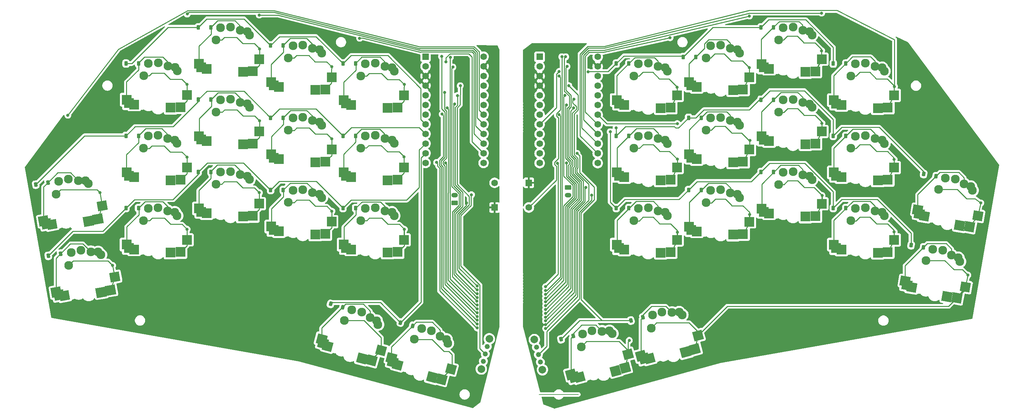
<source format=gbr>
%TF.GenerationSoftware,KiCad,Pcbnew,8.0.4*%
%TF.CreationDate,2024-11-04T03:11:28+01:00*%
%TF.ProjectId,Whiplaesh,57686970-6c61-4657-9368-2e6b69636164,0.1*%
%TF.SameCoordinates,Original*%
%TF.FileFunction,Copper,L2,Bot*%
%TF.FilePolarity,Positive*%
%FSLAX46Y46*%
G04 Gerber Fmt 4.6, Leading zero omitted, Abs format (unit mm)*
G04 Created by KiCad (PCBNEW 8.0.4) date 2024-11-04 03:11:28*
%MOMM*%
%LPD*%
G01*
G04 APERTURE LIST*
G04 Aperture macros list*
%AMRoundRect*
0 Rectangle with rounded corners*
0 $1 Rounding radius*
0 $2 $3 $4 $5 $6 $7 $8 $9 X,Y pos of 4 corners*
0 Add a 4 corners polygon primitive as box body*
4,1,4,$2,$3,$4,$5,$6,$7,$8,$9,$2,$3,0*
0 Add four circle primitives for the rounded corners*
1,1,$1+$1,$2,$3*
1,1,$1+$1,$4,$5*
1,1,$1+$1,$6,$7*
1,1,$1+$1,$8,$9*
0 Add four rect primitives between the rounded corners*
20,1,$1+$1,$2,$3,$4,$5,0*
20,1,$1+$1,$4,$5,$6,$7,0*
20,1,$1+$1,$6,$7,$8,$9,0*
20,1,$1+$1,$8,$9,$2,$3,0*%
%AMRotRect*
0 Rectangle, with rotation*
0 The origin of the aperture is its center*
0 $1 length*
0 $2 width*
0 $3 Rotation angle, in degrees counterclockwise*
0 Add horizontal line*
21,1,$1,$2,0,0,$3*%
G04 Aperture macros list end*
%TA.AperFunction,NonConductor*%
%ADD10C,0.200000*%
%TD*%
%TA.AperFunction,SMDPad,CuDef*%
%ADD11R,2.600000X2.600000*%
%TD*%
%TA.AperFunction,SMDPad,CuDef*%
%ADD12R,2.550000X2.500000*%
%TD*%
%TA.AperFunction,ComponentPad*%
%ADD13C,2.300000*%
%TD*%
%TA.AperFunction,SMDPad,CuDef*%
%ADD14RotRect,2.600000X2.600000X345.000000*%
%TD*%
%TA.AperFunction,SMDPad,CuDef*%
%ADD15RotRect,2.550000X2.500000X165.000000*%
%TD*%
%TA.AperFunction,SMDPad,CuDef*%
%ADD16RotRect,2.600000X2.600000X350.000000*%
%TD*%
%TA.AperFunction,SMDPad,CuDef*%
%ADD17RotRect,2.550000X2.500000X170.000000*%
%TD*%
%TA.AperFunction,SMDPad,CuDef*%
%ADD18RotRect,2.600000X2.600000X15.000000*%
%TD*%
%TA.AperFunction,SMDPad,CuDef*%
%ADD19RotRect,2.550000X2.500000X195.000000*%
%TD*%
%TA.AperFunction,SMDPad,CuDef*%
%ADD20RotRect,2.600000X2.600000X10.000000*%
%TD*%
%TA.AperFunction,SMDPad,CuDef*%
%ADD21RotRect,2.550000X2.500000X190.000000*%
%TD*%
%TA.AperFunction,ComponentPad*%
%ADD22R,1.752600X1.752600*%
%TD*%
%TA.AperFunction,ComponentPad*%
%ADD23C,1.752600*%
%TD*%
%TA.AperFunction,ComponentPad*%
%ADD24C,1.320800*%
%TD*%
%TA.AperFunction,ComponentPad*%
%ADD25C,2.006600*%
%TD*%
%TA.AperFunction,SMDPad,CuDef*%
%ADD26RoundRect,0.225000X-0.225000X-0.375000X0.225000X-0.375000X0.225000X0.375000X-0.225000X0.375000X0*%
%TD*%
%TA.AperFunction,SMDPad,CuDef*%
%ADD27RoundRect,0.225000X-0.314390X-0.303988X0.120276X-0.420456X0.314390X0.303988X-0.120276X0.420456X0*%
%TD*%
%TA.AperFunction,SMDPad,CuDef*%
%ADD28RoundRect,0.225000X-0.286700X-0.330232X0.156464X-0.408374X0.286700X0.330232X-0.156464X0.408374X0*%
%TD*%
%TA.AperFunction,SMDPad,CuDef*%
%ADD29RoundRect,0.225000X-0.156464X-0.408374X0.286700X-0.330232X0.156464X0.408374X-0.286700X0.330232X0*%
%TD*%
%TA.AperFunction,SMDPad,CuDef*%
%ADD30RoundRect,0.225000X-0.120276X-0.420456X0.314390X-0.303988X0.120276X0.420456X-0.314390X0.303988X0*%
%TD*%
%TA.AperFunction,ComponentPad*%
%ADD31RoundRect,0.250000X0.625000X-0.350000X0.625000X0.350000X-0.625000X0.350000X-0.625000X-0.350000X0*%
%TD*%
%TA.AperFunction,ComponentPad*%
%ADD32O,1.750000X1.200000*%
%TD*%
%TA.AperFunction,ComponentPad*%
%ADD33RoundRect,0.250000X-0.625000X0.350000X-0.625000X-0.350000X0.625000X-0.350000X0.625000X0.350000X0*%
%TD*%
%TA.AperFunction,ViaPad*%
%ADD34C,0.800000*%
%TD*%
%TA.AperFunction,Conductor*%
%ADD35C,0.254000*%
%TD*%
G04 APERTURE END LIST*
D10*
X157300000Y-135750000D02*
X167600000Y-135750000D01*
D11*
%TO.P,SW1,1,1*%
%TO.N,Net-(D1-A)*%
X48997918Y-58264871D03*
X49597918Y-59164871D03*
D12*
X50982918Y-59544871D03*
D13*
X59812918Y-49384871D03*
X61672918Y-49764871D03*
X62272918Y-50664871D03*
%TO.P,SW1,2,2*%
%TO.N,COL1*%
X53462918Y-51924871D03*
X54672918Y-48714871D03*
X57272918Y-48564871D03*
D11*
X60547918Y-60364871D03*
X63147918Y-60214871D03*
D12*
X64832918Y-57004871D03*
%TD*%
D11*
%TO.P,SW14,1,1*%
%TO.N,Net-(D14-A)*%
X177691651Y-77370702D03*
X178291651Y-78270702D03*
D12*
X179676651Y-78650702D03*
D13*
X188506651Y-68490702D03*
X190366651Y-68870702D03*
X190966651Y-69770702D03*
%TO.P,SW14,2,2*%
%TO.N,COL0_r*%
X182156651Y-71030702D03*
X183366651Y-67820702D03*
X185966651Y-67670702D03*
D11*
X189241651Y-79470702D03*
X191841651Y-79320702D03*
D12*
X193526651Y-76110702D03*
%TD*%
D14*
%TO.P,SW30,1,1*%
%TO.N,Net-(D30-A)*%
X118540487Y-126197664D03*
X118887106Y-127222287D03*
D15*
X120126562Y-127947803D03*
D13*
X131285288Y-120419369D03*
X132983559Y-121267824D03*
X133330178Y-122292449D03*
%TO.P,SW30,2,2*%
%TO.N,COL4*%
X124494259Y-121229320D03*
X126493838Y-118441869D03*
X129044068Y-118969910D03*
D14*
X129153411Y-131215467D03*
X131703641Y-131743507D03*
D15*
X134162035Y-129078996D03*
%TD*%
D11*
%TO.P,SW8,1,1*%
%TO.N,Net-(D8-A)*%
X234691651Y-58370702D03*
X235291651Y-59270702D03*
D12*
X236676651Y-59650702D03*
D13*
X245506651Y-49490702D03*
X247366651Y-49870702D03*
X247966651Y-50770702D03*
%TO.P,SW8,2,2*%
%TO.N,COL4_r*%
X239156651Y-52030702D03*
X240366651Y-48820702D03*
X242966651Y-48670702D03*
D11*
X246241651Y-60470702D03*
X248841651Y-60320702D03*
D12*
X250526651Y-57110702D03*
%TD*%
D16*
%TO.P,SW28,1,1*%
%TO.N,Net-(D28-A)*%
X253420260Y-105989819D03*
X253854861Y-106980335D03*
D17*
X255152833Y-107595064D03*
D13*
X265612951Y-99122731D03*
X267378710Y-99819944D03*
X267813309Y-100810459D03*
%TO.P,SW28,2,2*%
%TO.N,COL4_r*%
X258918356Y-100521477D03*
X260667384Y-97570358D03*
X263253931Y-97874122D03*
D16*
X264430128Y-110063552D03*
X267016677Y-110367316D03*
D17*
X269233487Y-107498680D03*
%TD*%
D11*
%TO.P,SW10,1,1*%
%TO.N,Net-(D10-A)*%
X48974569Y-77346129D03*
X49574569Y-78246129D03*
D12*
X50959569Y-78626129D03*
D13*
X59789569Y-68466129D03*
X61649569Y-68846129D03*
X62249569Y-69746129D03*
%TO.P,SW10,2,2*%
%TO.N,COL1*%
X53439569Y-71006129D03*
X54649569Y-67796129D03*
X57249569Y-67646129D03*
D11*
X60524569Y-79446129D03*
X63124569Y-79296129D03*
D12*
X64809569Y-76086129D03*
%TD*%
D18*
%TO.P,SW32,1,1*%
%TO.N,Net-(D32-A)*%
X184042251Y-125588130D03*
X184854744Y-126302172D03*
D19*
X186290902Y-126310759D03*
D13*
X192190426Y-114211580D03*
X194085399Y-114097229D03*
X194897892Y-114811271D03*
%TO.P,SW32,2,2*%
%TO.N,COL4_r*%
X186714197Y-118308533D03*
X187052158Y-114894740D03*
X189524743Y-114076922D03*
D18*
X195742214Y-124627214D03*
X198214799Y-123809396D03*
D19*
X199011575Y-120272664D03*
%TD*%
D11*
%TO.P,SW17,1,1*%
%TO.N,Net-(D17-A)*%
X234691651Y-77370702D03*
X235291651Y-78270702D03*
D12*
X236676651Y-78650702D03*
D13*
X245506651Y-68490702D03*
X247366651Y-68870702D03*
X247966651Y-69770702D03*
%TO.P,SW17,2,2*%
%TO.N,COL3_r*%
X239156651Y-71030702D03*
X240366651Y-67820702D03*
X242966651Y-67670702D03*
D11*
X246241651Y-79470702D03*
X248841651Y-79320702D03*
D12*
X250526651Y-76110702D03*
%TD*%
D20*
%TO.P,SW9,1,1*%
%TO.N,Net-(D9-A)*%
X27198077Y-90127776D03*
X27945245Y-90909914D03*
D21*
X29375190Y-91043638D03*
D13*
X36306777Y-79504678D03*
X38204506Y-79555920D03*
X38951674Y-80338058D03*
%TO.P,SW9,2,2*%
%TO.N,COL0*%
X30494314Y-83108756D03*
X31128521Y-79737409D03*
X33662974Y-79138202D03*
D20*
X38937268Y-90190236D03*
X41471721Y-89591032D03*
D21*
X42573711Y-86137199D03*
%TD*%
D22*
%TO.P,RST1,1,1*%
%TO.N,GND*%
X145599569Y-86599445D03*
D23*
%TO.P,RST1,2,2*%
%TO.N,RST*%
X145599569Y-80099444D03*
%TD*%
D11*
%TO.P,SW5,1,1*%
%TO.N,Net-(D5-A)*%
X177691651Y-58370702D03*
X178291651Y-59270702D03*
D12*
X179676651Y-59650702D03*
D13*
X188506651Y-49490702D03*
X190366651Y-49870702D03*
X190966651Y-50770702D03*
%TO.P,SW5,2,2*%
%TO.N,COL1_r*%
X182156651Y-52030702D03*
X183366651Y-48820702D03*
X185966651Y-48670702D03*
D11*
X189241651Y-60470702D03*
X191841651Y-60320702D03*
D12*
X193526651Y-57110702D03*
%TD*%
D22*
%TO.P,RST2,1,1*%
%TO.N,GND_r*%
X154600000Y-80099443D03*
D23*
%TO.P,RST2,2,2*%
%TO.N,RST_r*%
X154600000Y-86599444D03*
%TD*%
D11*
%TO.P,SW4,1,1*%
%TO.N,Net-(D4-A)*%
X105974569Y-58346129D03*
X106574569Y-59246129D03*
D12*
X107959569Y-59626129D03*
D13*
X116789569Y-49466129D03*
X118649569Y-49846129D03*
X119249569Y-50746129D03*
%TO.P,SW4,2,2*%
%TO.N,COL4*%
X110439569Y-52006129D03*
X111649569Y-48796129D03*
X114249569Y-48646129D03*
D11*
X117524569Y-60446129D03*
X120124569Y-60296129D03*
D12*
X121809569Y-57086129D03*
%TD*%
D11*
%TO.P,SW24,1,1*%
%TO.N,Net-(D24-A)*%
X177691651Y-96370702D03*
X178291651Y-97270702D03*
D12*
X179676651Y-97650702D03*
D13*
X188506651Y-87490702D03*
X190366651Y-87870702D03*
X190966651Y-88770702D03*
%TO.P,SW24,2,2*%
%TO.N,COL0_r*%
X182156651Y-90030702D03*
X183366651Y-86820702D03*
X185966651Y-86670702D03*
D11*
X189241651Y-98470702D03*
X191841651Y-98320702D03*
D12*
X193526651Y-95110702D03*
%TD*%
D11*
%TO.P,SW16,1,1*%
%TO.N,Net-(D16-A)*%
X215691651Y-67870702D03*
X216291651Y-68770702D03*
D12*
X217676651Y-69150702D03*
D13*
X226506651Y-58990702D03*
X228366651Y-59370702D03*
X228966651Y-60270702D03*
%TO.P,SW16,2,2*%
%TO.N,COL2_r*%
X220156651Y-61530702D03*
X221366651Y-58320702D03*
X223966651Y-58170702D03*
D11*
X227241651Y-69970702D03*
X229841651Y-69820702D03*
D12*
X231526651Y-66610702D03*
%TD*%
D11*
%TO.P,SW25,1,1*%
%TO.N,Net-(D25-A)*%
X196691651Y-91620702D03*
X197291651Y-92520702D03*
D12*
X198676651Y-92900702D03*
D13*
X207506651Y-82740702D03*
X209366651Y-83120702D03*
X209966651Y-84020702D03*
%TO.P,SW25,2,2*%
%TO.N,COL1_r*%
X201156651Y-85280702D03*
X202366651Y-82070702D03*
X204966651Y-81920702D03*
D11*
X208241651Y-93720702D03*
X210841651Y-93570702D03*
D12*
X212526651Y-90360702D03*
%TD*%
D11*
%TO.P,SW2,1,1*%
%TO.N,Net-(D2-A)*%
X67974569Y-48846129D03*
X68574569Y-49746129D03*
D12*
X69959569Y-50126129D03*
D13*
X78789569Y-39966129D03*
X80649569Y-40346129D03*
X81249569Y-41246129D03*
%TO.P,SW2,2,2*%
%TO.N,COL2*%
X72439569Y-42506129D03*
X73649569Y-39296129D03*
X76249569Y-39146129D03*
D11*
X79524569Y-50946129D03*
X82124569Y-50796129D03*
D12*
X83809569Y-47586129D03*
%TD*%
D11*
%TO.P,SW7,1,1*%
%TO.N,Net-(D7-A)*%
X215691651Y-48870702D03*
X216291651Y-49770702D03*
D12*
X217676651Y-50150702D03*
D13*
X226506651Y-39990702D03*
X228366651Y-40370702D03*
X228966651Y-41270702D03*
%TO.P,SW7,2,2*%
%TO.N,COL3_r*%
X220156651Y-42530702D03*
X221366651Y-39320702D03*
X223966651Y-39170702D03*
D11*
X227241651Y-50970702D03*
X229841651Y-50820702D03*
D12*
X231526651Y-47610702D03*
%TD*%
D22*
%TO.P,MCU2,1,GP0/006*%
%TO.N,CS_r*%
X157430000Y-46980000D03*
D23*
%TO.P,MCU2,2,GP1/008*%
%TO.N,RGB_r*%
X157430000Y-49520000D03*
%TO.P,MCU2,3,GND*%
%TO.N,GND_r*%
X157430000Y-52060000D03*
%TO.P,MCU2,4,GND*%
X157430000Y-54600000D03*
%TO.P,MCU2,5,GP2/017*%
%TO.N,SDA_r*%
X157430000Y-57140000D03*
%TO.P,MCU2,6,GP3/020*%
%TO.N,SCL_r*%
X157430000Y-59680000D03*
%TO.P,MCU2,7,GP4/022*%
%TO.N,MISO_r*%
X157430000Y-62220000D03*
%TO.P,MCU2,8,GP5/024*%
%TO.N,ROW0_r*%
X157430000Y-64760000D03*
%TO.P,MCU2,9,GP6/100*%
%TO.N,ROW1_r*%
X157430000Y-67300000D03*
%TO.P,MCU2,10,GP7/011*%
%TO.N,ROW2_r*%
X157430000Y-69840000D03*
%TO.P,MCU2,11,GP8/104*%
%TO.N,ROW3_r*%
X157430000Y-72380000D03*
%TO.P,MCU2,12,GP9/106*%
%TO.N,SCLK_r*%
X157430000Y-74920000D03*
%TO.P,MCU2,13,GP21/009*%
%TO.N,MOSI_r*%
X172670000Y-74920000D03*
%TO.P,MCU2,14,GP23/010*%
%TO.N,COL4_r*%
X172670000Y-72380000D03*
%TO.P,MCU2,15,GP20/111*%
%TO.N,COL3_r*%
X172670000Y-69840000D03*
%TO.P,MCU2,16,GP22/113*%
%TO.N,COL2_r*%
X172670000Y-67300000D03*
%TO.P,MCU2,17,GP26/115*%
%TO.N,COL1_r*%
X172670000Y-64760000D03*
%TO.P,MCU2,18,GP27/002*%
%TO.N,COL0_r*%
X172670000Y-62220000D03*
%TO.P,MCU2,19,GP28/029*%
%TO.N,GPIO_AD1_r*%
X172670000Y-59680000D03*
%TO.P,MCU2,20,GP29/031*%
%TO.N,GPIO_AD2_r*%
X172670000Y-57140000D03*
%TO.P,MCU2,21,VCC*%
%TO.N,VCC_r*%
X172670000Y-54600000D03*
%TO.P,MCU2,22,RST*%
%TO.N,RST_r*%
X172670000Y-52060000D03*
%TO.P,MCU2,23,GND*%
%TO.N,GND_r*%
X172670000Y-49520000D03*
%TO.P,MCU2,24,RAW/BATT*%
%TO.N,+5V_r*%
X172670000Y-46980000D03*
%TD*%
D20*
%TO.P,SW19,1,1*%
%TO.N,Net-(D19-A)*%
X30497393Y-108839123D03*
X31244561Y-109621261D03*
D21*
X32674506Y-109754985D03*
D13*
X39606093Y-98216025D03*
X41503822Y-98267267D03*
X42250990Y-99049405D03*
%TO.P,SW19,2,2*%
%TO.N,COL0*%
X33793630Y-101820103D03*
X34427837Y-98448756D03*
X36962290Y-97849549D03*
D20*
X42236584Y-108901583D03*
X44771037Y-108302379D03*
D21*
X45873027Y-104848546D03*
%TD*%
D11*
%TO.P,SW3,1,1*%
%TO.N,Net-(D3-A)*%
X86974570Y-53596129D03*
X87574570Y-54496129D03*
D12*
X88959570Y-54876129D03*
D13*
X97789570Y-44716129D03*
X99649570Y-45096129D03*
X100249570Y-45996129D03*
%TO.P,SW3,2,2*%
%TO.N,COL3*%
X91439570Y-47256129D03*
X92649570Y-44046129D03*
X95249570Y-43896129D03*
D11*
X98524570Y-55696129D03*
X101124570Y-55546129D03*
D12*
X102809570Y-52336129D03*
%TD*%
D11*
%TO.P,SW21,1,1*%
%TO.N,Net-(D21-A)*%
X67974569Y-86846129D03*
X68574569Y-87746129D03*
D12*
X69959569Y-88126129D03*
D13*
X78789569Y-77966129D03*
X80649569Y-78346129D03*
X81249569Y-79246129D03*
%TO.P,SW21,2,2*%
%TO.N,COL2*%
X72439569Y-80506129D03*
X73649569Y-77296129D03*
X76249569Y-77146129D03*
D11*
X79524569Y-88946129D03*
X82124569Y-88796129D03*
D12*
X83809569Y-85586129D03*
%TD*%
D14*
%TO.P,SW29,1,1*%
%TO.N,Net-(D29-A)*%
X100187897Y-121280103D03*
X100534516Y-122304726D03*
D15*
X101773972Y-123030242D03*
D13*
X112932698Y-115501808D03*
X114630969Y-116350263D03*
X114977588Y-117374888D03*
%TO.P,SW29,2,2*%
%TO.N,COL3*%
X106141669Y-116311759D03*
X108141248Y-113524308D03*
X110691478Y-114052349D03*
D14*
X110800821Y-126297906D03*
X113351051Y-126825946D03*
D15*
X115809445Y-124161435D03*
%TD*%
D11*
%TO.P,SW26,1,1*%
%TO.N,Net-(D26-A)*%
X215691651Y-86870702D03*
X216291651Y-87770702D03*
D12*
X217676651Y-88150702D03*
D13*
X226506651Y-77990702D03*
X228366651Y-78370702D03*
X228966651Y-79270702D03*
%TO.P,SW26,2,2*%
%TO.N,COL2_r*%
X220156651Y-80530702D03*
X221366651Y-77320702D03*
X223966651Y-77170702D03*
D11*
X227241651Y-88970702D03*
X229841651Y-88820702D03*
D12*
X231526651Y-85610702D03*
%TD*%
D11*
%TO.P,SW23,1,1*%
%TO.N,Net-(D23-A)*%
X105974569Y-96346129D03*
X106574569Y-97246129D03*
D12*
X107959569Y-97626129D03*
D13*
X116789569Y-87466129D03*
X118649569Y-87846129D03*
X119249569Y-88746129D03*
%TO.P,SW23,2,2*%
%TO.N,COL4*%
X110439569Y-90006129D03*
X111649569Y-86796129D03*
X114249569Y-86646129D03*
D11*
X117524569Y-98446129D03*
X120124569Y-98296129D03*
D12*
X121809569Y-95086129D03*
%TD*%
D11*
%TO.P,SW20,1,1*%
%TO.N,Net-(D20-A)*%
X48974569Y-96346129D03*
X49574569Y-97246129D03*
D12*
X50959569Y-97626129D03*
D13*
X59789569Y-87466129D03*
X61649569Y-87846129D03*
X62249569Y-88746129D03*
%TO.P,SW20,2,2*%
%TO.N,COL1*%
X53439569Y-90006129D03*
X54649569Y-86796129D03*
X57249569Y-86646129D03*
D11*
X60524569Y-98446129D03*
X63124569Y-98296129D03*
D12*
X64809569Y-95086129D03*
%TD*%
D11*
%TO.P,SW27,1,1*%
%TO.N,Net-(D27-A)*%
X234691651Y-96370702D03*
X235291651Y-97270702D03*
D12*
X236676651Y-97650702D03*
D13*
X245506651Y-87490702D03*
X247366651Y-87870702D03*
X247966651Y-88770702D03*
%TO.P,SW27,2,2*%
%TO.N,COL3_r*%
X239156651Y-90030702D03*
X240366651Y-86820702D03*
X242966651Y-86670702D03*
D11*
X246241651Y-98470702D03*
X248841651Y-98320702D03*
D12*
X250526651Y-95110702D03*
%TD*%
D11*
%TO.P,SW13,1,1*%
%TO.N,Net-(D13-A)*%
X105974569Y-77346129D03*
X106574569Y-78246129D03*
D12*
X107959569Y-78626129D03*
D13*
X116789569Y-68466129D03*
X118649569Y-68846129D03*
X119249569Y-69746129D03*
%TO.P,SW13,2,2*%
%TO.N,COL4*%
X110439569Y-71006129D03*
X111649569Y-67796129D03*
X114249569Y-67646129D03*
D11*
X117524569Y-79446129D03*
X120124569Y-79296129D03*
D12*
X121809569Y-76086129D03*
%TD*%
D11*
%TO.P,SW22,1,1*%
%TO.N,Net-(D22-A)*%
X86974569Y-91596129D03*
X87574569Y-92496129D03*
D12*
X88959569Y-92876129D03*
D13*
X97789569Y-82716129D03*
X99649569Y-83096129D03*
X100249569Y-83996129D03*
%TO.P,SW22,2,2*%
%TO.N,COL3*%
X91439569Y-85256129D03*
X92649569Y-82046129D03*
X95249569Y-81896129D03*
D11*
X98524569Y-93696129D03*
X101124569Y-93546129D03*
D12*
X102809569Y-90336129D03*
%TD*%
D11*
%TO.P,SW11,1,1*%
%TO.N,Net-(D11-A)*%
X67974569Y-67846129D03*
X68574569Y-68746129D03*
D12*
X69959569Y-69126129D03*
D13*
X78789569Y-58966129D03*
X80649569Y-59346129D03*
X81249569Y-60246129D03*
%TO.P,SW11,2,2*%
%TO.N,COL2*%
X72439569Y-61506129D03*
X73649569Y-58296129D03*
X76249569Y-58146129D03*
D11*
X79524569Y-69946129D03*
X82124569Y-69796129D03*
D12*
X83809569Y-66586129D03*
%TD*%
D24*
%TO.P,PWR2,1,1*%
%TO.N,+5V_r*%
X156600000Y-123349444D03*
%TO.P,PWR2,2,2*%
%TO.N,BAT_P_r*%
X157117638Y-125281296D03*
%TO.P,PWR2,3,3*%
%TO.N,unconnected-(PWR2-Pad3)*%
X157635276Y-127213148D03*
D25*
%TO.P,PWR2,4*%
%TO.N,N/C*%
X156056480Y-121321001D03*
%TO.P,PWR2,5*%
X158178796Y-129241591D03*
%TD*%
D11*
%TO.P,SW12,1,1*%
%TO.N,Net-(D12-A)*%
X86974570Y-72596129D03*
X87574570Y-73496129D03*
D12*
X88959570Y-73876129D03*
D13*
X97789570Y-63716129D03*
X99649570Y-64096129D03*
X100249570Y-64996129D03*
%TO.P,SW12,2,2*%
%TO.N,COL3*%
X91439570Y-66256129D03*
X92649570Y-63046129D03*
X95249570Y-62896129D03*
D11*
X98524570Y-74696129D03*
X101124570Y-74546129D03*
D12*
X102809570Y-71336129D03*
%TD*%
D16*
%TO.P,SW18,1,1*%
%TO.N,Net-(D18-A)*%
X256719576Y-87278472D03*
X257154177Y-88268988D03*
D17*
X258452149Y-88883717D03*
D13*
X268912267Y-80411384D03*
X270678026Y-81108597D03*
X271112625Y-82099112D03*
%TO.P,SW18,2,2*%
%TO.N,COL4_r*%
X262217672Y-81810130D03*
X263966700Y-78859011D03*
X266553247Y-79162775D03*
D16*
X267729444Y-91352205D03*
X270315993Y-91655969D03*
D17*
X272532803Y-88787333D03*
%TD*%
D18*
%TO.P,SW31,1,1*%
%TO.N,Net-(D31-A)*%
X165689660Y-130505691D03*
X166502153Y-131219733D03*
D19*
X167938311Y-131228320D03*
D13*
X173837835Y-119129141D03*
X175732808Y-119014790D03*
X176545301Y-119728832D03*
%TO.P,SW31,2,2*%
%TO.N,COL3_r*%
X168361606Y-123226094D03*
X168699567Y-119812301D03*
X171172152Y-118994483D03*
D18*
X177389623Y-129544775D03*
X179862208Y-128726957D03*
D19*
X180658984Y-125190225D03*
%TD*%
D11*
%TO.P,SW6,1,1*%
%TO.N,Net-(D6-A)*%
X196691651Y-53620702D03*
X197291651Y-54520702D03*
D12*
X198676651Y-54900702D03*
D13*
X207506651Y-44740702D03*
X209366651Y-45120702D03*
X209966651Y-46020702D03*
%TO.P,SW6,2,2*%
%TO.N,COL2_r*%
X201156651Y-47280702D03*
X202366651Y-44070702D03*
X204966651Y-43920702D03*
D11*
X208241651Y-55720702D03*
X210841651Y-55570702D03*
D12*
X212526651Y-52360702D03*
%TD*%
D11*
%TO.P,SW15,1,1*%
%TO.N,Net-(D15-A)*%
X196691651Y-72620702D03*
X197291651Y-73520702D03*
D12*
X198676651Y-73900702D03*
D13*
X207506651Y-63740702D03*
X209366651Y-64120702D03*
X209966651Y-65020702D03*
%TO.P,SW15,2,2*%
%TO.N,COL1_r*%
X201156651Y-66280702D03*
X202366651Y-63070702D03*
X204966651Y-62920702D03*
D11*
X208241651Y-74720702D03*
X210841651Y-74570702D03*
D12*
X212526651Y-71360702D03*
%TD*%
D22*
%TO.P,MCU1,1,GP0/006*%
%TO.N,CS*%
X127480000Y-46930000D03*
D23*
%TO.P,MCU1,2,GP1/008*%
%TO.N,RGB*%
X127480000Y-49470000D03*
%TO.P,MCU1,3,GND*%
%TO.N,GND*%
X127480000Y-52010000D03*
%TO.P,MCU1,4,GND*%
X127480000Y-54550000D03*
%TO.P,MCU1,5,GP2/017*%
%TO.N,SDA*%
X127480000Y-57090000D03*
%TO.P,MCU1,6,GP3/020*%
%TO.N,SCL*%
X127480000Y-59630000D03*
%TO.P,MCU1,7,GP4/022*%
%TO.N,MISO*%
X127480000Y-62170000D03*
%TO.P,MCU1,8,GP5/024*%
%TO.N,ROW0*%
X127480000Y-64710000D03*
%TO.P,MCU1,9,GP6/100*%
%TO.N,ROW1*%
X127480000Y-67250000D03*
%TO.P,MCU1,10,GP7/011*%
%TO.N,ROW2*%
X127480000Y-69790000D03*
%TO.P,MCU1,11,GP8/104*%
%TO.N,ROW3*%
X127480000Y-72330000D03*
%TO.P,MCU1,12,GP9/106*%
%TO.N,SCLK*%
X127480000Y-74870000D03*
%TO.P,MCU1,13,GP21/009*%
%TO.N,MOSI*%
X142720000Y-74870000D03*
%TO.P,MCU1,14,GP23/010*%
%TO.N,COL4*%
X142720000Y-72330000D03*
%TO.P,MCU1,15,GP20/111*%
%TO.N,COL3*%
X142720000Y-69790000D03*
%TO.P,MCU1,16,GP22/113*%
%TO.N,COL2*%
X142720000Y-67250000D03*
%TO.P,MCU1,17,GP26/115*%
%TO.N,COL1*%
X142720000Y-64710000D03*
%TO.P,MCU1,18,GP27/002*%
%TO.N,COL0*%
X142720000Y-62170000D03*
%TO.P,MCU1,19,GP28/029*%
%TO.N,GPIO_AD1*%
X142720000Y-59630000D03*
%TO.P,MCU1,20,GP29/031*%
%TO.N,GPIO_AD2*%
X142720000Y-57090000D03*
%TO.P,MCU1,21,VCC*%
%TO.N,VCC*%
X142720000Y-54550000D03*
%TO.P,MCU1,22,RST*%
%TO.N,RST*%
X142720000Y-52010000D03*
%TO.P,MCU1,23,GND*%
%TO.N,GND*%
X142720000Y-49470000D03*
%TO.P,MCU1,24,RAW/BATT*%
%TO.N,+5V*%
X142720000Y-46930000D03*
%TD*%
D24*
%TO.P,PWR1,1,1*%
%TO.N,+5V*%
X142647642Y-127017018D03*
%TO.P,PWR1,2,2*%
%TO.N,BAT_P*%
X143165280Y-125085166D03*
%TO.P,PWR1,3,3*%
%TO.N,unconnected-(PWR1-Pad3)*%
X143682918Y-123153314D03*
D25*
%TO.P,PWR1,4*%
%TO.N,N/C*%
X142104122Y-129045461D03*
%TO.P,PWR1,5*%
X144226438Y-121124871D03*
%TD*%
D26*
%TO.P,D20,1,K*%
%TO.N,ROW2*%
X48800000Y-86750000D03*
%TO.P,D20,2,A*%
%TO.N,Net-(D20-A)*%
X52100000Y-86750000D03*
%TD*%
%TO.P,D15,1,K*%
%TO.N,ROW1_r*%
X196540000Y-63010000D03*
%TO.P,D15,2,A*%
%TO.N,Net-(D15-A)*%
X199840000Y-63010000D03*
%TD*%
%TO.P,D5,1,K*%
%TO.N,ROW0_r*%
X177540000Y-48760000D03*
%TO.P,D5,2,A*%
%TO.N,Net-(D5-A)*%
X180840000Y-48760000D03*
%TD*%
D27*
%TO.P,D30,1,K*%
%TO.N,ROW3*%
X120912444Y-116845899D03*
%TO.P,D30,2,A*%
%TO.N,Net-(D30-A)*%
X124100000Y-117699999D03*
%TD*%
D28*
%TO.P,D18,1,K*%
%TO.N,ROW1_r*%
X258265067Y-77793481D03*
%TO.P,D18,2,A*%
%TO.N,Net-(D18-A)*%
X261514933Y-78366519D03*
%TD*%
D29*
%TO.P,D19,1,K*%
%TO.N,ROW2*%
X28400000Y-99300000D03*
%TO.P,D19,2,A*%
%TO.N,Net-(D19-A)*%
X31649866Y-98726962D03*
%TD*%
D27*
%TO.P,D29,1,K*%
%TO.N,ROW3*%
X102559853Y-111928337D03*
%TO.P,D29,2,A*%
%TO.N,Net-(D29-A)*%
X105747409Y-112782437D03*
%TD*%
D26*
%TO.P,D12,1,K*%
%TO.N,ROW1*%
X86800001Y-63000000D03*
%TO.P,D12,2,A*%
%TO.N,Net-(D12-A)*%
X90100001Y-63000000D03*
%TD*%
%TO.P,D26,1,K*%
%TO.N,ROW2_r*%
X215540000Y-77260000D03*
%TO.P,D26,2,A*%
%TO.N,Net-(D26-A)*%
X218840000Y-77260000D03*
%TD*%
%TO.P,D21,1,K*%
%TO.N,ROW2*%
X67800000Y-77250000D03*
%TO.P,D21,2,A*%
%TO.N,Net-(D21-A)*%
X71100000Y-77250000D03*
%TD*%
%TO.P,D14,1,K*%
%TO.N,ROW1_r*%
X177540000Y-67760000D03*
%TO.P,D14,2,A*%
%TO.N,Net-(D14-A)*%
X180840000Y-67760000D03*
%TD*%
D29*
%TO.P,D9,1,K*%
%TO.N,ROW1*%
X25100685Y-80588652D03*
%TO.P,D9,2,A*%
%TO.N,Net-(D9-A)*%
X28350551Y-80015614D03*
%TD*%
D26*
%TO.P,D23,1,K*%
%TO.N,ROW2*%
X105800000Y-86750000D03*
%TO.P,D23,2,A*%
%TO.N,Net-(D23-A)*%
X109100000Y-86750000D03*
%TD*%
%TO.P,D27,1,K*%
%TO.N,ROW2_r*%
X234540000Y-86760000D03*
%TO.P,D27,2,A*%
%TO.N,Net-(D27-A)*%
X237840000Y-86760000D03*
%TD*%
%TO.P,D10,1,K*%
%TO.N,ROW1*%
X48800000Y-67750000D03*
%TO.P,D10,2,A*%
%TO.N,Net-(D10-A)*%
X52100000Y-67750000D03*
%TD*%
%TO.P,D25,1,K*%
%TO.N,ROW2_r*%
X196540000Y-82010000D03*
%TO.P,D25,2,A*%
%TO.N,Net-(D25-A)*%
X199840000Y-82010000D03*
%TD*%
%TO.P,D17,1,K*%
%TO.N,ROW1_r*%
X234540000Y-67760000D03*
%TO.P,D17,2,A*%
%TO.N,Net-(D17-A)*%
X237840000Y-67760000D03*
%TD*%
%TO.P,D7,1,K*%
%TO.N,ROW0_r*%
X215540000Y-39260000D03*
%TO.P,D7,2,A*%
%TO.N,Net-(D7-A)*%
X218840000Y-39260000D03*
%TD*%
D30*
%TO.P,D31,1,K*%
%TO.N,ROW3_r*%
X163046222Y-121227050D03*
%TO.P,D31,2,A*%
%TO.N,Net-(D31-A)*%
X166233778Y-120372950D03*
%TD*%
D31*
%TO.P,JST1,1,1*%
%TO.N,GND*%
X135100000Y-85349444D03*
D32*
%TO.P,JST1,2,2*%
%TO.N,BAT_P*%
X135100000Y-83349444D03*
%TD*%
D26*
%TO.P,D4,1,K*%
%TO.N,ROW0*%
X105800000Y-48750000D03*
%TO.P,D4,2,A*%
%TO.N,Net-(D4-A)*%
X109100000Y-48750000D03*
%TD*%
%TO.P,D11,1,K*%
%TO.N,ROW1*%
X67800000Y-58250000D03*
%TO.P,D11,2,A*%
%TO.N,Net-(D11-A)*%
X71100000Y-58250000D03*
%TD*%
%TO.P,D1,1,K*%
%TO.N,ROW0*%
X48800000Y-48750000D03*
%TO.P,D1,2,A*%
%TO.N,Net-(D1-A)*%
X52100000Y-48750000D03*
%TD*%
%TO.P,D3,1,K*%
%TO.N,ROW0*%
X86800001Y-44000000D03*
%TO.P,D3,2,A*%
%TO.N,Net-(D3-A)*%
X90100001Y-44000000D03*
%TD*%
%TO.P,D22,1,K*%
%TO.N,ROW2*%
X86800000Y-82000000D03*
%TO.P,D22,2,A*%
%TO.N,Net-(D22-A)*%
X90100000Y-82000000D03*
%TD*%
%TO.P,D8,1,K*%
%TO.N,ROW0_r*%
X234540000Y-48760000D03*
%TO.P,D8,2,A*%
%TO.N,Net-(D8-A)*%
X237840000Y-48760000D03*
%TD*%
%TO.P,D2,1,K*%
%TO.N,ROW0*%
X67800000Y-39250000D03*
%TO.P,D2,2,A*%
%TO.N,Net-(D2-A)*%
X71100000Y-39250000D03*
%TD*%
D28*
%TO.P,D28,1,K*%
%TO.N,ROW2_r*%
X254965752Y-96504829D03*
%TO.P,D28,2,A*%
%TO.N,Net-(D28-A)*%
X258215618Y-97077867D03*
%TD*%
D30*
%TO.P,D32,1,K*%
%TO.N,ROW3_r*%
X181398813Y-116309488D03*
%TO.P,D32,2,A*%
%TO.N,Net-(D32-A)*%
X184586369Y-115455388D03*
%TD*%
D26*
%TO.P,D16,1,K*%
%TO.N,ROW1_r*%
X215540000Y-58260000D03*
%TO.P,D16,2,A*%
%TO.N,Net-(D16-A)*%
X218840000Y-58260000D03*
%TD*%
%TO.P,D13,1,K*%
%TO.N,ROW1*%
X105800000Y-67750000D03*
%TO.P,D13,2,A*%
%TO.N,Net-(D13-A)*%
X109100000Y-67750000D03*
%TD*%
%TO.P,D24,1,K*%
%TO.N,ROW2_r*%
X177540000Y-86760000D03*
%TO.P,D24,2,A*%
%TO.N,Net-(D24-A)*%
X180840000Y-86760000D03*
%TD*%
%TO.P,D6,1,K*%
%TO.N,ROW0_r*%
X195132500Y-47050000D03*
%TO.P,D6,2,A*%
%TO.N,Net-(D6-A)*%
X198432500Y-47050000D03*
%TD*%
D33*
%TO.P,JST2,1,1*%
%TO.N,GND_r*%
X164950000Y-81349444D03*
D32*
%TO.P,JST2,2,2*%
%TO.N,BAT_P_r*%
X164950000Y-83349444D03*
%TD*%
D34*
%TO.N,GND*%
X141001622Y-108244981D03*
X138203000Y-85370000D03*
%TO.N,VCC*%
X136590000Y-54590000D03*
X140995000Y-107245000D03*
%TO.N,SDA*%
X135850000Y-57170000D03*
X140999884Y-109244982D03*
%TO.N,SCL*%
X141023631Y-110244702D03*
X135111000Y-59400000D03*
%TO.N,GPIO_AD1*%
X133203000Y-60450000D03*
X140999683Y-113243887D03*
%TO.N,MOSI*%
X141000076Y-114243889D03*
X132749000Y-74870000D03*
%TO.N,GPIO_AD2*%
X140999980Y-115243891D03*
X132460000Y-56363000D03*
%TO.N,MISO*%
X131841000Y-62060000D03*
X140999999Y-117243895D03*
%TO.N,SCLK*%
X141000000Y-118243897D03*
X130387000Y-74750000D03*
%TO.N,BAT_P*%
X139519308Y-83241580D03*
%TO.N,ROW0_r*%
X170129000Y-50950000D03*
X162577000Y-50830000D03*
%TO.N,ROW1_r*%
X177500000Y-65700000D03*
%TO.N,ROW2_r*%
X175960000Y-66690300D03*
%TO.N,ROW3_r*%
X167260000Y-72380000D03*
%TO.N,BAT_P_r*%
X171057000Y-83350000D03*
%TO.N,GND_r*%
X169603000Y-81330000D03*
X159012462Y-117409616D03*
%TO.N,COL3*%
X102859557Y-87565445D03*
X102859557Y-68565445D03*
X102809557Y-49565445D03*
X110158305Y-42088032D03*
%TO.N,COL2*%
X83859556Y-44900000D03*
X83809557Y-82715445D03*
X83909557Y-63815445D03*
X83800000Y-36011000D03*
%TO.N,CS*%
X141000005Y-116243893D03*
X131680000Y-46900000D03*
%TO.N,COL1*%
X64809556Y-73400000D03*
X64881747Y-35728913D03*
X64859557Y-92315445D03*
X64809557Y-54215445D03*
%TO.N,+5V*%
X133990000Y-47080000D03*
X141002464Y-112243888D03*
%TO.N,RGB*%
X140986460Y-111244013D03*
X134657000Y-49690000D03*
%TO.N,COL0*%
X41950000Y-82700000D03*
X33550000Y-62340000D03*
X45300000Y-101850000D03*
%TO.N,COL4*%
X132840000Y-48270000D03*
X121859557Y-54265445D03*
X121909557Y-92315445D03*
X121809556Y-73300000D03*
%TO.N,VCC_r*%
X159009181Y-118409613D03*
X165071000Y-54550000D03*
%TO.N,COL1_r*%
X191690000Y-41950000D03*
X212570000Y-88420000D03*
X193526651Y-55020000D03*
X212660000Y-68990000D03*
%TO.N,COL2_r*%
X231550000Y-64437538D03*
X231600000Y-83447538D03*
X212528594Y-36266048D03*
X212526651Y-49870000D03*
%TO.N,SDA_r*%
X166393000Y-58100000D03*
X159002187Y-116409666D03*
%TO.N,COL4_r*%
X250630000Y-54800000D03*
X269880000Y-104360000D03*
X273280000Y-85400000D03*
%TO.N,CS_r*%
X159000000Y-109410006D03*
X163270000Y-46980000D03*
%TO.N,+5V_r*%
X164270003Y-46980000D03*
X158999035Y-113409899D03*
%TO.N,COL3_r*%
X250530000Y-73957538D03*
X180980000Y-121530000D03*
X231470000Y-45387538D03*
X250530000Y-92987538D03*
X231470000Y-35507000D03*
%TO.N,MOSI_r*%
X159010988Y-111409952D03*
X164485000Y-74920000D03*
%TO.N,SCL_r*%
X166391698Y-60407000D03*
X158994365Y-115409695D03*
%TO.N,RST_r*%
X162577000Y-52060000D03*
%TO.N,COL0_r*%
X193590000Y-93130000D03*
X193580000Y-64560000D03*
X193620000Y-73897538D03*
%TO.N,RGB_r*%
X159010951Y-114409830D03*
X164617000Y-49520000D03*
%TO.N,GPIO_AD2_r*%
X164031000Y-57150000D03*
X159000000Y-110410009D03*
%TO.N,SCLK_r*%
X162123000Y-75000000D03*
X159000000Y-107410000D03*
%TO.N,MISO_r*%
X162577000Y-62200000D03*
X159000000Y-108410003D03*
%TO.N,GPIO_AD1_r*%
X159009768Y-112409954D03*
X164485000Y-59680000D03*
%TD*%
D35*
%TO.N,GND*%
X138203000Y-85970529D02*
X138203000Y-85370000D01*
X135842000Y-103120134D02*
X135842000Y-88331529D01*
X140966847Y-108244981D02*
X135842000Y-103120134D01*
X135842000Y-88331529D02*
X138203000Y-85970529D01*
X141001622Y-108244981D02*
X140966847Y-108244981D01*
%TO.N,VCC*%
X136590000Y-54590000D02*
X136590000Y-56970000D01*
X136296000Y-102546000D02*
X140995000Y-107245000D01*
X138930000Y-85885581D02*
X136296000Y-88519581D01*
X136296000Y-88519581D02*
X136296000Y-102546000D01*
X136590000Y-56970000D02*
X136577000Y-56983000D01*
X135746000Y-60435186D02*
X135746000Y-80483310D01*
X135746000Y-80483310D02*
X138930000Y-83667310D01*
X136577000Y-59604186D02*
X135746000Y-60435186D01*
X138930000Y-83667310D02*
X138930000Y-85885581D01*
X136577000Y-56983000D02*
X136577000Y-59604186D01*
%TO.N,ROW0*%
X107960072Y-46619928D02*
X117589928Y-46619928D01*
X79810001Y-37010000D02*
X86800001Y-44000000D01*
X67770000Y-39220000D02*
X67800000Y-39250000D01*
X86800001Y-44000000D02*
X89140001Y-41660000D01*
X59860000Y-39220000D02*
X67770000Y-39220000D01*
X50330000Y-48750000D02*
X59860000Y-39220000D01*
X105830000Y-48750000D02*
X107960072Y-46619928D01*
X105800000Y-48750000D02*
X105830000Y-48750000D01*
X70040000Y-37010000D02*
X79810001Y-37010000D01*
X48800000Y-48750000D02*
X50330000Y-48750000D01*
X89140001Y-41660000D02*
X98710000Y-41660000D01*
X126260000Y-63490000D02*
X127480000Y-64710000D01*
X117589928Y-46619928D02*
X126260000Y-55290000D01*
X126260000Y-55290000D02*
X126260000Y-63490000D01*
X98710000Y-41660000D02*
X105800000Y-48750000D01*
X67800000Y-39250000D02*
X70040000Y-37010000D01*
%TO.N,SDA*%
X135388000Y-88143476D02*
X135388000Y-103888000D01*
X135850000Y-57170000D02*
X135838000Y-57182000D01*
X135292000Y-80671364D02*
X137210000Y-82589364D01*
X137210000Y-82589364D02*
X137210000Y-86321476D01*
X137210000Y-86321476D02*
X135388000Y-88143476D01*
X140744982Y-109244982D02*
X140999884Y-109244982D01*
X135388000Y-103888000D02*
X140744982Y-109244982D01*
X135838000Y-59701134D02*
X135292000Y-60247134D01*
X135292000Y-60247134D02*
X135292000Y-80671364D01*
X135838000Y-57182000D02*
X135838000Y-59701134D01*
%TO.N,SCL*%
X136756000Y-82777416D02*
X136756000Y-86133424D01*
X134838000Y-80859416D02*
X136756000Y-82777416D01*
X134934000Y-87955424D02*
X134934000Y-104207232D01*
X140971470Y-110244702D02*
X141023631Y-110244702D01*
X136756000Y-86133424D02*
X134934000Y-87955424D01*
X134838000Y-59673000D02*
X134838000Y-80859416D01*
X135111000Y-59400000D02*
X134838000Y-59673000D01*
X134934000Y-104207232D02*
X140971470Y-110244702D01*
%TO.N,Net-(D1-A)*%
X59772973Y-48303857D02*
X59772971Y-49410002D01*
X52134244Y-48565758D02*
X53676071Y-47023930D01*
X48957970Y-58289996D02*
X48957971Y-53592030D01*
X48957971Y-53592030D02*
X52134245Y-50415754D01*
X53676071Y-47023930D02*
X58493046Y-47023928D01*
X58493046Y-47023928D02*
X59772973Y-48303857D01*
X52134245Y-50415754D02*
X52134244Y-48565758D01*
%TO.N,Net-(D2-A)*%
X72860002Y-37490000D02*
X77409116Y-37490000D01*
X71184245Y-41015754D02*
X71184244Y-39165758D01*
X77409116Y-37490000D02*
X78822973Y-38903857D01*
X68007971Y-44192030D02*
X71184245Y-41015754D01*
X78822973Y-38903857D02*
X78822971Y-40010002D01*
X71184244Y-39165758D02*
X72860002Y-37490000D01*
X68007970Y-48889996D02*
X68007971Y-44192030D01*
%TO.N,GPIO_AD1*%
X133476000Y-82745415D02*
X133444000Y-82777415D01*
X133476000Y-60723000D02*
X133476000Y-82745415D01*
X133444000Y-82777415D02*
X133444000Y-105714000D01*
X133203000Y-60450000D02*
X133476000Y-60723000D01*
X133444000Y-105714000D02*
X140973887Y-113243887D01*
X140973887Y-113243887D02*
X140999683Y-113243887D01*
%TO.N,MOSI*%
X132749000Y-74870000D02*
X133022000Y-75143000D01*
X133022000Y-82557363D02*
X132990000Y-82589363D01*
X133022000Y-75143000D02*
X133022000Y-82557363D01*
X140873889Y-114243889D02*
X141000076Y-114243889D01*
X132990000Y-106360000D02*
X140873889Y-114243889D01*
X132990000Y-82589363D02*
X132990000Y-106360000D01*
%TO.N,GPIO_AD2*%
X140971944Y-115243891D02*
X140999980Y-115243891D01*
X140273076Y-114545023D02*
X140971944Y-115243891D01*
X132022000Y-75171134D02*
X132536000Y-75685134D01*
X132022000Y-74568866D02*
X132022000Y-75171134D01*
X132536000Y-75685134D02*
X132536000Y-106796000D01*
X140273076Y-114533076D02*
X140273076Y-114545023D01*
X132460000Y-56363000D02*
X132460000Y-60735134D01*
X132536000Y-106796000D02*
X140273076Y-114533076D01*
X133022000Y-61297134D02*
X133022000Y-73568866D01*
X132460000Y-60735134D02*
X133022000Y-61297134D01*
X133022000Y-73568866D02*
X132022000Y-74568866D01*
%TO.N,Net-(D3-A)*%
X90134244Y-43915758D02*
X91936002Y-42114000D01*
X96233116Y-42114000D02*
X97772973Y-43653857D01*
X90134245Y-45765754D02*
X90134244Y-43915758D01*
X86957971Y-48942030D02*
X90134245Y-45765754D01*
X91936002Y-42114000D02*
X96233116Y-42114000D01*
X97772973Y-43653857D02*
X97772971Y-44760002D01*
X86957970Y-53639996D02*
X86957971Y-48942030D01*
%TO.N,MISO*%
X131628000Y-76061239D02*
X131628000Y-107948000D01*
X140923895Y-117243895D02*
X140999999Y-117243895D01*
X131628000Y-107948000D02*
X140923895Y-117243895D01*
X131379947Y-73926814D02*
X131114000Y-74192761D01*
X131114000Y-74192761D02*
X131114000Y-75547239D01*
X132114000Y-62333000D02*
X132114000Y-73192762D01*
X132114000Y-73192762D02*
X131379947Y-73926814D01*
X131841000Y-62060000D02*
X132114000Y-62333000D01*
X131114000Y-75547239D02*
X131628000Y-76061239D01*
%TO.N,SCLK*%
X130387000Y-74750000D02*
X130660000Y-75023000D01*
X130660000Y-75023000D02*
X130660000Y-75735292D01*
X130660000Y-75735292D02*
X131174000Y-76249292D01*
X140893897Y-118243897D02*
X141000000Y-118243897D01*
X131174000Y-76249292D02*
X131174000Y-108524000D01*
X131174000Y-108524000D02*
X140893897Y-118243897D01*
%TO.N,BAT_P*%
X139384000Y-83376888D02*
X139384000Y-86073633D01*
X136750000Y-88707633D02*
X136750000Y-101971866D01*
X141750631Y-106972497D02*
X141750631Y-123670517D01*
X139384000Y-86073633D02*
X136750000Y-88707633D01*
X136750000Y-101971866D02*
X141750631Y-106972497D01*
X141750631Y-123670517D02*
X143165280Y-125085166D01*
X139519308Y-83241580D02*
X139384000Y-83376888D01*
%TO.N,Net-(D4-A)*%
X115543046Y-47073928D02*
X116822973Y-48353857D01*
X110726071Y-47073930D02*
X115543046Y-47073928D01*
X109184245Y-50465754D02*
X109184244Y-48615758D01*
X106007970Y-58339996D02*
X106007971Y-53642030D01*
X106007971Y-53642030D02*
X109184245Y-50465754D01*
X116822973Y-48353857D02*
X116822971Y-49460002D01*
X109184244Y-48615758D02*
X110726071Y-47073930D01*
%TO.N,ROW0_r*%
X215540000Y-39260000D02*
X215370000Y-39260000D01*
X227317794Y-37233051D02*
X234540000Y-44455257D01*
X202922500Y-39260000D02*
X215540000Y-39260000D01*
X177540000Y-48760000D02*
X175443300Y-50856700D01*
X217566949Y-37233051D02*
X227317794Y-37233051D01*
X194822202Y-46739702D02*
X195132500Y-47050000D01*
X234540000Y-44455257D02*
X234540000Y-48760000D01*
X215540000Y-39260000D02*
X217566949Y-37233051D01*
X170222300Y-50856700D02*
X170129000Y-50950000D01*
X179560298Y-46739702D02*
X194822202Y-46739702D01*
X177540000Y-48760000D02*
X179560298Y-46739702D01*
X161850000Y-60340000D02*
X157430000Y-64760000D01*
X175443300Y-50856700D02*
X170222300Y-50856700D01*
X162577000Y-50830000D02*
X161850000Y-51557000D01*
X161850000Y-51557000D02*
X161850000Y-60340000D01*
X195132500Y-47050000D02*
X202922500Y-39260000D01*
%TO.N,Net-(D5-A)*%
X177691651Y-58370702D02*
X177691651Y-51908349D01*
X177691651Y-51908349D02*
X180840000Y-48760000D01*
X182406298Y-47193702D02*
X187583702Y-47193702D01*
X180840000Y-48760000D02*
X182406298Y-47193702D01*
X188506651Y-48116651D02*
X188506651Y-49490702D01*
X187583702Y-47193702D02*
X188506651Y-48116651D01*
%TO.N,Net-(D6-A)*%
X196691651Y-53920702D02*
X197291651Y-54520702D01*
X196691651Y-53620702D02*
X196691651Y-48790849D01*
X206533702Y-42443702D02*
X207506651Y-43416651D01*
X196691651Y-53620702D02*
X196691651Y-53920702D01*
X200720000Y-44762500D02*
X200720000Y-43570000D01*
X207506651Y-43416651D02*
X207506651Y-44740702D01*
X200720000Y-43570000D02*
X201846298Y-42443702D01*
X196691651Y-48790849D02*
X200720000Y-44762500D01*
X201846298Y-42443702D02*
X206533702Y-42443702D01*
%TO.N,Net-(D7-A)*%
X220349647Y-37687051D02*
X225527051Y-37687051D01*
X215635000Y-48864051D02*
X215635000Y-42401698D01*
X218783349Y-39253349D02*
X220349647Y-37687051D01*
X226450000Y-38610000D02*
X226450000Y-39984051D01*
X215635000Y-42401698D02*
X218783349Y-39253349D01*
X225527051Y-37687051D02*
X226450000Y-38610000D01*
%TO.N,Net-(D8-A)*%
X234665000Y-51921698D02*
X239596698Y-46990000D01*
X239596698Y-46990000D02*
X244340000Y-46990000D01*
X234665000Y-58384051D02*
X234665000Y-51921698D01*
X245480000Y-48130000D02*
X245480000Y-49504051D01*
X244340000Y-46990000D02*
X245480000Y-48130000D01*
%TO.N,Net-(D9-A)*%
X36306777Y-79356777D02*
X36300000Y-79350000D01*
X34272099Y-77470000D02*
X30896165Y-77470000D01*
X30896165Y-77470000D02*
X28350551Y-80015614D01*
X36306777Y-79504678D02*
X36306777Y-79356777D01*
X36306777Y-79504678D02*
X34272099Y-77470000D01*
X28350551Y-80015614D02*
X27198077Y-81168088D01*
X36358019Y-79555920D02*
X36306777Y-79504678D01*
X27198077Y-81168088D02*
X27198077Y-90127776D01*
X38204506Y-79555920D02*
X36358019Y-79555920D01*
%TO.N,ROW1*%
X51210000Y-65340000D02*
X61160000Y-65340000D01*
X86800001Y-63000000D02*
X89140001Y-60660000D01*
X25100685Y-80588652D02*
X37939337Y-67750000D01*
X70060000Y-55990000D02*
X79790001Y-55990000D01*
X105800000Y-67750000D02*
X107980072Y-65569928D01*
X67800000Y-58700000D02*
X67800000Y-58250000D01*
X67800000Y-58250000D02*
X70060000Y-55990000D01*
X48800000Y-67750000D02*
X51210000Y-65340000D01*
X79790001Y-55990000D02*
X86800001Y-63000000D01*
X98710000Y-60660000D02*
X105800000Y-67750000D01*
X37939337Y-67750000D02*
X48800000Y-67750000D01*
X61160000Y-65340000D02*
X67800000Y-58700000D01*
X107980072Y-65569928D02*
X125799928Y-65569928D01*
X125799928Y-65569928D02*
X127480000Y-67250000D01*
X89140001Y-60660000D02*
X98710000Y-60660000D01*
%TO.N,Net-(D10-A)*%
X52134245Y-69515754D02*
X52134244Y-67665758D01*
X52134244Y-67665758D02*
X53960002Y-65840000D01*
X58209116Y-65840000D02*
X59772973Y-67403857D01*
X48957970Y-77389996D02*
X48957971Y-72692030D01*
X53960002Y-65840000D02*
X58209116Y-65840000D01*
X59772973Y-67403857D02*
X59772971Y-68510002D01*
X48957971Y-72692030D02*
X52134245Y-69515754D01*
%TO.N,Net-(D11-A)*%
X78872973Y-57903857D02*
X78872971Y-59010002D01*
X77429116Y-56460000D02*
X78872973Y-57903857D01*
X68057970Y-67889996D02*
X68057971Y-63192030D01*
X71234244Y-58165758D02*
X72940002Y-56460000D01*
X72940002Y-56460000D02*
X77429116Y-56460000D01*
X71234245Y-60015754D02*
X71234244Y-58165758D01*
X68057971Y-63192030D02*
X71234245Y-60015754D01*
%TO.N,Net-(D12-A)*%
X87007970Y-72639996D02*
X87007971Y-67942030D01*
X97822973Y-62653857D02*
X97822971Y-63760002D01*
X96283116Y-61114000D02*
X97822973Y-62653857D01*
X90184244Y-62915758D02*
X91986002Y-61114000D01*
X90184245Y-64765754D02*
X90184244Y-62915758D01*
X91986002Y-61114000D02*
X96283116Y-61114000D01*
X87007971Y-67942030D02*
X90184245Y-64765754D01*
%TO.N,Net-(D13-A)*%
X110676071Y-66023930D02*
X115493046Y-66023928D01*
X115493046Y-66023928D02*
X116772973Y-67303857D01*
X105957971Y-72592030D02*
X109134245Y-69415754D01*
X109134245Y-69415754D02*
X109134244Y-67565758D01*
X109134244Y-67565758D02*
X110676071Y-66023930D01*
X105957970Y-77289996D02*
X105957971Y-72592030D01*
X116772973Y-67303857D02*
X116772971Y-68410002D01*
%TO.N,ROW1_r*%
X226974743Y-55890000D02*
X217910000Y-55890000D01*
X258265067Y-77793481D02*
X258265067Y-77714933D01*
X234540000Y-63455257D02*
X226974743Y-55890000D01*
X177540000Y-67760000D02*
X177540000Y-65740000D01*
X258265067Y-77714933D02*
X258320000Y-77660000D01*
X236780000Y-65520000D02*
X234540000Y-67760000D01*
X215540000Y-58260000D02*
X215150000Y-58260000D01*
X196540000Y-63010000D02*
X193850000Y-65700000D01*
X234540000Y-67760000D02*
X234540000Y-63455257D01*
X192788866Y-65320000D02*
X179980000Y-65320000D01*
X258265067Y-77793481D02*
X258265067Y-77184225D01*
X177540000Y-65740000D02*
X177500000Y-65700000D01*
X200563120Y-60900000D02*
X198453120Y-63010000D01*
X217910000Y-55890000D02*
X215540000Y-58260000D01*
X215150000Y-58260000D02*
X212510000Y-60900000D01*
X198453120Y-63010000D02*
X196540000Y-63010000D01*
X193850000Y-65700000D02*
X193168866Y-65700000D01*
X212510000Y-60900000D02*
X200563120Y-60900000D01*
X179980000Y-65320000D02*
X177540000Y-67760000D01*
X193168866Y-65700000D02*
X192788866Y-65320000D01*
X258265067Y-77184225D02*
X246600842Y-65520000D01*
X246600842Y-65520000D02*
X236780000Y-65520000D01*
%TO.N,Net-(D14-A)*%
X188600000Y-67120000D02*
X188600000Y-68494051D01*
X177785000Y-77374051D02*
X177785000Y-70911698D01*
X182866698Y-65830000D02*
X187310000Y-65830000D01*
X187310000Y-65830000D02*
X188600000Y-67120000D01*
X177785000Y-70911698D02*
X182866698Y-65830000D01*
%TO.N,Net-(D15-A)*%
X196705000Y-72604051D02*
X196705000Y-66141698D01*
X201419647Y-61427051D02*
X206597051Y-61427051D01*
X199853349Y-62993349D02*
X201419647Y-61427051D01*
X206597051Y-61427051D02*
X207520000Y-62350000D01*
X196705000Y-66141698D02*
X199853349Y-62993349D01*
X207520000Y-62350000D02*
X207520000Y-63724051D01*
%TO.N,Net-(D16-A)*%
X225214000Y-56344000D02*
X226530000Y-57660000D01*
X215715000Y-61451698D02*
X220822698Y-56344000D01*
X220822698Y-56344000D02*
X225214000Y-56344000D01*
X215715000Y-67914051D02*
X215715000Y-61451698D01*
X226530000Y-57660000D02*
X226530000Y-59034051D01*
%TO.N,Net-(D17-A)*%
X245510000Y-67180000D02*
X245510000Y-68554051D01*
X244310000Y-65980000D02*
X245510000Y-67180000D01*
X234695000Y-70971698D02*
X239686698Y-65980000D01*
X239686698Y-65980000D02*
X244310000Y-65980000D01*
X234695000Y-77434051D02*
X234695000Y-70971698D01*
%TO.N,Net-(D18-A)*%
X268912267Y-78785039D02*
X267509239Y-77382011D01*
X256719576Y-87278472D02*
X256719576Y-83161876D01*
X267509239Y-77382011D02*
X262499441Y-77382011D01*
X262499441Y-77382011D02*
X261514933Y-78366519D01*
X268912267Y-80411384D02*
X268912267Y-78785039D01*
X256719576Y-83161876D02*
X261514933Y-78366519D01*
%TO.N,ROW2*%
X105800000Y-86750000D02*
X107900000Y-84650000D01*
X34850000Y-92850000D02*
X28400000Y-99300000D01*
X61110000Y-84540000D02*
X51010000Y-84540000D01*
X79650000Y-74850000D02*
X70200000Y-74850000D01*
X67800000Y-77250000D02*
X67800000Y-77850000D01*
X42700000Y-92850000D02*
X34850000Y-92850000D01*
X107900000Y-84650000D02*
X122490000Y-84650000D01*
X51010000Y-84540000D02*
X48800000Y-86750000D01*
X67800000Y-77850000D02*
X61110000Y-84540000D01*
X122490000Y-84650000D02*
X125822700Y-81317300D01*
X86800000Y-82000000D02*
X79650000Y-74850000D01*
X125822700Y-81317300D02*
X125822700Y-71447300D01*
X125822700Y-71447300D02*
X127480000Y-69790000D01*
X48800000Y-86750000D02*
X42700000Y-92850000D01*
X89090000Y-79710000D02*
X86800000Y-82000000D01*
X70200000Y-74850000D02*
X67800000Y-77250000D01*
X98760000Y-79710000D02*
X89090000Y-79710000D01*
X105800000Y-86750000D02*
X98760000Y-79710000D01*
%TO.N,Net-(D19-A)*%
X39585056Y-98263648D02*
X37501408Y-96180000D01*
X34223414Y-96180000D02*
X30476356Y-99927058D01*
X37501408Y-96180000D02*
X34223414Y-96180000D01*
X30476356Y-99927058D02*
X30476356Y-108886746D01*
%TO.N,Net-(D20-A)*%
X53820002Y-85030000D02*
X58449116Y-85030000D01*
X58449116Y-85030000D02*
X59822973Y-86403857D01*
X49007970Y-96389996D02*
X49007971Y-91692030D01*
X52184245Y-88515754D02*
X52184244Y-86665758D01*
X52184244Y-86665758D02*
X53820002Y-85030000D01*
X49007971Y-91692030D02*
X52184245Y-88515754D01*
X59822973Y-86403857D02*
X59822971Y-87510002D01*
%TO.N,Net-(D21-A)*%
X72800002Y-75400000D02*
X77369116Y-75400000D01*
X78772973Y-76803857D02*
X78772971Y-77910002D01*
X77369116Y-75400000D02*
X78772973Y-76803857D01*
X71134244Y-77065758D02*
X72800002Y-75400000D01*
X67957970Y-86789996D02*
X67957971Y-82092030D01*
X67957971Y-82092030D02*
X71134245Y-78915754D01*
X71134245Y-78915754D02*
X71134244Y-77065758D01*
%TO.N,Net-(D22-A)*%
X90184245Y-83765754D02*
X90184244Y-81915758D01*
X87007971Y-86942030D02*
X90184245Y-83765754D01*
X90184244Y-81915758D02*
X91910002Y-80190000D01*
X97822973Y-81653857D02*
X97822971Y-82760002D01*
X87007970Y-91639996D02*
X87007971Y-86942030D01*
X91910002Y-80190000D02*
X96359116Y-80190000D01*
X96359116Y-80190000D02*
X97822973Y-81653857D01*
%TO.N,Net-(D23-A)*%
X115593046Y-85123928D02*
X116872973Y-86403857D01*
X116872973Y-86403857D02*
X116872971Y-87510002D01*
X110776071Y-85123930D02*
X115593046Y-85123928D01*
X106057971Y-91692030D02*
X109234245Y-88515754D01*
X106057970Y-96389996D02*
X106057971Y-91692030D01*
X109234244Y-86665758D02*
X110776071Y-85123930D01*
X109234245Y-88515754D02*
X109234244Y-86665758D01*
%TO.N,Net-(D24-A)*%
X177755000Y-90001698D02*
X182796698Y-84960000D01*
X187320000Y-84960000D02*
X188570000Y-86210000D01*
X188570000Y-86210000D02*
X188570000Y-87584051D01*
X182796698Y-84960000D02*
X187320000Y-84960000D01*
X177755000Y-96464051D02*
X177755000Y-90001698D01*
%TO.N,ROW2_r*%
X236820000Y-84480000D02*
X234540000Y-86760000D01*
X227074743Y-74990000D02*
X217810000Y-74990000D01*
X213040000Y-79760000D02*
X198790000Y-79760000D01*
X234540000Y-86760000D02*
X234540000Y-82455257D01*
X179820000Y-84480000D02*
X177540000Y-86760000D01*
X177540000Y-86760000D02*
X175960000Y-85180000D01*
X254965752Y-93381009D02*
X246064743Y-84480000D01*
X175960000Y-85180000D02*
X175960000Y-66690300D01*
X198790000Y-79760000D02*
X196540000Y-82010000D01*
X215540000Y-77260000D02*
X213040000Y-79760000D01*
X194070000Y-84480000D02*
X179820000Y-84480000D01*
X246064743Y-84480000D02*
X236820000Y-84480000D01*
X196540000Y-82010000D02*
X194070000Y-84480000D01*
X234540000Y-82455257D02*
X227074743Y-74990000D01*
X254965752Y-96504829D02*
X254965752Y-93381009D01*
X217810000Y-74990000D02*
X215540000Y-77260000D01*
%TO.N,Net-(D25-A)*%
X196735000Y-91694051D02*
X196735000Y-85231698D01*
X206350000Y-80240000D02*
X207550000Y-81440000D01*
X207550000Y-81440000D02*
X207550000Y-82814051D01*
X201726698Y-80240000D02*
X206350000Y-80240000D01*
X196735000Y-85231698D02*
X201726698Y-80240000D01*
%TO.N,Net-(D26-A)*%
X220716698Y-75510000D02*
X225420000Y-75510000D01*
X226580000Y-76670000D02*
X226580000Y-78044051D01*
X225420000Y-75510000D02*
X226580000Y-76670000D01*
X215765000Y-80461698D02*
X220716698Y-75510000D01*
X215765000Y-86924051D02*
X215765000Y-80461698D01*
%TO.N,Net-(D27-A)*%
X239726698Y-84970000D02*
X244270000Y-84970000D01*
X244270000Y-84970000D02*
X245510000Y-86210000D01*
X245510000Y-86210000D02*
X245510000Y-87584051D01*
X234695000Y-96464051D02*
X234695000Y-90001698D01*
X234695000Y-90001698D02*
X239726698Y-84970000D01*
%TO.N,Net-(D28-A)*%
X253420260Y-101873225D02*
X258215618Y-97077867D01*
X258215618Y-97077867D02*
X259200127Y-96093358D01*
X253420260Y-105989819D02*
X253420260Y-101873225D01*
X264209923Y-96093358D02*
X265612951Y-97496386D01*
X259200127Y-96093358D02*
X264209923Y-96093358D01*
X265612951Y-97496386D02*
X265612951Y-99122731D01*
%TO.N,Net-(D29-A)*%
X106463872Y-112012549D02*
X105755741Y-112720680D01*
X112941029Y-115440049D02*
X112941029Y-113813704D01*
X111139874Y-112012549D02*
X106463872Y-112012549D01*
X105755741Y-112720680D02*
X100196228Y-118280193D01*
X100196228Y-118280193D02*
X100196228Y-121218343D01*
X112941029Y-113813704D02*
X111139874Y-112012549D01*
%TO.N,ROW3*%
X126276700Y-73533300D02*
X127480000Y-72330000D01*
X102559853Y-111928336D02*
X102929640Y-111558549D01*
X126276700Y-111481642D02*
X126276700Y-73533300D01*
X102929640Y-111558549D02*
X115625095Y-111558549D01*
X115625095Y-111558549D02*
X120912444Y-116845898D01*
X120912444Y-116845898D02*
X126276700Y-111481642D01*
%TO.N,Net-(D30-A)*%
X131285288Y-118793024D02*
X129232264Y-116740000D01*
X129232264Y-116740000D02*
X125060000Y-116740000D01*
X124100000Y-117700000D02*
X118540487Y-123259513D01*
X131285288Y-120419369D02*
X131285288Y-118793024D01*
X118540487Y-123259513D02*
X118540487Y-126197663D01*
X125060000Y-116740000D02*
X124100000Y-117700000D01*
%TO.N,ROW3_r*%
X167963784Y-116309489D02*
X181398813Y-116309489D01*
X167936000Y-73056000D02*
X167260000Y-72380000D01*
X168298000Y-110788000D02*
X168298000Y-88007944D01*
X167936000Y-77401095D02*
X167936000Y-73056000D01*
X163046222Y-121227051D02*
X167963784Y-116309489D01*
X171784000Y-84521944D02*
X171784000Y-81249095D01*
X173819489Y-116309489D02*
X168298000Y-110788000D01*
X168298000Y-88007944D02*
X171784000Y-84521944D01*
X181398813Y-116309489D02*
X173819489Y-116309489D01*
X171784000Y-81249095D02*
X167936000Y-77401095D01*
%TO.N,Net-(D31-A)*%
X166233778Y-119751783D02*
X168468078Y-117517483D01*
X166233778Y-120372949D02*
X166233778Y-119751783D01*
X172226177Y-117517483D02*
X173837835Y-119129141D01*
X165689660Y-130505691D02*
X165689660Y-120917067D01*
X165689660Y-120917067D02*
X166233778Y-120372949D01*
X168468078Y-117517483D02*
X172226177Y-117517483D01*
%TO.N,Net-(D32-A)*%
X184586369Y-114834221D02*
X186820668Y-112599922D01*
X186820668Y-112599922D02*
X190578768Y-112599922D01*
X184042251Y-125588130D02*
X184042251Y-115999505D01*
X190578768Y-112599922D02*
X192190426Y-114211580D01*
X184586369Y-115455387D02*
X184586369Y-114834221D01*
X184042251Y-115999505D02*
X184586369Y-115455387D01*
%TO.N,BAT_P_r*%
X159310315Y-123088619D02*
X159310315Y-119136613D01*
X159310315Y-119136613D02*
X167844000Y-110602928D01*
X167844000Y-87819892D02*
X171057000Y-84606892D01*
X171057000Y-84606892D02*
X171057000Y-83350000D01*
X167844000Y-110602928D02*
X167844000Y-87819892D01*
X157117638Y-125281296D02*
X159310315Y-123088619D01*
%TO.N,GND_r*%
X169330000Y-85049788D02*
X169330000Y-81603000D01*
X159012462Y-117409616D02*
X159030371Y-117409616D01*
X159030371Y-117409616D02*
X166936000Y-109503987D01*
X166936000Y-87443788D02*
X169330000Y-85049788D01*
X166936000Y-109503987D02*
X166936000Y-87443788D01*
X169330000Y-81603000D02*
X169603000Y-81330000D01*
%TO.N,COL3*%
X96884555Y-65640446D02*
X98509553Y-67265444D01*
X102842969Y-90380001D02*
X102842973Y-88132029D01*
X126139048Y-45777853D02*
X126288113Y-45688126D01*
X102859557Y-87565445D02*
X102859553Y-88115444D01*
X126288113Y-45688126D02*
X126299987Y-45700000D01*
X98509553Y-86265444D02*
X101559558Y-86265444D01*
X102842965Y-72905000D02*
X102842969Y-71380001D01*
X115817776Y-124099676D02*
X113359382Y-126558070D01*
X102859557Y-68565445D02*
X102859553Y-69115444D01*
X102809557Y-49565445D02*
X102809553Y-50115444D01*
X93609558Y-46640444D02*
X96834555Y-46640446D01*
X102842965Y-91905000D02*
X102842969Y-90380001D01*
X102809569Y-90336129D02*
X102809569Y-87615433D01*
X106150000Y-116250000D02*
X111320641Y-116250000D01*
X91472969Y-85299999D02*
X93000000Y-85300000D01*
X102842969Y-71380001D02*
X102842973Y-69132029D01*
X102809569Y-87615433D02*
X102859557Y-87565445D01*
X102792969Y-52380001D02*
X102792973Y-50132029D01*
X140154700Y-46180856D02*
X140154700Y-67224700D01*
X96884555Y-84640446D02*
X98509553Y-86265444D01*
X111320641Y-116250000D02*
X115817776Y-120747135D01*
X101157970Y-93590001D02*
X102842965Y-91905000D01*
X111017462Y-42020224D02*
X126139048Y-45777853D01*
X101157970Y-74590001D02*
X102842965Y-72905000D01*
X91472969Y-66299999D02*
X93000000Y-66300000D01*
X140154700Y-67224700D02*
X142720000Y-69790000D01*
X93659558Y-84640444D02*
X96884555Y-84640446D01*
X98459553Y-48265444D02*
X101509558Y-48265444D01*
X110158305Y-42088032D02*
X110226113Y-42020224D01*
X93659558Y-65640444D02*
X96884555Y-65640446D01*
X139673844Y-45700000D02*
X140154700Y-46180856D01*
X101107970Y-55590001D02*
X102792965Y-53905000D01*
X126299987Y-45700000D02*
X139673844Y-45700000D01*
X115817776Y-120747135D02*
X115817776Y-124099676D01*
X93000000Y-66300000D02*
X93659558Y-65640444D01*
X92950000Y-47300000D02*
X93609558Y-46640444D01*
X96834555Y-46640446D02*
X98459553Y-48265444D01*
X101559558Y-67265444D02*
X102859557Y-68565445D01*
X110226113Y-42020224D02*
X111017462Y-42020224D01*
X102792965Y-53905000D02*
X102792969Y-52380001D01*
X101559558Y-86265444D02*
X102859557Y-87565445D01*
X91422969Y-47299999D02*
X92950000Y-47300000D01*
X93000000Y-85300000D02*
X93659558Y-84640444D01*
X101509558Y-48265444D02*
X102809557Y-49565445D01*
X98509553Y-67265444D02*
X101559558Y-67265444D01*
%TO.N,COL2*%
X83800000Y-36011000D02*
X88717492Y-36011000D01*
X74609558Y-79790444D02*
X77834555Y-79790446D01*
X82207970Y-69840001D02*
X83892965Y-68155000D01*
X77834555Y-79790446D02*
X79459553Y-81415444D01*
X83809557Y-82715445D02*
X83809553Y-83265444D01*
X83809569Y-85586129D02*
X83809569Y-82715457D01*
X83792965Y-87055000D02*
X83792969Y-85530001D01*
X83859556Y-44900000D02*
X83859553Y-45365444D01*
X83809569Y-82715457D02*
X83809557Y-82715445D01*
X140608700Y-65138700D02*
X142720000Y-67250000D01*
X79559553Y-62515444D02*
X82609558Y-62515444D01*
X79459553Y-81415444D02*
X82509558Y-81415444D01*
X126172194Y-45228000D02*
X139843896Y-45228000D01*
X83892969Y-66630001D02*
X83892973Y-64382029D01*
X83792969Y-85530001D02*
X83792973Y-83282029D01*
X74659558Y-41890444D02*
X77884555Y-41890446D01*
X82157970Y-50840001D02*
X83842965Y-49155000D01*
X83842965Y-49155000D02*
X83842969Y-47630001D01*
X126066032Y-45291902D02*
X126172194Y-45228000D01*
X82107970Y-88740001D02*
X83792965Y-87055000D01*
X82609558Y-62515444D02*
X83909557Y-63815445D01*
X77934555Y-60890446D02*
X79559553Y-62515444D01*
X88717492Y-36011000D02*
X126066032Y-45291902D01*
X72522969Y-61549999D02*
X74050000Y-61550000D01*
X140608700Y-45992804D02*
X140608700Y-65138700D01*
X72422969Y-80449999D02*
X73950000Y-80450000D01*
X83842969Y-47630001D02*
X83842973Y-45382029D01*
X139843896Y-45228000D02*
X140608700Y-45992804D01*
X77884555Y-41890446D02*
X79509553Y-43515444D01*
X74000000Y-42550000D02*
X74659558Y-41890444D01*
X83909557Y-63815445D02*
X83909553Y-64365444D01*
X74709558Y-60890444D02*
X77934555Y-60890446D01*
X79509553Y-43515444D02*
X82559558Y-43515444D01*
X82509558Y-81415444D02*
X83809557Y-82715445D01*
X83892965Y-68155000D02*
X83892969Y-66630001D01*
X82559558Y-43515444D02*
X83859557Y-44815445D01*
X73950000Y-80450000D02*
X74609558Y-79790444D01*
X72472969Y-42549999D02*
X74000000Y-42550000D01*
X83859557Y-44815445D02*
X83859556Y-44900000D01*
X74050000Y-61550000D02*
X74709558Y-60890444D01*
%TO.N,CS*%
X132082000Y-75873186D02*
X132082000Y-107472000D01*
X131568000Y-75359186D02*
X132082000Y-75873186D01*
X131680000Y-46900000D02*
X131720000Y-46940000D01*
X131720000Y-60637186D02*
X132568000Y-61485186D01*
X131720000Y-46940000D02*
X131720000Y-60637186D01*
X131568000Y-74380814D02*
X131568000Y-75359186D01*
X132568000Y-73380814D02*
X131568000Y-74380814D01*
X132568000Y-61485186D02*
X132568000Y-73380814D01*
X140853893Y-116243893D02*
X141000005Y-116243893D01*
X132082000Y-107472000D02*
X140853893Y-116243893D01*
%TO.N,COL1*%
X63107970Y-79340001D02*
X64792965Y-77655000D01*
X63107970Y-60240001D02*
X64792965Y-58555000D01*
X54950000Y-51950000D02*
X55609558Y-51290444D01*
X54950000Y-71050000D02*
X55609558Y-70390444D01*
X64792969Y-76130001D02*
X64792973Y-73882029D01*
X64792965Y-77655000D02*
X64792969Y-76130001D01*
X125993016Y-44805951D02*
X126046097Y-44774000D01*
X141062700Y-63052700D02*
X142720000Y-64710000D01*
X64809557Y-73315445D02*
X64809556Y-73400000D01*
X58834555Y-70390446D02*
X60459553Y-72015444D01*
X63509558Y-72015444D02*
X64809557Y-73315445D01*
X64792965Y-58555000D02*
X64792969Y-57030001D01*
X60459553Y-72015444D02*
X63509558Y-72015444D01*
X53422969Y-71049999D02*
X54950000Y-71050000D01*
X65326660Y-35284000D02*
X87674438Y-35284000D01*
X64809569Y-92365433D02*
X64859557Y-92315445D01*
X55609558Y-70390444D02*
X58834555Y-70390446D01*
X64881747Y-35728913D02*
X65326660Y-35284000D01*
X58834555Y-51290446D02*
X60459553Y-52915444D01*
X63509558Y-52915444D02*
X64809557Y-54215445D01*
X64842969Y-95130001D02*
X64842973Y-92882029D01*
X64809556Y-73400000D02*
X64809553Y-73865444D01*
X53422969Y-51949999D02*
X54950000Y-51950000D01*
X141062700Y-45804752D02*
X141062700Y-63052700D01*
X55000000Y-90050000D02*
X55659558Y-89390444D01*
X64842965Y-96655000D02*
X64842969Y-95130001D01*
X63157970Y-98340001D02*
X64842965Y-96655000D01*
X64859557Y-92315445D02*
X64859553Y-92865444D01*
X64792969Y-57030001D02*
X64792973Y-54782029D01*
X63559558Y-91015444D02*
X64859557Y-92315445D01*
X64809557Y-54215445D02*
X64809553Y-54765444D01*
X126046097Y-44774000D02*
X140031948Y-44774000D01*
X55659558Y-89390444D02*
X58884555Y-89390446D01*
X87674438Y-35284000D02*
X125993016Y-44805951D01*
X60509553Y-91015444D02*
X63559558Y-91015444D01*
X140031948Y-44774000D02*
X141062700Y-45804752D01*
X53472969Y-90049999D02*
X55000000Y-90050000D01*
X58884555Y-89390446D02*
X60509553Y-91015444D01*
X60459553Y-52915444D02*
X63509558Y-52915444D01*
X55609558Y-51290444D02*
X58834555Y-51290446D01*
X64809569Y-95086129D02*
X64809569Y-92365433D01*
%TO.N,+5V*%
X133898000Y-82965468D02*
X133898000Y-105338000D01*
X133898000Y-105338000D02*
X140803888Y-112243888D01*
X133990000Y-47080000D02*
X133930000Y-47140000D01*
X133930000Y-82933468D02*
X133898000Y-82965468D01*
X140803888Y-112243888D02*
X141002464Y-112243888D01*
X133930000Y-47140000D02*
X133930000Y-82933468D01*
%TO.N,RGB*%
X134384000Y-49963000D02*
X134384000Y-81047468D01*
X134384000Y-81047468D02*
X136302000Y-82965468D01*
X134480000Y-104737553D02*
X140986460Y-111244013D01*
X136302000Y-82965468D02*
X136302000Y-85945372D01*
X136302000Y-85945372D02*
X134480000Y-87767372D01*
X134480000Y-87767372D02*
X134480000Y-104737553D01*
X134657000Y-49690000D02*
X134384000Y-49963000D01*
%TO.N,COL0*%
X44120103Y-100670103D02*
X45300000Y-101850000D01*
X34943630Y-100670103D02*
X44120103Y-100670103D01*
X141516700Y-60966700D02*
X142720000Y-62170000D01*
X140220000Y-44320000D02*
X141516700Y-45616700D01*
X46820000Y-44990000D02*
X65000000Y-34830000D01*
X42573711Y-86137199D02*
X41471721Y-89591030D01*
X125920000Y-44320000D02*
X140220000Y-44320000D01*
X33793630Y-101820103D02*
X34943630Y-100670103D01*
X45873027Y-104848546D02*
X45300000Y-101850000D01*
X41950000Y-82700000D02*
X42573711Y-86137199D01*
X110314119Y-40442026D02*
X125920000Y-44320000D01*
X30494314Y-83108756D02*
X31644314Y-81958756D01*
X141516700Y-45616700D02*
X141516700Y-60966700D01*
X41208756Y-81958756D02*
X41950000Y-82700000D01*
X87730000Y-34830000D02*
X110314119Y-40442026D01*
X33550000Y-62340000D02*
X46820000Y-44990000D01*
X65000000Y-34830000D02*
X87730000Y-34830000D01*
X31644314Y-81958756D02*
X41208756Y-81958756D01*
X45851990Y-104896169D02*
X44750000Y-108350000D01*
%TO.N,COL4*%
X132840000Y-48270000D02*
X132840000Y-47201866D01*
X139700700Y-69310700D02*
X142720000Y-72330000D01*
X120559558Y-52965444D02*
X121859557Y-54265445D01*
X121809557Y-73215445D02*
X121809556Y-73300000D01*
X121809569Y-92415433D02*
X121909557Y-92315445D01*
X132300000Y-124410000D02*
X133610000Y-124410000D01*
X132840000Y-47201866D02*
X133887866Y-46154000D01*
X112709558Y-89390444D02*
X115934555Y-89390446D01*
X133887866Y-46154000D02*
X138804000Y-46154000D01*
X115934555Y-89390446D02*
X117559553Y-91015444D01*
X138804000Y-46154000D02*
X139700700Y-47050700D01*
X117559553Y-91015444D02*
X120609558Y-91015444D01*
X121809556Y-73300000D02*
X121809553Y-73765444D01*
X117459553Y-71915444D02*
X120509558Y-71915444D01*
X115834555Y-70290446D02*
X117459553Y-71915444D01*
X120157970Y-60290001D02*
X121842965Y-58605000D01*
X124524939Y-121260000D02*
X129150000Y-121260000D01*
X121842965Y-58605000D02*
X121842969Y-57080001D01*
X121892969Y-95130001D02*
X121892973Y-92882029D01*
X120107970Y-79240001D02*
X121792965Y-77555000D01*
X110472969Y-51999999D02*
X112000000Y-52000000D01*
X121909557Y-92315445D02*
X121909553Y-92865444D01*
X112000000Y-52000000D02*
X112659558Y-51340444D01*
X134470000Y-125270000D02*
X134470000Y-128771031D01*
X134470000Y-128771031D02*
X134162035Y-129078996D01*
X133610000Y-124410000D02*
X134470000Y-125270000D01*
X121892965Y-96655000D02*
X121892969Y-95130001D01*
X115884555Y-51340446D02*
X117509553Y-52965444D01*
X121809569Y-95086129D02*
X121809569Y-92415433D01*
X134162035Y-129078996D02*
X131703641Y-131537390D01*
X129150000Y-121260000D02*
X132300000Y-124410000D01*
X121859557Y-54265445D02*
X121859553Y-54815444D01*
X139700700Y-47050700D02*
X139700700Y-69310700D01*
X110522969Y-90049999D02*
X112050000Y-90050000D01*
X124494259Y-121229320D02*
X124524939Y-121260000D01*
X117509553Y-52965444D02*
X120559558Y-52965444D01*
X131703641Y-131537390D02*
X131703641Y-131743507D01*
X120609558Y-91015444D02*
X121909557Y-92315445D01*
X121842969Y-57080001D02*
X121842973Y-54832029D01*
X111950000Y-70950000D02*
X112609558Y-70290444D01*
X120207970Y-98340001D02*
X121892965Y-96655000D01*
X121792969Y-76030001D02*
X121792973Y-73782029D01*
X112609558Y-70290444D02*
X115834555Y-70290446D01*
X110422969Y-70949999D02*
X111950000Y-70950000D01*
X112050000Y-90050000D02*
X112709558Y-89390444D01*
X120509558Y-71915444D02*
X121809557Y-73215445D01*
X112659558Y-51340444D02*
X115884555Y-51340446D01*
X121792965Y-77555000D02*
X121792969Y-76030001D01*
%TO.N,VCC_r*%
X167209000Y-77316147D02*
X167209000Y-76434395D01*
X166482000Y-72678606D02*
X166482000Y-61986885D01*
X166482000Y-61986885D02*
X167572698Y-60896187D01*
X170330000Y-84691840D02*
X170330000Y-80437147D01*
X167390000Y-87631840D02*
X170330000Y-84691840D01*
X159009181Y-118409613D02*
X159040599Y-118409613D01*
X159040599Y-118409613D02*
X167390000Y-110060212D01*
X167482000Y-76161395D02*
X167482000Y-73678606D01*
X167209000Y-76434395D02*
X167482000Y-76161395D01*
X167572698Y-57051698D02*
X165071000Y-54550000D01*
X167482000Y-73678606D02*
X166482000Y-72678606D01*
X167572698Y-60896187D02*
X167572698Y-57051698D01*
X170330000Y-80437147D02*
X167209000Y-77316147D01*
X167390000Y-110060212D02*
X167390000Y-87631840D01*
%TO.N,COL1_r*%
X191442462Y-52810000D02*
X193526651Y-54894189D01*
X193526651Y-57110702D02*
X191841651Y-60320702D01*
X212526651Y-90360702D02*
X212526651Y-88463349D01*
X191690000Y-41950000D02*
X174246700Y-45776700D01*
X210823349Y-86133349D02*
X212570000Y-87880000D01*
X206173349Y-65263349D02*
X207823349Y-66913349D01*
X170449456Y-45776700D02*
X169402000Y-46824156D01*
X207853349Y-86133349D02*
X210823349Y-86133349D01*
X169402000Y-61492000D02*
X172670000Y-64760000D01*
X212540000Y-69127538D02*
X212540000Y-71344051D01*
X202572647Y-85354051D02*
X203573349Y-84353349D01*
X187160000Y-51030000D02*
X188810000Y-52680000D01*
X183529298Y-52030702D02*
X184530000Y-51030000D01*
X212526651Y-88463349D02*
X212570000Y-88420000D01*
X203543349Y-65263349D02*
X206173349Y-65263349D01*
X212570000Y-87880000D02*
X212570000Y-88420000D01*
X212540000Y-71344051D02*
X210855000Y-74554051D01*
X188810000Y-52810000D02*
X191442462Y-52810000D01*
X210455811Y-67043349D02*
X212540000Y-69127538D01*
X202542647Y-66264051D02*
X203543349Y-65263349D01*
X201170000Y-66264051D02*
X202542647Y-66264051D01*
X203573349Y-84353349D02*
X206203349Y-84353349D01*
X193526651Y-54894189D02*
X193526651Y-55020000D01*
X188810000Y-52680000D02*
X188810000Y-52810000D01*
X182156651Y-52030702D02*
X183529298Y-52030702D01*
X193526651Y-55020000D02*
X193526651Y-57110702D01*
X212570000Y-88420000D02*
X212570000Y-90434051D01*
X206203349Y-84353349D02*
X207853349Y-86003349D01*
X201200000Y-85354051D02*
X202572647Y-85354051D01*
X207853349Y-86003349D02*
X207853349Y-86133349D01*
X212570000Y-90434051D02*
X210885000Y-93644051D01*
X184530000Y-51030000D02*
X187160000Y-51030000D01*
X174246700Y-45776700D02*
X170449456Y-45776700D01*
X169402000Y-46824156D02*
X169402000Y-61492000D01*
X207823349Y-66913349D02*
X207823349Y-67043349D01*
X207823349Y-67043349D02*
X210455811Y-67043349D01*
%TO.N,COL2_r*%
X202319298Y-47280702D02*
X203400000Y-46200000D01*
X225233349Y-79583349D02*
X226883349Y-81233349D01*
X170344104Y-45240000D02*
X168948000Y-46636104D01*
X229783349Y-62353349D02*
X231550000Y-64120000D01*
X231550000Y-64437538D02*
X231550000Y-66654051D01*
X226833349Y-62353349D02*
X229783349Y-62353349D01*
X229515811Y-81363349D02*
X231600000Y-83447538D01*
X212526651Y-49870000D02*
X212526651Y-52360702D01*
X220180000Y-61574051D02*
X221552647Y-61574051D01*
X174420000Y-45240000D02*
X170344104Y-45240000D01*
X231550000Y-66654051D02*
X229865000Y-69864051D01*
X226883349Y-81233349D02*
X226883349Y-81363349D01*
X231526651Y-85610702D02*
X231526651Y-83520887D01*
X205920000Y-46200000D02*
X207740000Y-48020000D01*
X212528594Y-36266048D02*
X174420000Y-45240000D01*
X231600000Y-85664051D02*
X229915000Y-88874051D01*
X220230000Y-80584051D02*
X221602647Y-80584051D01*
X222603349Y-79583349D02*
X225233349Y-79583349D01*
X201156651Y-47280702D02*
X202319298Y-47280702D01*
X212526651Y-52360702D02*
X210841651Y-55570702D01*
X221602647Y-80584051D02*
X222603349Y-79583349D01*
X212526651Y-49836651D02*
X212526651Y-49870000D01*
X207740000Y-48020000D02*
X210710000Y-48020000D01*
X231526651Y-83520887D02*
X231600000Y-83447538D01*
X231600000Y-83447538D02*
X231600000Y-85664051D01*
X226883349Y-81363349D02*
X229515811Y-81363349D01*
X222553349Y-60573349D02*
X225183349Y-60573349D01*
X203400000Y-46200000D02*
X205920000Y-46200000D01*
X231550000Y-64120000D02*
X231550000Y-64437538D01*
X225183349Y-60573349D02*
X226833349Y-62223349D01*
X168948000Y-46636104D02*
X168948000Y-63578000D01*
X226833349Y-62223349D02*
X226833349Y-62353349D01*
X168948000Y-63578000D02*
X172670000Y-67300000D01*
X221552647Y-61574051D02*
X222553349Y-60573349D01*
X210710000Y-48020000D02*
X212526651Y-49836651D01*
%TO.N,SDA_r*%
X166028000Y-61798832D02*
X166028000Y-72866658D01*
X166692832Y-59680000D02*
X167118698Y-60105866D01*
X167028000Y-75973343D02*
X166755000Y-76246343D01*
X168876000Y-84861736D02*
X166482000Y-87255736D01*
X166482000Y-108950194D02*
X159022528Y-116409666D01*
X167118698Y-60708134D02*
X166028000Y-61798832D01*
X168610053Y-79359252D02*
X168876000Y-79625199D01*
X166120000Y-58373000D02*
X166120000Y-59140000D01*
X166120000Y-59140000D02*
X166660000Y-59680000D01*
X166660000Y-59680000D02*
X166692832Y-59680000D01*
X167028000Y-73866657D02*
X167028000Y-75973343D01*
X159022528Y-116409666D02*
X159002187Y-116409666D01*
X168876000Y-79625199D02*
X168876000Y-84861736D01*
X166028000Y-72866658D02*
X166762053Y-73600710D01*
X166482000Y-87255736D02*
X166482000Y-108950194D01*
X166755000Y-77504200D02*
X168610053Y-79359252D01*
X166393000Y-58100000D02*
X166120000Y-58373000D01*
X167118698Y-60105866D02*
X167118698Y-60708134D01*
X166755000Y-76246343D02*
X166755000Y-77504200D01*
X166762053Y-73600710D02*
X167028000Y-73866657D01*
%TO.N,COL4_r*%
X235500000Y-34780000D02*
X212490000Y-34780000D01*
X199011575Y-119251575D02*
X199011575Y-120272664D01*
X250607538Y-54800000D02*
X250500000Y-54907538D01*
X250630000Y-54800000D02*
X250607538Y-54800000D01*
X250500000Y-54560000D02*
X250500000Y-54907538D01*
X269176527Y-91655969D02*
X268604867Y-92227629D01*
X250630000Y-54800000D02*
X250630000Y-42430000D01*
X248763349Y-52823349D02*
X250500000Y-54560000D01*
X240502647Y-52044051D02*
X241503349Y-51043349D01*
X170090000Y-44210000D02*
X168040000Y-46260000D01*
X250500000Y-54907538D02*
X250500000Y-57124051D01*
X269101320Y-107498680D02*
X269100000Y-107500000D01*
X262217672Y-81810130D02*
X267110130Y-81810130D01*
X270315992Y-91655969D02*
X269176527Y-91655969D01*
X168040000Y-46260000D02*
X168040000Y-67750000D01*
X186714197Y-118308533D02*
X186714197Y-118315803D01*
X244133349Y-51043349D02*
X245783349Y-52693349D01*
X174450000Y-44210000D02*
X170090000Y-44210000D01*
X199011575Y-120272664D02*
X198214799Y-123809396D01*
X264813992Y-112570000D02*
X269233487Y-108150505D01*
X267110130Y-81810130D02*
X269550000Y-84250000D01*
X188131116Y-116898884D02*
X196658884Y-116898884D01*
X168040000Y-67750000D02*
X172670000Y-72380000D01*
X266280000Y-102950000D02*
X268460000Y-102950000D01*
X199011575Y-120272664D02*
X206714239Y-112570000D01*
X198214799Y-123809396D02*
X197240000Y-124980000D01*
X212490000Y-34780000D02*
X174450000Y-44210000D01*
X268460000Y-102950000D02*
X269880000Y-104360000D01*
X245783349Y-52693349D02*
X245783349Y-52823349D01*
X250500000Y-57124051D02*
X248815000Y-60334051D01*
X241503349Y-51043349D02*
X244133349Y-51043349D01*
X269233487Y-107498680D02*
X267016676Y-110367316D01*
X263840130Y-100510130D02*
X266280000Y-102950000D01*
X267016676Y-110367316D02*
X265590000Y-111040000D01*
X273280000Y-85400000D02*
X272532803Y-88787333D01*
X269233487Y-107498680D02*
X269880000Y-104360000D01*
X269550000Y-84250000D02*
X271730000Y-84250000D01*
X250630000Y-42430000D02*
X235500000Y-34780000D01*
X272532803Y-88787333D02*
X270315992Y-91655969D01*
X239130000Y-52044051D02*
X240502647Y-52044051D01*
X271730000Y-84250000D02*
X273280000Y-85400000D01*
X258947672Y-100510130D02*
X263840130Y-100510130D01*
X269233487Y-108150505D02*
X269233487Y-107498680D01*
X186714197Y-118315803D02*
X188131116Y-116898884D01*
X269233487Y-107498680D02*
X269101320Y-107498680D01*
X196658884Y-116898884D02*
X199011575Y-119251575D01*
X245783349Y-52823349D02*
X248763349Y-52823349D01*
X206714239Y-112570000D02*
X264813992Y-112570000D01*
%TO.N,CS_r*%
X159028131Y-109410006D02*
X159000000Y-109410006D01*
X163270000Y-46980000D02*
X163304000Y-47014000D01*
X163304000Y-105134137D02*
X159028131Y-109410006D01*
X163304000Y-47014000D02*
X163304000Y-105134137D01*
%TO.N,+5V_r*%
X163890000Y-55980866D02*
X163890000Y-47360003D01*
X165393000Y-75682186D02*
X165666000Y-75409186D01*
X165212000Y-57302866D02*
X163890000Y-55980866D01*
X167248053Y-84563526D02*
X167514000Y-84297579D01*
X167514000Y-84297579D02*
X167514000Y-80189357D01*
X158999035Y-113409899D02*
X159037957Y-113409899D01*
X159037957Y-113409899D02*
X165120000Y-107327856D01*
X164666000Y-73430814D02*
X164666000Y-60407000D01*
X167514000Y-80189357D02*
X165393000Y-78068357D01*
X164786134Y-60407000D02*
X165212000Y-59981134D01*
X165212000Y-59981134D02*
X165212000Y-57302866D01*
X163890000Y-47360003D02*
X164270003Y-46980000D01*
X165666000Y-74430814D02*
X164666000Y-73430814D01*
X165120000Y-107327856D02*
X165120000Y-86691578D01*
X165666000Y-75409186D02*
X165666000Y-74430814D01*
X164666000Y-60407000D02*
X164786134Y-60407000D01*
X165120000Y-86691578D02*
X167248053Y-84563526D01*
X165393000Y-78068357D02*
X165393000Y-75682186D01*
%TO.N,COL3_r*%
X250530000Y-73957538D02*
X250530000Y-76174051D01*
X239160000Y-90124051D02*
X240532647Y-90124051D01*
X250530000Y-92590000D02*
X250530000Y-92987538D01*
X244163349Y-89123349D02*
X245813349Y-90773349D01*
X168361606Y-123226094D02*
X169771255Y-121816445D01*
X180658984Y-125190225D02*
X180658984Y-121851016D01*
X169771255Y-121816445D02*
X178294794Y-121816445D01*
X248843349Y-90903349D02*
X250530000Y-92590000D01*
X245813349Y-90773349D02*
X245813349Y-90903349D01*
X180658984Y-125190225D02*
X179862208Y-128726957D01*
X241533349Y-89123349D02*
X244163349Y-89123349D01*
X231470000Y-35507000D02*
X212503000Y-35507000D01*
X245813349Y-71873349D02*
X248803349Y-71873349D01*
X168494000Y-46448052D02*
X168494000Y-65664000D01*
X239160000Y-71094051D02*
X240532647Y-71094051D01*
X250530000Y-95204051D02*
X248845000Y-98414051D01*
X250530000Y-76174051D02*
X248845000Y-79384051D01*
X241533349Y-70093349D02*
X244163349Y-70093349D01*
X245813349Y-90903349D02*
X248843349Y-90903349D01*
X231470000Y-47604051D02*
X229785000Y-50814051D01*
X225103349Y-41523349D02*
X226753349Y-43173349D01*
X226753349Y-43173349D02*
X226753349Y-43303349D01*
X212503000Y-35507000D02*
X212480000Y-35530000D01*
X240532647Y-71094051D02*
X241533349Y-70093349D01*
X250526651Y-92990887D02*
X250530000Y-92987538D01*
X178294794Y-121816445D02*
X180658984Y-124180635D01*
X220100000Y-42524051D02*
X221472647Y-42524051D01*
X244163349Y-70093349D02*
X245813349Y-71743349D01*
X248803349Y-71873349D02*
X250530000Y-73600000D01*
X231470000Y-45030000D02*
X231470000Y-45387538D01*
X245813349Y-71743349D02*
X245813349Y-71873349D01*
X240532647Y-90124051D02*
X241533349Y-89123349D01*
X180658984Y-124180635D02*
X180658984Y-125190225D01*
X231526651Y-47610702D02*
X229841651Y-50820702D01*
X231470000Y-45387538D02*
X231470000Y-47604051D01*
X170265916Y-44676136D02*
X168494000Y-46448052D01*
X174456479Y-44676136D02*
X170265916Y-44676136D01*
X250530000Y-92987538D02*
X250530000Y-95204051D01*
X221472647Y-42524051D02*
X222473349Y-41523349D01*
X250526651Y-95110702D02*
X250526651Y-92990887D01*
X179862208Y-128726957D02*
X178950000Y-129940000D01*
X212480000Y-35530000D02*
X174456479Y-44676136D01*
X229743349Y-43303349D02*
X231470000Y-45030000D01*
X180658984Y-121851016D02*
X180980000Y-121530000D01*
X168494000Y-65664000D02*
X172670000Y-69840000D01*
X250530000Y-73600000D02*
X250530000Y-73957538D01*
X226753349Y-43303349D02*
X229743349Y-43303349D01*
X222473349Y-41523349D02*
X225103349Y-41523349D01*
%TO.N,MOSI_r*%
X164485000Y-78444463D02*
X164485000Y-74920000D01*
X166606000Y-83921473D02*
X166606000Y-80565463D01*
X166606000Y-80565463D02*
X164485000Y-78444463D01*
X159028191Y-111409952D02*
X164212000Y-106226143D01*
X164212000Y-106226143D02*
X164212000Y-86315473D01*
X159010988Y-111409952D02*
X159028191Y-111409952D01*
X164212000Y-86315473D02*
X166606000Y-83921473D01*
%TO.N,SCL_r*%
X166574000Y-74054710D02*
X165574000Y-73054710D01*
X166028000Y-108420915D02*
X166028000Y-87067684D01*
X166301000Y-77692252D02*
X166301000Y-76058290D01*
X166028000Y-87067684D02*
X168422000Y-84673684D01*
X168422000Y-84673684D02*
X168422000Y-79813252D01*
X166301000Y-76058290D02*
X166574000Y-75785290D01*
X166574000Y-75785290D02*
X166574000Y-74054710D01*
X159039220Y-115409695D02*
X166028000Y-108420915D01*
X158994365Y-115409695D02*
X159039220Y-115409695D01*
X165574000Y-61224698D02*
X166391698Y-60407000D01*
X168422000Y-79813252D02*
X166301000Y-77692252D01*
X165574000Y-73054710D02*
X165574000Y-61224698D01*
%TO.N,RST_r*%
X161850000Y-61898866D02*
X162850000Y-60898866D01*
X161856000Y-79343444D02*
X161856000Y-75727000D01*
X162850000Y-60898866D02*
X162850000Y-52333000D01*
X161821866Y-75727000D02*
X161396000Y-75301134D01*
X162275866Y-62927000D02*
X161850000Y-62501134D01*
X162396000Y-73698866D02*
X162396000Y-62927000D01*
X162850000Y-52333000D02*
X162577000Y-52060000D01*
X162396000Y-62927000D02*
X162275866Y-62927000D01*
X161850000Y-62501134D02*
X161850000Y-61898866D01*
X161856000Y-75727000D02*
X161821866Y-75727000D01*
X161396000Y-74698866D02*
X162396000Y-73698866D01*
X161396000Y-75301134D02*
X161396000Y-74698866D01*
X154600000Y-86599444D02*
X161856000Y-79343444D01*
%TO.N,COL0_r*%
X193620000Y-73897538D02*
X193620000Y-76114051D01*
X193590000Y-95204051D02*
X191905000Y-98414051D01*
X187253349Y-70033349D02*
X188903349Y-71683349D01*
X187223349Y-89123349D02*
X188873349Y-90773349D01*
X188903349Y-71683349D02*
X188903349Y-71813349D01*
X188903349Y-71813349D02*
X191535811Y-71813349D01*
X191535811Y-71813349D02*
X193620000Y-73897538D01*
X193526651Y-95110702D02*
X193526651Y-93193349D01*
X193526651Y-93193349D02*
X193590000Y-93130000D01*
X193620000Y-76114051D02*
X191935000Y-79324051D01*
X193580000Y-64560000D02*
X193540000Y-64600000D01*
X193590000Y-92680000D02*
X193590000Y-93130000D01*
X182250000Y-71034051D02*
X183622647Y-71034051D01*
X188873349Y-90903349D02*
X191813349Y-90903349D01*
X175050000Y-64600000D02*
X172670000Y-62220000D01*
X184593349Y-89123349D02*
X187223349Y-89123349D01*
X183592647Y-90124051D02*
X184593349Y-89123349D01*
X182220000Y-90124051D02*
X183592647Y-90124051D01*
X193540000Y-64600000D02*
X175050000Y-64600000D01*
X188873349Y-90773349D02*
X188873349Y-90903349D01*
X191813349Y-90903349D02*
X193590000Y-92680000D01*
X183622647Y-71034051D02*
X184623349Y-70033349D01*
X184623349Y-70033349D02*
X187253349Y-70033349D01*
X193590000Y-93130000D02*
X193590000Y-95204051D01*
%TO.N,RGB_r*%
X165666000Y-57114813D02*
X165666000Y-60169187D01*
X165400053Y-56848866D02*
X165666000Y-57114813D01*
X165574000Y-86879631D02*
X165574000Y-107863068D01*
X166120000Y-75597238D02*
X165847000Y-75870238D01*
X164617000Y-49520000D02*
X164344000Y-49793000D01*
X164344000Y-55792814D02*
X165400053Y-56848866D01*
X159027238Y-114409830D02*
X159010951Y-114409830D01*
X165847000Y-77880305D02*
X167968000Y-80001305D01*
X167968000Y-80001305D02*
X167968000Y-84485631D01*
X165120000Y-60715187D02*
X165120000Y-73242762D01*
X167968000Y-84485631D02*
X165574000Y-86879631D01*
X165666000Y-60169187D02*
X165120000Y-60715187D01*
X165847000Y-75870238D02*
X165847000Y-77880305D01*
X166120000Y-74242762D02*
X166120000Y-75597238D01*
X165120000Y-73242762D02*
X166120000Y-74242762D01*
X165574000Y-107863068D02*
X159027238Y-114409830D01*
X164344000Y-49793000D02*
X164344000Y-55792814D01*
%TO.N,GPIO_AD2_r*%
X159049991Y-110410009D02*
X163758000Y-105702000D01*
X164240000Y-85630000D02*
X164255420Y-85630000D01*
X163758000Y-105702000D02*
X163758000Y-86112000D01*
X159000000Y-110410009D02*
X159049991Y-110410009D01*
X163758000Y-57423000D02*
X164031000Y-57150000D01*
X166152000Y-83733420D02*
X166152000Y-80753516D01*
X166152000Y-80753516D02*
X163758000Y-78359516D01*
X164255420Y-85630000D02*
X166152000Y-83733420D01*
X163758000Y-86112000D02*
X164240000Y-85630000D01*
X163758000Y-78359516D02*
X163758000Y-57423000D01*
%TO.N,SCLK_r*%
X162310000Y-75187000D02*
X162310000Y-104100000D01*
X162310000Y-104100000D02*
X159000000Y-107410000D01*
X162123000Y-75000000D02*
X162310000Y-75187000D01*
%TO.N,MISO_r*%
X162850000Y-104860000D02*
X159299997Y-108410003D01*
X159299997Y-108410003D02*
X159000000Y-108410003D01*
X162577000Y-62200000D02*
X162850000Y-62473000D01*
X162850000Y-62473000D02*
X162850000Y-104860000D01*
%TO.N,GPIO_AD1_r*%
X159039120Y-112409954D02*
X164666000Y-106783074D01*
X166794053Y-80111463D02*
X164939000Y-78256411D01*
X159009768Y-112409954D02*
X159039120Y-112409954D01*
X164939000Y-75494134D02*
X165212000Y-75221134D01*
X164666000Y-106783074D02*
X164666000Y-86503526D01*
X164939000Y-78256411D02*
X164939000Y-75494134D01*
X165212000Y-75221134D02*
X165212000Y-74618866D01*
X167060000Y-84109526D02*
X167060000Y-80377410D01*
X164212000Y-59953000D02*
X164485000Y-59680000D01*
X167060000Y-80377410D02*
X166794053Y-80111463D01*
X165212000Y-74618866D02*
X164212000Y-73618866D01*
X164212000Y-73618866D02*
X164212000Y-59953000D01*
X164666000Y-86503526D02*
X167060000Y-84109526D01*
%TD*%
%TA.AperFunction,Conductor*%
%TO.N,GND_r*%
G36*
X235376767Y-35420840D02*
G01*
X249934451Y-42781468D01*
X249985396Y-42829284D01*
X250002500Y-42892127D01*
X250002500Y-52875718D01*
X249982815Y-52942757D01*
X249930011Y-52988512D01*
X249860853Y-52998456D01*
X249797297Y-52969431D01*
X249790819Y-52963399D01*
X249163360Y-52335940D01*
X249163355Y-52335936D01*
X249112241Y-52301784D01*
X249112240Y-52301783D01*
X249060579Y-52267264D01*
X249042278Y-52259684D01*
X248987875Y-52215843D01*
X248965810Y-52149549D01*
X248983089Y-52081849D01*
X249009200Y-52050833D01*
X249038786Y-52025564D01*
X249137340Y-51941391D01*
X249306063Y-51743842D01*
X249441805Y-51522330D01*
X249541224Y-51282312D01*
X249601872Y-51029696D01*
X249622255Y-50770702D01*
X249601872Y-50511708D01*
X249541224Y-50259092D01*
X249454408Y-50049500D01*
X249441807Y-50019078D01*
X249436313Y-50010113D01*
X249306063Y-49797562D01*
X249137340Y-49600013D01*
X248994031Y-49477616D01*
X248955841Y-49419113D01*
X248954000Y-49412313D01*
X248941224Y-49359092D01*
X248922196Y-49313154D01*
X248841807Y-49119078D01*
X248832068Y-49103186D01*
X248706063Y-48897562D01*
X248537340Y-48700013D01*
X248339791Y-48531290D01*
X248118279Y-48395548D01*
X248118278Y-48395547D01*
X248118274Y-48395545D01*
X247934068Y-48319245D01*
X247878261Y-48296129D01*
X247878262Y-48296129D01*
X247714465Y-48256805D01*
X247625645Y-48235481D01*
X247625643Y-48235480D01*
X247625642Y-48235480D01*
X247366651Y-48215098D01*
X247107660Y-48235480D01*
X246855040Y-48296128D01*
X246855039Y-48296128D01*
X246786745Y-48324417D01*
X246717276Y-48331886D01*
X246658763Y-48304147D01*
X246479791Y-48151290D01*
X246258279Y-48015548D01*
X246258278Y-48015547D01*
X246258274Y-48015545D01*
X246128906Y-47961959D01*
X246074503Y-47918118D01*
X246061797Y-47894848D01*
X246036085Y-47832771D01*
X246036083Y-47832768D01*
X246036083Y-47832767D01*
X246033263Y-47828547D01*
X246033263Y-47828546D01*
X246033260Y-47828543D01*
X245967411Y-47729992D01*
X245880008Y-47642589D01*
X245312139Y-47074720D01*
X244740013Y-46502593D01*
X244740010Y-46502590D01*
X244685332Y-46466056D01*
X244667350Y-46454041D01*
X244637233Y-46433917D01*
X244637229Y-46433915D01*
X244637227Y-46433914D01*
X244637228Y-46433914D01*
X244580978Y-46410615D01*
X244523035Y-46386614D01*
X244523027Y-46386612D01*
X244401807Y-46362500D01*
X244401803Y-46362500D01*
X239534895Y-46362500D01*
X239534893Y-46362500D01*
X239413668Y-46386613D01*
X239413658Y-46386616D01*
X239299469Y-46433914D01*
X239251366Y-46466056D01*
X239196687Y-46502590D01*
X238076096Y-47623181D01*
X238014773Y-47656666D01*
X237988415Y-47659500D01*
X237566662Y-47659500D01*
X237566644Y-47659501D01*
X237467292Y-47669650D01*
X237467289Y-47669651D01*
X237306305Y-47722996D01*
X237306294Y-47723001D01*
X237161959Y-47812029D01*
X237161955Y-47812032D01*
X237042032Y-47931955D01*
X237042029Y-47931959D01*
X236953001Y-48076294D01*
X236952996Y-48076305D01*
X236899651Y-48237290D01*
X236889500Y-48336647D01*
X236889500Y-48758416D01*
X236869815Y-48825455D01*
X236853181Y-48846097D01*
X235553423Y-50145856D01*
X234264992Y-51434287D01*
X234239194Y-51460085D01*
X234177586Y-51521692D01*
X234177585Y-51521694D01*
X234108923Y-51624454D01*
X234108914Y-51624471D01*
X234101225Y-51643031D01*
X234101226Y-51643032D01*
X234067403Y-51724687D01*
X234061614Y-51738663D01*
X234041643Y-51839068D01*
X234040563Y-51844498D01*
X234037500Y-51859894D01*
X234037500Y-56446202D01*
X234017815Y-56513241D01*
X233965011Y-56558996D01*
X233913500Y-56570202D01*
X233343780Y-56570202D01*
X233343774Y-56570203D01*
X233284167Y-56576610D01*
X233149322Y-56626904D01*
X233149315Y-56626908D01*
X233034106Y-56713154D01*
X233034103Y-56713157D01*
X232947857Y-56828366D01*
X232947853Y-56828373D01*
X232897559Y-56963219D01*
X232892283Y-57012297D01*
X232891152Y-57022825D01*
X232891151Y-57022837D01*
X232891151Y-59718572D01*
X232891152Y-59718578D01*
X232897559Y-59778185D01*
X232947853Y-59913030D01*
X232947857Y-59913037D01*
X233034103Y-60028246D01*
X233034106Y-60028249D01*
X233149315Y-60114495D01*
X233149322Y-60114499D01*
X233181638Y-60126552D01*
X233284168Y-60164793D01*
X233343778Y-60171202D01*
X233367148Y-60171201D01*
X233434187Y-60190883D01*
X233479943Y-60243685D01*
X233491151Y-60295201D01*
X233491151Y-60618571D01*
X233491152Y-60618578D01*
X233497559Y-60678185D01*
X233547853Y-60813030D01*
X233547857Y-60813037D01*
X233634103Y-60928246D01*
X233634106Y-60928249D01*
X233749315Y-61014495D01*
X233749322Y-61014499D01*
X233884168Y-61064793D01*
X233884167Y-61064793D01*
X233891095Y-61065537D01*
X233943778Y-61071202D01*
X234845059Y-61071201D01*
X234912098Y-61090885D01*
X234953891Y-61135775D01*
X234957854Y-61143033D01*
X235044103Y-61258246D01*
X235044106Y-61258249D01*
X235159315Y-61344495D01*
X235159322Y-61344499D01*
X235294168Y-61394793D01*
X235294167Y-61394793D01*
X235301095Y-61395537D01*
X235353778Y-61401202D01*
X237999523Y-61401201D01*
X238059134Y-61394793D01*
X238193982Y-61344498D01*
X238309197Y-61258248D01*
X238395447Y-61143033D01*
X238410800Y-61101870D01*
X238452670Y-61045936D01*
X238518134Y-61021518D01*
X238526982Y-61021202D01*
X238681378Y-61021202D01*
X238681385Y-61021202D01*
X238908889Y-60991250D01*
X239130538Y-60931860D01*
X239130561Y-60931850D01*
X239133424Y-60930879D01*
X239134342Y-60930840D01*
X239134460Y-60930809D01*
X239134467Y-60930835D01*
X239203233Y-60927960D01*
X239260980Y-60960612D01*
X239269981Y-60969613D01*
X239269989Y-60969620D01*
X239452033Y-61109309D01*
X239452036Y-61109310D01*
X239452039Y-61109313D01*
X239650763Y-61224046D01*
X239650768Y-61224048D01*
X239650774Y-61224051D01*
X239724198Y-61254464D01*
X239862764Y-61311860D01*
X240084413Y-61371250D01*
X240300963Y-61399759D01*
X240311901Y-61401200D01*
X240311917Y-61401202D01*
X240311924Y-61401202D01*
X240541378Y-61401202D01*
X240541385Y-61401202D01*
X240768889Y-61371250D01*
X240990538Y-61311860D01*
X241183141Y-61232081D01*
X241202530Y-61224050D01*
X241202532Y-61224048D01*
X241202539Y-61224046D01*
X241228464Y-61209077D01*
X241296364Y-61192604D01*
X241362391Y-61215455D01*
X241397853Y-61254464D01*
X241505774Y-61441390D01*
X241508043Y-61445319D01*
X241647732Y-61627363D01*
X241647740Y-61627372D01*
X241809981Y-61789613D01*
X241809989Y-61789620D01*
X241809990Y-61789621D01*
X241847717Y-61818570D01*
X241992033Y-61929309D01*
X241992036Y-61929310D01*
X241992039Y-61929313D01*
X242190763Y-62044046D01*
X242190768Y-62044048D01*
X242190774Y-62044051D01*
X242277491Y-62079970D01*
X242402764Y-62131860D01*
X242624413Y-62191250D01*
X242851917Y-62221202D01*
X242851924Y-62221202D01*
X243081378Y-62221202D01*
X243081385Y-62221202D01*
X243308889Y-62191250D01*
X243530538Y-62131860D01*
X243742539Y-62044046D01*
X243941263Y-61929313D01*
X244123312Y-61789621D01*
X244229471Y-61683461D01*
X244290792Y-61649978D01*
X244360484Y-61654962D01*
X244416418Y-61696833D01*
X244440835Y-61762297D01*
X244441151Y-61771142D01*
X244441151Y-61818570D01*
X244441152Y-61818578D01*
X244447559Y-61878185D01*
X244497853Y-62013030D01*
X244497857Y-62013037D01*
X244584103Y-62128246D01*
X244584106Y-62128249D01*
X244699315Y-62214495D01*
X244699322Y-62214499D01*
X244834168Y-62264793D01*
X244834167Y-62264793D01*
X244841095Y-62265537D01*
X244893778Y-62271202D01*
X247589523Y-62271201D01*
X247649134Y-62264793D01*
X247783982Y-62214498D01*
X247875572Y-62145934D01*
X247941036Y-62121517D01*
X247949883Y-62121201D01*
X250189522Y-62121201D01*
X250189523Y-62121201D01*
X250249134Y-62114793D01*
X250383982Y-62064498D01*
X250499197Y-61978248D01*
X250585447Y-61863033D01*
X250635742Y-61728185D01*
X250642151Y-61668575D01*
X250642150Y-58985200D01*
X250661835Y-58918162D01*
X250714638Y-58872407D01*
X250766150Y-58861201D01*
X251849522Y-58861201D01*
X251849523Y-58861201D01*
X251909134Y-58854793D01*
X252043982Y-58804498D01*
X252159197Y-58718248D01*
X252245447Y-58603033D01*
X252295742Y-58468185D01*
X252302151Y-58408575D01*
X252302150Y-55812830D01*
X252295742Y-55753219D01*
X252290298Y-55738624D01*
X252245448Y-55618373D01*
X252245444Y-55618366D01*
X252159198Y-55503157D01*
X252159195Y-55503154D01*
X252043986Y-55416908D01*
X252043979Y-55416904D01*
X251909133Y-55366610D01*
X251909134Y-55366610D01*
X251849534Y-55360203D01*
X251849532Y-55360202D01*
X251849524Y-55360202D01*
X251849516Y-55360202D01*
X251561149Y-55360202D01*
X251494110Y-55340517D01*
X251448355Y-55287713D01*
X251438411Y-55218555D01*
X251453762Y-55174203D01*
X251457176Y-55168289D01*
X251457175Y-55168289D01*
X251457179Y-55168284D01*
X251515674Y-54988256D01*
X251535460Y-54800000D01*
X251515674Y-54611744D01*
X251467804Y-54464415D01*
X254916151Y-54464415D01*
X254916151Y-54676988D01*
X254939972Y-54827391D01*
X254949405Y-54886945D01*
X254998157Y-55036989D01*
X255015095Y-55089116D01*
X255111602Y-55278522D01*
X255236541Y-55450488D01*
X255386864Y-55600811D01*
X255558830Y-55725750D01*
X255558832Y-55725751D01*
X255558835Y-55725753D01*
X255748239Y-55822259D01*
X255950408Y-55887948D01*
X256160364Y-55921202D01*
X256160365Y-55921202D01*
X256372937Y-55921202D01*
X256372938Y-55921202D01*
X256582894Y-55887948D01*
X256785063Y-55822259D01*
X256974467Y-55725753D01*
X257003418Y-55704719D01*
X257146437Y-55600811D01*
X257146439Y-55600808D01*
X257146443Y-55600806D01*
X257296755Y-55450494D01*
X257296757Y-55450490D01*
X257296760Y-55450488D01*
X257409269Y-55295630D01*
X257421702Y-55278518D01*
X257518208Y-55089114D01*
X257583897Y-54886945D01*
X257617151Y-54676989D01*
X257617151Y-54464415D01*
X257583897Y-54254459D01*
X257518208Y-54052290D01*
X257421702Y-53862886D01*
X257421700Y-53862883D01*
X257421699Y-53862881D01*
X257296760Y-53690915D01*
X257146437Y-53540592D01*
X256974471Y-53415653D01*
X256785065Y-53319146D01*
X256785064Y-53319145D01*
X256785063Y-53319145D01*
X256582894Y-53253456D01*
X256582892Y-53253455D01*
X256582891Y-53253455D01*
X256415909Y-53227008D01*
X256372938Y-53220202D01*
X256160364Y-53220202D01*
X256117393Y-53227008D01*
X255950411Y-53253455D01*
X255748236Y-53319146D01*
X255558830Y-53415653D01*
X255386864Y-53540592D01*
X255236541Y-53690915D01*
X255111602Y-53862881D01*
X255015095Y-54052287D01*
X255015094Y-54052289D01*
X255015094Y-54052290D01*
X254991951Y-54123515D01*
X254949404Y-54254462D01*
X254916151Y-54464415D01*
X251467804Y-54464415D01*
X251457179Y-54431716D01*
X251362533Y-54267784D01*
X251289350Y-54186506D01*
X251259120Y-54123515D01*
X251257500Y-54103534D01*
X251257500Y-42458350D01*
X251257853Y-42449005D01*
X251258428Y-42441391D01*
X251260373Y-42415661D01*
X251258405Y-42399462D01*
X251257500Y-42384509D01*
X251257500Y-42368193D01*
X251250977Y-42335407D01*
X251249498Y-42326165D01*
X251248540Y-42318281D01*
X251245464Y-42292957D01*
X251240373Y-42277452D01*
X251236566Y-42262956D01*
X251233386Y-42246972D01*
X251233385Y-42246965D01*
X251220585Y-42216065D01*
X251217336Y-42207298D01*
X251206902Y-42175520D01*
X251206900Y-42175516D01*
X251198885Y-42161308D01*
X251192326Y-42147840D01*
X251186083Y-42132767D01*
X251167492Y-42104944D01*
X251162600Y-42096987D01*
X251146170Y-42067862D01*
X251135540Y-42055494D01*
X251126476Y-42043559D01*
X251117410Y-42029991D01*
X251106510Y-42019091D01*
X251093745Y-42006326D01*
X251087399Y-41999481D01*
X251065611Y-41974130D01*
X251065604Y-41974124D01*
X251065602Y-41974121D01*
X251063323Y-41972336D01*
X251052755Y-41964057D01*
X251041545Y-41954125D01*
X251030011Y-41942591D01*
X251030007Y-41942588D01*
X251002190Y-41924001D01*
X250994616Y-41918516D01*
X250971647Y-41900524D01*
X250931010Y-41843688D01*
X250927552Y-41773904D01*
X250962371Y-41713328D01*
X251024412Y-41681193D01*
X251093978Y-41687701D01*
X251102108Y-41691281D01*
X254111858Y-43147358D01*
X254172571Y-43176730D01*
X254218153Y-43214467D01*
X278118258Y-75427218D01*
X278142395Y-75492786D01*
X278140819Y-75522474D01*
X271094997Y-115794276D01*
X271064053Y-115856920D01*
X271004154Y-115892890D01*
X270994282Y-115895040D01*
X204970007Y-127479998D01*
X204969990Y-127480002D01*
X161250023Y-139449042D01*
X161180165Y-139447758D01*
X161171442Y-139444659D01*
X158478124Y-138373124D01*
X158423110Y-138330052D01*
X158404058Y-138289511D01*
X157934052Y-136506097D01*
X157936002Y-136436258D01*
X157975403Y-136378557D01*
X158039744Y-136351317D01*
X158053958Y-136350500D01*
X161164281Y-136350500D01*
X161231320Y-136370185D01*
X161274765Y-136418205D01*
X161294947Y-136457814D01*
X161294948Y-136457815D01*
X161419890Y-136629786D01*
X161570213Y-136780109D01*
X161742179Y-136905048D01*
X161742181Y-136905049D01*
X161742184Y-136905051D01*
X161931588Y-137001557D01*
X162133757Y-137067246D01*
X162343713Y-137100500D01*
X162343714Y-137100500D01*
X162556286Y-137100500D01*
X162556287Y-137100500D01*
X162766243Y-137067246D01*
X162968412Y-137001557D01*
X163157816Y-136905051D01*
X163179789Y-136889086D01*
X163329786Y-136780109D01*
X163329788Y-136780106D01*
X163329792Y-136780104D01*
X163480104Y-136629792D01*
X163480106Y-136629788D01*
X163480109Y-136629786D01*
X163569973Y-136506097D01*
X163605051Y-136457816D01*
X163605349Y-136457230D01*
X163625235Y-136418205D01*
X163673209Y-136367409D01*
X163735719Y-136350500D01*
X167679055Y-136350500D01*
X167679057Y-136350500D01*
X167831784Y-136309577D01*
X167968716Y-136230520D01*
X168080520Y-136118716D01*
X168159577Y-135981784D01*
X168200500Y-135829057D01*
X168200500Y-135670943D01*
X168159577Y-135518216D01*
X168159573Y-135518209D01*
X168080524Y-135381290D01*
X168080518Y-135381282D01*
X167968717Y-135269481D01*
X167968709Y-135269475D01*
X167831790Y-135190426D01*
X167831786Y-135190424D01*
X167831784Y-135190423D01*
X167679057Y-135149500D01*
X167679056Y-135149500D01*
X163735719Y-135149500D01*
X163668680Y-135129815D01*
X163625235Y-135081795D01*
X163605052Y-135042185D01*
X163605051Y-135042184D01*
X163480109Y-134870213D01*
X163329786Y-134719890D01*
X163157820Y-134594951D01*
X162968414Y-134498444D01*
X162968413Y-134498443D01*
X162968412Y-134498443D01*
X162766243Y-134432754D01*
X162766241Y-134432753D01*
X162766240Y-134432753D01*
X162604957Y-134407208D01*
X162556287Y-134399500D01*
X162343713Y-134399500D01*
X162295042Y-134407208D01*
X162133760Y-134432753D01*
X161931585Y-134498444D01*
X161742179Y-134594951D01*
X161570213Y-134719890D01*
X161419890Y-134870213D01*
X161294948Y-135042184D01*
X161294947Y-135042185D01*
X161274765Y-135081795D01*
X161226791Y-135132591D01*
X161164281Y-135149500D01*
X157672085Y-135149500D01*
X157605046Y-135129815D01*
X157559291Y-135077011D01*
X157552179Y-135057100D01*
X153024094Y-117875534D01*
X153020000Y-117843934D01*
X153020000Y-111863322D01*
X153036614Y-111801321D01*
X153068236Y-111746550D01*
X153068235Y-111746550D01*
X153068239Y-111746545D01*
X153102347Y-111619251D01*
X153102347Y-111487467D01*
X153068239Y-111360173D01*
X153036612Y-111305393D01*
X153020000Y-111243394D01*
X153020000Y-111113323D01*
X153036614Y-111051322D01*
X153068236Y-110996551D01*
X153068235Y-110996551D01*
X153068239Y-110996546D01*
X153102347Y-110869252D01*
X153102347Y-110737468D01*
X153068239Y-110610174D01*
X153050445Y-110579355D01*
X153036612Y-110555394D01*
X153020000Y-110493395D01*
X153020000Y-110363323D01*
X153036614Y-110301322D01*
X153068236Y-110246551D01*
X153068235Y-110246551D01*
X153068239Y-110246546D01*
X153102347Y-110119252D01*
X153102347Y-109987468D01*
X153068239Y-109860174D01*
X153036612Y-109805394D01*
X153020000Y-109743395D01*
X153020000Y-109613323D01*
X153036614Y-109551322D01*
X153068236Y-109496551D01*
X153068235Y-109496551D01*
X153068239Y-109496546D01*
X153102347Y-109369252D01*
X153102347Y-109237468D01*
X153068239Y-109110174D01*
X153036612Y-109055394D01*
X153020000Y-108993395D01*
X153020000Y-108863323D01*
X153036614Y-108801322D01*
X153068236Y-108746551D01*
X153068235Y-108746551D01*
X153068239Y-108746546D01*
X153102347Y-108619252D01*
X153102347Y-108487468D01*
X153068239Y-108360174D01*
X153047856Y-108324869D01*
X153036612Y-108305394D01*
X153020000Y-108243395D01*
X153020000Y-108113323D01*
X153036614Y-108051322D01*
X153068236Y-107996551D01*
X153068235Y-107996551D01*
X153068239Y-107996546D01*
X153102347Y-107869252D01*
X153102347Y-107737468D01*
X153068239Y-107610174D01*
X153036612Y-107555394D01*
X153020000Y-107493395D01*
X153020000Y-107363323D01*
X153036614Y-107301322D01*
X153068236Y-107246551D01*
X153068235Y-107246551D01*
X153068239Y-107246546D01*
X153102347Y-107119252D01*
X153102347Y-106987468D01*
X153068239Y-106860174D01*
X153036612Y-106805394D01*
X153020000Y-106743395D01*
X153020000Y-106613323D01*
X153036614Y-106551322D01*
X153062396Y-106506666D01*
X153068239Y-106496546D01*
X153102347Y-106369252D01*
X153102347Y-106237468D01*
X153068239Y-106110174D01*
X153036612Y-106055394D01*
X153020000Y-105993395D01*
X153020000Y-105863323D01*
X153036614Y-105801322D01*
X153068236Y-105746551D01*
X153068235Y-105746551D01*
X153068239Y-105746546D01*
X153102347Y-105619252D01*
X153102347Y-105487468D01*
X153068239Y-105360174D01*
X153036612Y-105305394D01*
X153020000Y-105243395D01*
X153020000Y-105113323D01*
X153036614Y-105051322D01*
X153068236Y-104996551D01*
X153068235Y-104996551D01*
X153068239Y-104996546D01*
X153102347Y-104869252D01*
X153102347Y-104737468D01*
X153068239Y-104610174D01*
X153043562Y-104567432D01*
X153036612Y-104555394D01*
X153020000Y-104493395D01*
X153020000Y-104363324D01*
X153036614Y-104301323D01*
X153068236Y-104246552D01*
X153068235Y-104246552D01*
X153068239Y-104246547D01*
X153102347Y-104119253D01*
X153102347Y-103987469D01*
X153068239Y-103860175D01*
X153046812Y-103823063D01*
X153036612Y-103805395D01*
X153020000Y-103743396D01*
X153020000Y-86963432D01*
X153039685Y-86896393D01*
X153092489Y-86850638D01*
X153161647Y-86840694D01*
X153225203Y-86869719D01*
X153262977Y-86928497D01*
X153264202Y-86932978D01*
X153293336Y-87048022D01*
X153317465Y-87103030D01*
X153384989Y-87256973D01*
X153509787Y-87447992D01*
X153664319Y-87615857D01*
X153664323Y-87615861D01*
X153844381Y-87756005D01*
X154045050Y-87864602D01*
X154260857Y-87938689D01*
X154485915Y-87976244D01*
X154714085Y-87976244D01*
X154939143Y-87938689D01*
X155154950Y-87864602D01*
X155355619Y-87756005D01*
X155535677Y-87615861D01*
X155690213Y-87447991D01*
X155815010Y-87256974D01*
X155906664Y-87048022D01*
X155962677Y-86826835D01*
X155963658Y-86814999D01*
X155981519Y-86599449D01*
X155981519Y-86599438D01*
X155962678Y-86372060D01*
X155962677Y-86372057D01*
X155962677Y-86372053D01*
X155929887Y-86242570D01*
X155932512Y-86172750D01*
X155962410Y-86124451D01*
X161470821Y-80616041D01*
X161532142Y-80582558D01*
X161601834Y-80587542D01*
X161657767Y-80629414D01*
X161682184Y-80694878D01*
X161682500Y-80703724D01*
X161682500Y-103788719D01*
X161662815Y-103855758D01*
X161646181Y-103876400D01*
X159049400Y-106473181D01*
X158988077Y-106506666D01*
X158961719Y-106509500D01*
X158905354Y-106509500D01*
X158872897Y-106516398D01*
X158720197Y-106548855D01*
X158720192Y-106548857D01*
X158547270Y-106625848D01*
X158547265Y-106625851D01*
X158394129Y-106737111D01*
X158267466Y-106877785D01*
X158172821Y-107041715D01*
X158172818Y-107041722D01*
X158124725Y-107189739D01*
X158114326Y-107221744D01*
X158094540Y-107410000D01*
X158114326Y-107598256D01*
X158114327Y-107598259D01*
X158172821Y-107778285D01*
X158213071Y-107848000D01*
X158229544Y-107915900D01*
X158213073Y-107971998D01*
X158172819Y-108041722D01*
X158114327Y-108221743D01*
X158114326Y-108221747D01*
X158094540Y-108410003D01*
X158114326Y-108598259D01*
X158114327Y-108598262D01*
X158172821Y-108778288D01*
X158213071Y-108848003D01*
X158229544Y-108915903D01*
X158213073Y-108972001D01*
X158172819Y-109041725D01*
X158114327Y-109221746D01*
X158114326Y-109221750D01*
X158094540Y-109410006D01*
X158114326Y-109598262D01*
X158114327Y-109598265D01*
X158172821Y-109778291D01*
X158213071Y-109848006D01*
X158229544Y-109915906D01*
X158213073Y-109972004D01*
X158172819Y-110041728D01*
X158114327Y-110221749D01*
X158114326Y-110221753D01*
X158094540Y-110410009D01*
X158114326Y-110598265D01*
X158114327Y-110598268D01*
X158172821Y-110778294D01*
X158218548Y-110857495D01*
X158235021Y-110925395D01*
X158218549Y-110981494D01*
X158183808Y-111041667D01*
X158127359Y-111215402D01*
X158125314Y-111221696D01*
X158105528Y-111409952D01*
X158125314Y-111598208D01*
X158125315Y-111598211D01*
X158183809Y-111778237D01*
X158223449Y-111846895D01*
X158239922Y-111914795D01*
X158223450Y-111970894D01*
X158182588Y-112041669D01*
X158124095Y-112221694D01*
X158124094Y-112221698D01*
X158104308Y-112409954D01*
X158124094Y-112598210D01*
X158124095Y-112598213D01*
X158182589Y-112778239D01*
X158217456Y-112838630D01*
X158233929Y-112906530D01*
X158217457Y-112962629D01*
X158171855Y-113041614D01*
X158113362Y-113221639D01*
X158113361Y-113221643D01*
X158093575Y-113409899D01*
X158113361Y-113598155D01*
X158113362Y-113598158D01*
X158171853Y-113778176D01*
X158171856Y-113778183D01*
X158218044Y-113858183D01*
X158234517Y-113926084D01*
X158218045Y-113982182D01*
X158183771Y-114041546D01*
X158125278Y-114221570D01*
X158125277Y-114221574D01*
X158105491Y-114409830D01*
X158125277Y-114598086D01*
X158125278Y-114598089D01*
X158183769Y-114778107D01*
X158183772Y-114778114D01*
X158215690Y-114833397D01*
X158232163Y-114901297D01*
X158215691Y-114957396D01*
X158167185Y-115041411D01*
X158108692Y-115221435D01*
X158108691Y-115221439D01*
X158088905Y-115409695D01*
X158108691Y-115597951D01*
X158108692Y-115597954D01*
X158167186Y-115777980D01*
X158211338Y-115854454D01*
X158227811Y-115922354D01*
X158211339Y-115978453D01*
X158175007Y-116041382D01*
X158118786Y-116214415D01*
X158116513Y-116221410D01*
X158096727Y-116409666D01*
X158116513Y-116597922D01*
X158116514Y-116597925D01*
X158175005Y-116777943D01*
X158175008Y-116777950D01*
X158269654Y-116941882D01*
X158349061Y-117030072D01*
X158396316Y-117082554D01*
X158549452Y-117193814D01*
X158549457Y-117193817D01*
X158722378Y-117270808D01*
X158722380Y-117270808D01*
X158722384Y-117270810D01*
X158808401Y-117289093D01*
X158869879Y-117322283D01*
X158903656Y-117383446D01*
X158899004Y-117453161D01*
X158857400Y-117509293D01*
X158808399Y-117531672D01*
X158729377Y-117548469D01*
X158729373Y-117548470D01*
X158556451Y-117625461D01*
X158556446Y-117625464D01*
X158403310Y-117736724D01*
X158276647Y-117877398D01*
X158182002Y-118041328D01*
X158181999Y-118041335D01*
X158123508Y-118221353D01*
X158123507Y-118221357D01*
X158103721Y-118409613D01*
X158123507Y-118597869D01*
X158123508Y-118597872D01*
X158181999Y-118777890D01*
X158182002Y-118777897D01*
X158276648Y-118941829D01*
X158383195Y-119060161D01*
X158403310Y-119082501D01*
X158556446Y-119193761D01*
X158556448Y-119193762D01*
X158556451Y-119193764D01*
X158609251Y-119217272D01*
X158662488Y-119262522D01*
X158682809Y-119329371D01*
X158682815Y-119330551D01*
X158682815Y-122777337D01*
X158663130Y-122844376D01*
X158646496Y-122865018D01*
X157968250Y-123543264D01*
X157906927Y-123576749D01*
X157837235Y-123571765D01*
X157781302Y-123529893D01*
X157756885Y-123464429D01*
X157757098Y-123444142D01*
X157765873Y-123349444D01*
X157765873Y-123349443D01*
X157746022Y-123135215D01*
X157731358Y-123083678D01*
X157687144Y-122928282D01*
X157665829Y-122885476D01*
X157591248Y-122735697D01*
X157591247Y-122735696D01*
X157591245Y-122735691D01*
X157461591Y-122564000D01*
X157461587Y-122563996D01*
X157461585Y-122563994D01*
X157302597Y-122419058D01*
X157302590Y-122419053D01*
X157290505Y-122411570D01*
X157243871Y-122359541D01*
X157232768Y-122290559D01*
X157260723Y-122226526D01*
X157261379Y-122225749D01*
X157276842Y-122207646D01*
X157400519Y-122005823D01*
X157491101Y-121787138D01*
X157546358Y-121556975D01*
X157564930Y-121321001D01*
X157546358Y-121085027D01*
X157491101Y-120854864D01*
X157400519Y-120636179D01*
X157399031Y-120633751D01*
X157276845Y-120434360D01*
X157276844Y-120434359D01*
X157276843Y-120434358D01*
X157276842Y-120434356D01*
X157123115Y-120254366D01*
X156943125Y-120100639D01*
X156943123Y-120100637D01*
X156943121Y-120100636D01*
X156943120Y-120100635D01*
X156741302Y-119976961D01*
X156522616Y-119886379D01*
X156292457Y-119831123D01*
X156056480Y-119812551D01*
X155820502Y-119831123D01*
X155590343Y-119886379D01*
X155371657Y-119976961D01*
X155169839Y-120100635D01*
X155169838Y-120100636D01*
X154989845Y-120254366D01*
X154836115Y-120434359D01*
X154836114Y-120434360D01*
X154712442Y-120636177D01*
X154712441Y-120636177D01*
X154621858Y-120854864D01*
X154566602Y-121085023D01*
X154548030Y-121321001D01*
X154566602Y-121556978D01*
X154621858Y-121787137D01*
X154712440Y-122005823D01*
X154836114Y-122207641D01*
X154836115Y-122207642D01*
X154836116Y-122207644D01*
X154836118Y-122207646D01*
X154989845Y-122387636D01*
X155169835Y-122541363D01*
X155169837Y-122541364D01*
X155169838Y-122541365D01*
X155169839Y-122541366D01*
X155371657Y-122665040D01*
X155474590Y-122707676D01*
X155528993Y-122751517D01*
X155551058Y-122817811D01*
X155538138Y-122877508D01*
X155512859Y-122928275D01*
X155512855Y-122928284D01*
X155453977Y-123135215D01*
X155434127Y-123349443D01*
X155434127Y-123349444D01*
X155453977Y-123563672D01*
X155512855Y-123770603D01*
X155512860Y-123770616D01*
X155608751Y-123963190D01*
X155608753Y-123963193D01*
X155608755Y-123963197D01*
X155608758Y-123963201D01*
X155608760Y-123963204D01*
X155652615Y-124021277D01*
X155738409Y-124134888D01*
X155738412Y-124134890D01*
X155738414Y-124134893D01*
X155897402Y-124279829D01*
X155897404Y-124279830D01*
X155897405Y-124279831D01*
X156080326Y-124393091D01*
X156080329Y-124393092D01*
X156080334Y-124393095D01*
X156123196Y-124409699D01*
X156178599Y-124452271D01*
X156202190Y-124518037D01*
X156186480Y-124586118D01*
X156177359Y-124600051D01*
X156126397Y-124667536D01*
X156126389Y-124667549D01*
X156030498Y-124860123D01*
X156030493Y-124860136D01*
X155971615Y-125067067D01*
X155951765Y-125281295D01*
X155951765Y-125281296D01*
X155971615Y-125495524D01*
X156030493Y-125702455D01*
X156030498Y-125702468D01*
X156126389Y-125895042D01*
X156126391Y-125895045D01*
X156126393Y-125895049D01*
X156126394Y-125895050D01*
X156126398Y-125895056D01*
X156146416Y-125921564D01*
X156256047Y-126066740D01*
X156256050Y-126066742D01*
X156256052Y-126066745D01*
X156415040Y-126211681D01*
X156415042Y-126211682D01*
X156415043Y-126211683D01*
X156597964Y-126324943D01*
X156597967Y-126324944D01*
X156597972Y-126324947D01*
X156640834Y-126341551D01*
X156696237Y-126384123D01*
X156719828Y-126449889D01*
X156704118Y-126517970D01*
X156694997Y-126531903D01*
X156644035Y-126599388D01*
X156644027Y-126599401D01*
X156548136Y-126791975D01*
X156548131Y-126791988D01*
X156489253Y-126998919D01*
X156469403Y-127213147D01*
X156469403Y-127213148D01*
X156489253Y-127427376D01*
X156548131Y-127634307D01*
X156548136Y-127634320D01*
X156644027Y-127826894D01*
X156644029Y-127826897D01*
X156644031Y-127826901D01*
X156644034Y-127826905D01*
X156644036Y-127826908D01*
X156664526Y-127854041D01*
X156773685Y-127998592D01*
X156773688Y-127998594D01*
X156773690Y-127998597D01*
X156932678Y-128143533D01*
X156944767Y-128151018D01*
X156991403Y-128203045D01*
X157002507Y-128272027D01*
X156974554Y-128336061D01*
X156973781Y-128336976D01*
X156958434Y-128354944D01*
X156958432Y-128354948D01*
X156834756Y-128556768D01*
X156744174Y-128775454D01*
X156688918Y-129005613D01*
X156670346Y-129241591D01*
X156688918Y-129477568D01*
X156744174Y-129707727D01*
X156834756Y-129926413D01*
X156958430Y-130128231D01*
X156958431Y-130128232D01*
X156958432Y-130128234D01*
X156958434Y-130128236D01*
X157112161Y-130308226D01*
X157292151Y-130461953D01*
X157292153Y-130461954D01*
X157292154Y-130461955D01*
X157292155Y-130461956D01*
X157493973Y-130585630D01*
X157712659Y-130676212D01*
X157942822Y-130731469D01*
X158178796Y-130750041D01*
X158414770Y-130731469D01*
X158644933Y-130676212D01*
X158863618Y-130585630D01*
X159065441Y-130461953D01*
X159245431Y-130308226D01*
X159399158Y-130128236D01*
X159522835Y-129926413D01*
X159613417Y-129707728D01*
X159668674Y-129477565D01*
X159687246Y-129241591D01*
X159668674Y-129005617D01*
X159613417Y-128775454D01*
X159595107Y-128731249D01*
X159522835Y-128556768D01*
X159399161Y-128354950D01*
X159399160Y-128354949D01*
X159399159Y-128354948D01*
X159399158Y-128354946D01*
X159245431Y-128174956D01*
X159065441Y-128021229D01*
X159065439Y-128021227D01*
X159065437Y-128021226D01*
X159065436Y-128021225D01*
X158863618Y-127897551D01*
X158760684Y-127854915D01*
X158706281Y-127811074D01*
X158684216Y-127744780D01*
X158697137Y-127685083D01*
X158722420Y-127634310D01*
X158781298Y-127427377D01*
X158801149Y-127213148D01*
X158792695Y-127121919D01*
X158781298Y-126998919D01*
X158773343Y-126970959D01*
X158722420Y-126791986D01*
X158720263Y-126787655D01*
X158626524Y-126599401D01*
X158626523Y-126599400D01*
X158626521Y-126599395D01*
X158496867Y-126427704D01*
X158496863Y-126427700D01*
X158496861Y-126427698D01*
X158337873Y-126282762D01*
X158253260Y-126230372D01*
X158154950Y-126169501D01*
X158112076Y-126152891D01*
X158056676Y-126110319D01*
X158033085Y-126044552D01*
X158048796Y-125976472D01*
X158057909Y-125962548D01*
X158108883Y-125895049D01*
X158204782Y-125702458D01*
X158263660Y-125495525D01*
X158283511Y-125281296D01*
X158265267Y-125084414D01*
X158278682Y-125015847D01*
X158301054Y-124985297D01*
X159797726Y-123488627D01*
X159800091Y-123485088D01*
X159866398Y-123385852D01*
X159900349Y-123303887D01*
X159913701Y-123271653D01*
X159937815Y-123150422D01*
X159937815Y-123026815D01*
X159937815Y-119447894D01*
X159957500Y-119380855D01*
X159974134Y-119360213D01*
X167890783Y-111443564D01*
X167952106Y-111410079D01*
X168021798Y-111415063D01*
X168066145Y-111443564D01*
X172092889Y-115470308D01*
X172126374Y-115531631D01*
X172121390Y-115601323D01*
X172079518Y-115657256D01*
X172014054Y-115681673D01*
X172005208Y-115681989D01*
X167901976Y-115681989D01*
X167780756Y-115706101D01*
X167780748Y-115706103D01*
X167716959Y-115732526D01*
X167666553Y-115753404D01*
X167629775Y-115777979D01*
X167623509Y-115782166D01*
X167617542Y-115786153D01*
X167563773Y-115822079D01*
X163337655Y-120048197D01*
X163276332Y-120081682D01*
X163242764Y-120084306D01*
X163124026Y-120077390D01*
X163025429Y-120093302D01*
X163025423Y-120093303D01*
X163025421Y-120093303D01*
X163025413Y-120093305D01*
X162497361Y-120234797D01*
X162404008Y-120270320D01*
X162262315Y-120363513D01*
X162145927Y-120486878D01*
X162061132Y-120633748D01*
X162061131Y-120633750D01*
X162061131Y-120633751D01*
X162050621Y-120668855D01*
X162012489Y-120796223D01*
X162012488Y-120796228D01*
X162002627Y-120965534D01*
X162018539Y-121064132D01*
X162018542Y-121064148D01*
X162237680Y-121881978D01*
X162273200Y-121975326D01*
X162273204Y-121975334D01*
X162366394Y-122117021D01*
X162366400Y-122117028D01*
X162392224Y-122141391D01*
X162489758Y-122233409D01*
X162636634Y-122318208D01*
X162636636Y-122318209D01*
X162695711Y-122335895D01*
X162799106Y-122366850D01*
X162968417Y-122376711D01*
X163067021Y-122360799D01*
X163595082Y-122219305D01*
X163688433Y-122183783D01*
X163830130Y-122090588D01*
X163946514Y-121967227D01*
X164031313Y-121820351D01*
X164079955Y-121657878D01*
X164089816Y-121488568D01*
X164073904Y-121389963D01*
X164028364Y-121220006D01*
X164030027Y-121150157D01*
X164060456Y-121100234D01*
X165000248Y-120160442D01*
X165061569Y-120126959D01*
X165131261Y-120131943D01*
X165187194Y-120173815D01*
X165207702Y-120216031D01*
X165214243Y-120240442D01*
X165249807Y-120373171D01*
X165251635Y-120379991D01*
X165249972Y-120449841D01*
X165219543Y-120499764D01*
X165202250Y-120517056D01*
X165202242Y-120517066D01*
X165133580Y-120619828D01*
X165133578Y-120619832D01*
X165133577Y-120619834D01*
X165129574Y-120629500D01*
X165126808Y-120636177D01*
X165126807Y-120636178D01*
X165086275Y-120734029D01*
X165086272Y-120734039D01*
X165067284Y-120829501D01*
X165067284Y-120829502D01*
X165062160Y-120855261D01*
X165062160Y-128714665D01*
X165042475Y-128781704D01*
X164989671Y-128827459D01*
X164970254Y-128834440D01*
X163921708Y-129115398D01*
X163865791Y-129137015D01*
X163865790Y-129137016D01*
X163748555Y-129220498D01*
X163748551Y-129220501D01*
X163659588Y-129333629D01*
X163606098Y-129467239D01*
X163606098Y-129467241D01*
X163592418Y-129610512D01*
X163601655Y-129669749D01*
X164299366Y-132273639D01*
X164299367Y-132273642D01*
X164320984Y-132329559D01*
X164320985Y-132329560D01*
X164404467Y-132446796D01*
X164404468Y-132446797D01*
X164404470Y-132446799D01*
X164517598Y-132535762D01*
X164651210Y-132589253D01*
X164794481Y-132602933D01*
X164853718Y-132593696D01*
X164876292Y-132587647D01*
X164946139Y-132589306D01*
X165004003Y-132628466D01*
X165028163Y-132675326D01*
X165111860Y-132987684D01*
X165133477Y-133043601D01*
X165133478Y-133043602D01*
X165216960Y-133160838D01*
X165216961Y-133160839D01*
X165216963Y-133160841D01*
X165330091Y-133249804D01*
X165463703Y-133303295D01*
X165606974Y-133316975D01*
X165666211Y-133307738D01*
X166536784Y-133074468D01*
X166606632Y-133076131D01*
X166658623Y-133108678D01*
X166664325Y-133114658D01*
X166777456Y-133203624D01*
X166911068Y-133257115D01*
X167054339Y-133270795D01*
X167113577Y-133261558D01*
X169669170Y-132576788D01*
X169725091Y-132555170D01*
X169842327Y-132471687D01*
X169931293Y-132358556D01*
X169984784Y-132224944D01*
X169988959Y-132181208D01*
X170014925Y-132116345D01*
X170071839Y-132075815D01*
X170080278Y-132073227D01*
X170229447Y-132033258D01*
X170441448Y-131945444D01*
X170640172Y-131830711D01*
X170640182Y-131830703D01*
X170642716Y-131829011D01*
X170643591Y-131828736D01*
X170643688Y-131828681D01*
X170643700Y-131828702D01*
X170709392Y-131808130D01*
X170773611Y-131824722D01*
X170784645Y-131831093D01*
X170784648Y-131831094D01*
X170784653Y-131831097D01*
X170899022Y-131878470D01*
X170996646Y-131918907D01*
X171218295Y-131978297D01*
X171445799Y-132008249D01*
X171445806Y-132008249D01*
X171675260Y-132008249D01*
X171675267Y-132008249D01*
X171902771Y-131978297D01*
X172124420Y-131918907D01*
X172336421Y-131831093D01*
X172535145Y-131716360D01*
X172717194Y-131576668D01*
X172738364Y-131555498D01*
X172799687Y-131522013D01*
X172869379Y-131526997D01*
X172913726Y-131555498D01*
X173069546Y-131711318D01*
X173069554Y-131711325D01*
X173069555Y-131711326D01*
X173120178Y-131750171D01*
X173251598Y-131851014D01*
X173251601Y-131851015D01*
X173251604Y-131851018D01*
X173450328Y-131965751D01*
X173450333Y-131965753D01*
X173450339Y-131965756D01*
X173541696Y-132003597D01*
X173662329Y-132053565D01*
X173883978Y-132112955D01*
X174111482Y-132142907D01*
X174111489Y-132142907D01*
X174340943Y-132142907D01*
X174340950Y-132142907D01*
X174568454Y-132112955D01*
X174790103Y-132053565D01*
X175002104Y-131965751D01*
X175200828Y-131851018D01*
X175382877Y-131711326D01*
X175382881Y-131711321D01*
X175382886Y-131711318D01*
X175545127Y-131549077D01*
X175545130Y-131549072D01*
X175545135Y-131549068D01*
X175684827Y-131367019D01*
X175759893Y-131236999D01*
X175810457Y-131188787D01*
X175879064Y-131175563D01*
X175943929Y-131201531D01*
X175984458Y-131258445D01*
X175987052Y-131266907D01*
X175997974Y-131307669D01*
X175999329Y-131312723D01*
X176009513Y-131339065D01*
X176020947Y-131368643D01*
X176020948Y-131368644D01*
X176104430Y-131485880D01*
X176104431Y-131485881D01*
X176104433Y-131485883D01*
X176192958Y-131555498D01*
X176217561Y-131574846D01*
X176351173Y-131628337D01*
X176494444Y-131642017D01*
X176553681Y-131632780D01*
X179157571Y-130935069D01*
X179213492Y-130913450D01*
X179330728Y-130829968D01*
X179401450Y-130740036D01*
X179458363Y-130699507D01*
X179466802Y-130696919D01*
X181630156Y-130117251D01*
X181686077Y-130095632D01*
X181803313Y-130012150D01*
X181892279Y-129899019D01*
X181945770Y-129765407D01*
X181959450Y-129622136D01*
X181950213Y-129562899D01*
X181255703Y-126970955D01*
X181257366Y-126901109D01*
X181296528Y-126843246D01*
X181343381Y-126819091D01*
X182310279Y-126560012D01*
X182380126Y-126561675D01*
X182437989Y-126600837D01*
X182462145Y-126647693D01*
X182593432Y-127137659D01*
X182638909Y-127307384D01*
X182651958Y-127356081D01*
X182673575Y-127411998D01*
X182673576Y-127411999D01*
X182757058Y-127529235D01*
X182757059Y-127529236D01*
X182757061Y-127529238D01*
X182870189Y-127618201D01*
X183003801Y-127671692D01*
X183147072Y-127685372D01*
X183206309Y-127676135D01*
X183228883Y-127670086D01*
X183298730Y-127671745D01*
X183356594Y-127710905D01*
X183380754Y-127757765D01*
X183464451Y-128070123D01*
X183486068Y-128126040D01*
X183486069Y-128126041D01*
X183569551Y-128243277D01*
X183569552Y-128243278D01*
X183569554Y-128243280D01*
X183630037Y-128290843D01*
X183682682Y-128332243D01*
X183816294Y-128385734D01*
X183959565Y-128399414D01*
X184018802Y-128390177D01*
X184889375Y-128156907D01*
X184959223Y-128158570D01*
X185011214Y-128191117D01*
X185016916Y-128197097D01*
X185130047Y-128286063D01*
X185263659Y-128339554D01*
X185406930Y-128353234D01*
X185466168Y-128343997D01*
X188021761Y-127659227D01*
X188077682Y-127637609D01*
X188194918Y-127554126D01*
X188283884Y-127440995D01*
X188337375Y-127307383D01*
X188341550Y-127263647D01*
X188367516Y-127198784D01*
X188424430Y-127158254D01*
X188432869Y-127155666D01*
X188582038Y-127115697D01*
X188794039Y-127027883D01*
X188992763Y-126913150D01*
X188992773Y-126913142D01*
X188995307Y-126911450D01*
X188996182Y-126911175D01*
X188996279Y-126911120D01*
X188996291Y-126911141D01*
X189061983Y-126890569D01*
X189126202Y-126907161D01*
X189137236Y-126913532D01*
X189137239Y-126913533D01*
X189137244Y-126913536D01*
X189251613Y-126960909D01*
X189349237Y-127001346D01*
X189570886Y-127060736D01*
X189798390Y-127090688D01*
X189798397Y-127090688D01*
X190027851Y-127090688D01*
X190027858Y-127090688D01*
X190255362Y-127060736D01*
X190477011Y-127001346D01*
X190689012Y-126913532D01*
X190887736Y-126798799D01*
X191069785Y-126659107D01*
X191090955Y-126637937D01*
X191152278Y-126604452D01*
X191221970Y-126609436D01*
X191266317Y-126637937D01*
X191422137Y-126793757D01*
X191422145Y-126793764D01*
X191422146Y-126793765D01*
X191439050Y-126806736D01*
X191604189Y-126933453D01*
X191604192Y-126933454D01*
X191604195Y-126933457D01*
X191802919Y-127048190D01*
X191802924Y-127048192D01*
X191802930Y-127048195D01*
X191840631Y-127063811D01*
X192014920Y-127136004D01*
X192236569Y-127195394D01*
X192464073Y-127225346D01*
X192464080Y-127225346D01*
X192693534Y-127225346D01*
X192693541Y-127225346D01*
X192921045Y-127195394D01*
X193142694Y-127136004D01*
X193354695Y-127048190D01*
X193553419Y-126933457D01*
X193735468Y-126793765D01*
X193735472Y-126793760D01*
X193735477Y-126793757D01*
X193897718Y-126631516D01*
X193897721Y-126631511D01*
X193897726Y-126631507D01*
X194037418Y-126449458D01*
X194112484Y-126319438D01*
X194163048Y-126271226D01*
X194231655Y-126258002D01*
X194296520Y-126283970D01*
X194337049Y-126340884D01*
X194339643Y-126349346D01*
X194348962Y-126384123D01*
X194351920Y-126395162D01*
X194354820Y-126402663D01*
X194373538Y-126451082D01*
X194373539Y-126451083D01*
X194457021Y-126568319D01*
X194457022Y-126568320D01*
X194457024Y-126568322D01*
X194545549Y-126637937D01*
X194570152Y-126657285D01*
X194703764Y-126710776D01*
X194847035Y-126724456D01*
X194906272Y-126715219D01*
X197510162Y-126017508D01*
X197566083Y-125995889D01*
X197683319Y-125912407D01*
X197754041Y-125822475D01*
X197810954Y-125781946D01*
X197819393Y-125779358D01*
X199982747Y-125199690D01*
X200038668Y-125178071D01*
X200155904Y-125094589D01*
X200244870Y-124981458D01*
X200298361Y-124847846D01*
X200312041Y-124704575D01*
X200302804Y-124645338D01*
X199608294Y-122053394D01*
X199609957Y-121983548D01*
X199649119Y-121925685D01*
X199695972Y-121901530D01*
X200742434Y-121621132D01*
X200798355Y-121599514D01*
X200915591Y-121516031D01*
X201004557Y-121402900D01*
X201058048Y-121269288D01*
X201071728Y-121126017D01*
X201062491Y-121066780D01*
X200667326Y-119592010D01*
X200668989Y-119522161D01*
X200699418Y-119472238D01*
X203957242Y-116214415D01*
X246366151Y-116214415D01*
X246366151Y-116426988D01*
X246393628Y-116600474D01*
X246399405Y-116636945D01*
X246445218Y-116777943D01*
X246465095Y-116839116D01*
X246561602Y-117028522D01*
X246686541Y-117200488D01*
X246836864Y-117350811D01*
X247008830Y-117475750D01*
X247008832Y-117475751D01*
X247008835Y-117475753D01*
X247198239Y-117572259D01*
X247400408Y-117637948D01*
X247610364Y-117671202D01*
X247610365Y-117671202D01*
X247822937Y-117671202D01*
X247822938Y-117671202D01*
X248032894Y-117637948D01*
X248235063Y-117572259D01*
X248424467Y-117475753D01*
X248469226Y-117443234D01*
X248596437Y-117350811D01*
X248596439Y-117350808D01*
X248596443Y-117350806D01*
X248746755Y-117200494D01*
X248746757Y-117200490D01*
X248746760Y-117200488D01*
X248871699Y-117028522D01*
X248871698Y-117028522D01*
X248871702Y-117028518D01*
X248968208Y-116839114D01*
X249033897Y-116636945D01*
X249067151Y-116426989D01*
X249067151Y-116214415D01*
X249033897Y-116004459D01*
X248968208Y-115802290D01*
X248871702Y-115612886D01*
X248871700Y-115612883D01*
X248871699Y-115612881D01*
X248746760Y-115440915D01*
X248596437Y-115290592D01*
X248424471Y-115165653D01*
X248235065Y-115069146D01*
X248235064Y-115069145D01*
X248235063Y-115069145D01*
X248032894Y-115003456D01*
X248032892Y-115003455D01*
X248032891Y-115003455D01*
X247871608Y-114977910D01*
X247822938Y-114970202D01*
X247610364Y-114970202D01*
X247561693Y-114977910D01*
X247400411Y-115003455D01*
X247198236Y-115069146D01*
X247008830Y-115165653D01*
X246836864Y-115290592D01*
X246686541Y-115440915D01*
X246561602Y-115612881D01*
X246465095Y-115802287D01*
X246399404Y-116004462D01*
X246366151Y-116214415D01*
X203957242Y-116214415D01*
X206937839Y-113233819D01*
X206999162Y-113200334D01*
X207025520Y-113197500D01*
X264875796Y-113197500D01*
X264875797Y-113197499D01*
X264997027Y-113173386D01*
X265077776Y-113139937D01*
X265111225Y-113126083D01*
X265214000Y-113057411D01*
X265301403Y-112970008D01*
X266171208Y-112100201D01*
X266232529Y-112066718D01*
X266280414Y-112065768D01*
X268031417Y-112374517D01*
X268091236Y-112378558D01*
X268232769Y-112352443D01*
X268361210Y-112287510D01*
X268466157Y-112189023D01*
X268511145Y-112112509D01*
X268539102Y-112064961D01*
X268539105Y-112064954D01*
X268555763Y-112007378D01*
X268555766Y-112007368D01*
X268557677Y-111996534D01*
X269021729Y-109364757D01*
X269052756Y-109302154D01*
X269112703Y-109266263D01*
X269165374Y-109264173D01*
X270232291Y-109452299D01*
X270292109Y-109456340D01*
X270433642Y-109430225D01*
X270562084Y-109365292D01*
X270667030Y-109266805D01*
X270739977Y-109142739D01*
X270756640Y-109085148D01*
X271207385Y-106528838D01*
X271211426Y-106469020D01*
X271185311Y-106327487D01*
X271120378Y-106199045D01*
X271120376Y-106199043D01*
X271120376Y-106199042D01*
X271021891Y-106094097D01*
X270897829Y-106021152D01*
X270840225Y-106004486D01*
X270330669Y-105914639D01*
X270268066Y-105883613D01*
X270232175Y-105823666D01*
X270230751Y-105767510D01*
X270354110Y-105168632D01*
X270386914Y-105106945D01*
X270402667Y-105093338D01*
X270485871Y-105032888D01*
X270612533Y-104892216D01*
X270707179Y-104728284D01*
X270765674Y-104548256D01*
X270785460Y-104360000D01*
X270765674Y-104171744D01*
X270707179Y-103991716D01*
X270612533Y-103827784D01*
X270485871Y-103687112D01*
X270464280Y-103671425D01*
X270332734Y-103575851D01*
X270332729Y-103575848D01*
X270159807Y-103498857D01*
X270159802Y-103498855D01*
X270014001Y-103467865D01*
X269974646Y-103459500D01*
X269974645Y-103459500D01*
X269914792Y-103459500D01*
X269847753Y-103439815D01*
X269827421Y-103423491D01*
X268903007Y-102505588D01*
X268859977Y-102462558D01*
X268859394Y-102462083D01*
X268859041Y-102461795D01*
X268858319Y-102461203D01*
X268858283Y-102461179D01*
X268807747Y-102427669D01*
X268757233Y-102393917D01*
X268757231Y-102393916D01*
X268757195Y-102393892D01*
X268756436Y-102393490D01*
X268755983Y-102393248D01*
X268752489Y-102391379D01*
X268752150Y-102391219D01*
X268751387Y-102390815D01*
X268701352Y-102342048D01*
X268685625Y-102273972D01*
X268709199Y-102208199D01*
X268744619Y-102175503D01*
X268786449Y-102149871D01*
X268983998Y-101981148D01*
X269152721Y-101783599D01*
X269288463Y-101562087D01*
X269387882Y-101322069D01*
X269448530Y-101069453D01*
X269468913Y-100810459D01*
X269448530Y-100551465D01*
X269387882Y-100298849D01*
X269317216Y-100128246D01*
X269288465Y-100058835D01*
X269288463Y-100058831D01*
X269152721Y-99837319D01*
X269049965Y-99717007D01*
X269021395Y-99653246D01*
X269020638Y-99646204D01*
X269019705Y-99634345D01*
X269013929Y-99560950D01*
X268953281Y-99308334D01*
X268867761Y-99101870D01*
X268853864Y-99068320D01*
X268840384Y-99046323D01*
X268718120Y-98846804D01*
X268549397Y-98649255D01*
X268351848Y-98480532D01*
X268130336Y-98344790D01*
X268130335Y-98344789D01*
X268130331Y-98344787D01*
X267964335Y-98276030D01*
X267890318Y-98245371D01*
X267890319Y-98245371D01*
X267739293Y-98209113D01*
X267637702Y-98184723D01*
X267637700Y-98184722D01*
X267637699Y-98184722D01*
X267378708Y-98164340D01*
X267119716Y-98184722D01*
X267119711Y-98184723D01*
X267079515Y-98194373D01*
X267009733Y-98190882D01*
X266956298Y-98152637D01*
X266955528Y-98153296D01*
X266880329Y-98065250D01*
X266783640Y-97952042D01*
X266586091Y-97783319D01*
X266364579Y-97647577D01*
X266364576Y-97647575D01*
X266364570Y-97647572D01*
X266316997Y-97627866D01*
X266262594Y-97584024D01*
X266240530Y-97517730D01*
X266240451Y-97513306D01*
X266240451Y-97434580D01*
X266216337Y-97313356D01*
X266216336Y-97313355D01*
X266216336Y-97313351D01*
X266169343Y-97199898D01*
X266169037Y-97199159D01*
X266169030Y-97199146D01*
X266100363Y-97096379D01*
X266090772Y-97086788D01*
X266012959Y-97008975D01*
X264609931Y-95605947D01*
X264609929Y-95605945D01*
X264607107Y-95604060D01*
X264607098Y-95604054D01*
X264507162Y-95537278D01*
X264507149Y-95537271D01*
X264465939Y-95520202D01*
X264392958Y-95489972D01*
X264392950Y-95489970D01*
X264271730Y-95465858D01*
X264271726Y-95465858D01*
X259261930Y-95465858D01*
X259138324Y-95465858D01*
X259138319Y-95465858D01*
X259017099Y-95489970D01*
X259017091Y-95489972D01*
X258944111Y-95520202D01*
X258902897Y-95537273D01*
X258902887Y-95537278D01*
X258802952Y-95604054D01*
X258802943Y-95604060D01*
X258800120Y-95605945D01*
X258456833Y-95949231D01*
X258395510Y-95982716D01*
X258347620Y-95983666D01*
X258137521Y-95946620D01*
X258037910Y-95939363D01*
X258037909Y-95939363D01*
X258009111Y-95943581D01*
X257870105Y-95963942D01*
X257870099Y-95963944D01*
X257712498Y-96026554D01*
X257712486Y-96026561D01*
X257573563Y-96123835D01*
X257573559Y-96123837D01*
X257460814Y-96250527D01*
X257380322Y-96399810D01*
X257380320Y-96399815D01*
X257353074Y-96495885D01*
X257353069Y-96495907D01*
X257240601Y-97133749D01*
X257209574Y-97196352D01*
X257206166Y-97199898D01*
X253884589Y-100521477D01*
X253020252Y-101385814D01*
X252976549Y-101429517D01*
X252932846Y-101473219D01*
X252932845Y-101473221D01*
X252863493Y-101577014D01*
X252861846Y-101581618D01*
X252816874Y-101690189D01*
X252816872Y-101690197D01*
X252798293Y-101783596D01*
X252798294Y-101783597D01*
X252792760Y-101811421D01*
X252792760Y-103903121D01*
X252773075Y-103970160D01*
X252720271Y-104015915D01*
X252651113Y-104025859D01*
X252647228Y-104025237D01*
X252405534Y-103982620D01*
X252405524Y-103982619D01*
X252405519Y-103982618D01*
X252371336Y-103980308D01*
X252345703Y-103978577D01*
X252345702Y-103978577D01*
X252345700Y-103978577D01*
X252204167Y-104004692D01*
X252204166Y-104004692D01*
X252204163Y-104004693D01*
X252075727Y-104069624D01*
X252075723Y-104069626D01*
X251970778Y-104168111D01*
X251897833Y-104292173D01*
X251897830Y-104292180D01*
X251881172Y-104349756D01*
X251881169Y-104349766D01*
X251413061Y-107004545D01*
X251413059Y-107004563D01*
X251410549Y-107041722D01*
X251409018Y-107064379D01*
X251432149Y-107189739D01*
X251435134Y-107205915D01*
X251500065Y-107334351D01*
X251500067Y-107334355D01*
X251598552Y-107439300D01*
X251722614Y-107512245D01*
X251722621Y-107512248D01*
X251780200Y-107528907D01*
X251780214Y-107528911D01*
X251791711Y-107530937D01*
X251803224Y-107532967D01*
X251865827Y-107563991D01*
X251901720Y-107623937D01*
X251903812Y-107676616D01*
X251847662Y-107995060D01*
X251847660Y-107995071D01*
X251847660Y-107995076D01*
X251847046Y-108004160D01*
X251843794Y-108052310D01*
X251843619Y-108054895D01*
X251869734Y-108196428D01*
X251869735Y-108196431D01*
X251934666Y-108324867D01*
X251934668Y-108324871D01*
X252033153Y-108429816D01*
X252157215Y-108502761D01*
X252157222Y-108502764D01*
X252214798Y-108519422D01*
X252214808Y-108519425D01*
X252214809Y-108519425D01*
X252214812Y-108519426D01*
X253102401Y-108675930D01*
X253165003Y-108706956D01*
X253198367Y-108758422D01*
X253201008Y-108766256D01*
X253265941Y-108894697D01*
X253265943Y-108894701D01*
X253364428Y-108999646D01*
X253488490Y-109072591D01*
X253488493Y-109072591D01*
X253488495Y-109072593D01*
X253546086Y-109089255D01*
X253546088Y-109089255D01*
X253546094Y-109089257D01*
X255039451Y-109352575D01*
X256151637Y-109548683D01*
X256211455Y-109552724D01*
X256352988Y-109526609D01*
X256481430Y-109461676D01*
X256586376Y-109363189D01*
X256606854Y-109328359D01*
X256657799Y-109280548D01*
X256726508Y-109267869D01*
X256737664Y-109269552D01*
X256737859Y-109269577D01*
X256737868Y-109269580D01*
X256965372Y-109299532D01*
X256965379Y-109299532D01*
X257194833Y-109299532D01*
X257194840Y-109299532D01*
X257353449Y-109278650D01*
X257422483Y-109289415D01*
X257468010Y-109326102D01*
X257496466Y-109363187D01*
X257526948Y-109402911D01*
X257689193Y-109565156D01*
X257689201Y-109565163D01*
X257871245Y-109704852D01*
X257871248Y-109704853D01*
X257871251Y-109704856D01*
X258069975Y-109819589D01*
X258069980Y-109819591D01*
X258069986Y-109819594D01*
X258138579Y-109848006D01*
X258281976Y-109907403D01*
X258503625Y-109966793D01*
X258731129Y-109996745D01*
X258731136Y-109996745D01*
X258960590Y-109996745D01*
X258960597Y-109996745D01*
X259188101Y-109966793D01*
X259377145Y-109916139D01*
X259446990Y-109917802D01*
X259504853Y-109956964D01*
X259529009Y-110003820D01*
X259543725Y-110058741D01*
X259631533Y-110270730D01*
X259631540Y-110270744D01*
X259746275Y-110469471D01*
X259885964Y-110651515D01*
X259885972Y-110651524D01*
X260048213Y-110813765D01*
X260048221Y-110813772D01*
X260230265Y-110953461D01*
X260230268Y-110953462D01*
X260230271Y-110953465D01*
X260428995Y-111068198D01*
X260429000Y-111068200D01*
X260429006Y-111068203D01*
X260520363Y-111106044D01*
X260640996Y-111156012D01*
X260862645Y-111215402D01*
X261090149Y-111245354D01*
X261090156Y-111245354D01*
X261319610Y-111245354D01*
X261319617Y-111245354D01*
X261547121Y-111215402D01*
X261768770Y-111156012D01*
X261980771Y-111068198D01*
X262179495Y-110953465D01*
X262233499Y-110912025D01*
X262298665Y-110886832D01*
X262367110Y-110900870D01*
X262417100Y-110949683D01*
X262432765Y-111017774D01*
X262431101Y-111031932D01*
X262422927Y-111078288D01*
X262422927Y-111078296D01*
X262420740Y-111110674D01*
X262418886Y-111138112D01*
X262445001Y-111279645D01*
X262445002Y-111279648D01*
X262509933Y-111408084D01*
X262509935Y-111408088D01*
X262608420Y-111513033D01*
X262732482Y-111585978D01*
X262732489Y-111585981D01*
X262790065Y-111602639D01*
X262790075Y-111602642D01*
X262790076Y-111602642D01*
X262790079Y-111602643D01*
X263321714Y-111696384D01*
X263384317Y-111727411D01*
X263420208Y-111787358D01*
X263417991Y-111857192D01*
X263378371Y-111914742D01*
X263313926Y-111941736D01*
X263300182Y-111942500D01*
X206652431Y-111942500D01*
X206531210Y-111966612D01*
X206531204Y-111966614D01*
X206458968Y-111996536D01*
X206417006Y-112013917D01*
X206417003Y-112013918D01*
X206417000Y-112013920D01*
X206375472Y-112041669D01*
X206375471Y-112041670D01*
X206360263Y-112051831D01*
X206314228Y-112082590D01*
X200178156Y-118218662D01*
X200116833Y-118252147D01*
X200047141Y-118247163D01*
X200044391Y-118246099D01*
X200038821Y-118243869D01*
X199895548Y-118230189D01*
X199895547Y-118230189D01*
X199878192Y-118232895D01*
X199836313Y-118239425D01*
X199836309Y-118239425D01*
X199836309Y-118239426D01*
X199783131Y-118253675D01*
X199162848Y-118419879D01*
X199156641Y-118421542D01*
X199086792Y-118419879D01*
X199036867Y-118389448D01*
X197058898Y-116411479D01*
X197058892Y-116411473D01*
X197056188Y-116409666D01*
X197056180Y-116409660D01*
X196956114Y-116342799D01*
X196922669Y-116328946D01*
X196841919Y-116295498D01*
X196841911Y-116295496D01*
X196720691Y-116271384D01*
X196720687Y-116271384D01*
X196065825Y-116271384D01*
X195998786Y-116251699D01*
X195953031Y-116198895D01*
X195943087Y-116129737D01*
X195972112Y-116066181D01*
X195985294Y-116053094D01*
X195999007Y-116041382D01*
X196068581Y-115981960D01*
X196237304Y-115784411D01*
X196373046Y-115562899D01*
X196472465Y-115322881D01*
X196533113Y-115070265D01*
X196553496Y-114811271D01*
X196533113Y-114552277D01*
X196472465Y-114299661D01*
X196373046Y-114059643D01*
X196237304Y-113838131D01*
X196068581Y-113640582D01*
X195871032Y-113471859D01*
X195649520Y-113336117D01*
X195649519Y-113336116D01*
X195649515Y-113336114D01*
X195559722Y-113298921D01*
X195505319Y-113255080D01*
X195501447Y-113249149D01*
X195488133Y-113227422D01*
X195424811Y-113124089D01*
X195256088Y-112926540D01*
X195058539Y-112757817D01*
X194837027Y-112622075D01*
X194837026Y-112622074D01*
X194837022Y-112622072D01*
X194671026Y-112553315D01*
X194597009Y-112522656D01*
X194597010Y-112522656D01*
X194459320Y-112489599D01*
X194344393Y-112462008D01*
X194344391Y-112462007D01*
X194344390Y-112462007D01*
X194085399Y-112441625D01*
X193826408Y-112462007D01*
X193573788Y-112522656D01*
X193333772Y-112622073D01*
X193109399Y-112759569D01*
X193041954Y-112777813D01*
X192979822Y-112759570D01*
X192979820Y-112759569D01*
X192942054Y-112736426D01*
X192942053Y-112736425D01*
X192942049Y-112736423D01*
X192942046Y-112736422D01*
X192767644Y-112664183D01*
X192702036Y-112637007D01*
X192702037Y-112637007D01*
X192540448Y-112598213D01*
X192449420Y-112576359D01*
X192449418Y-112576358D01*
X192449417Y-112576358D01*
X192190426Y-112555976D01*
X191931435Y-112576358D01*
X191678816Y-112637006D01*
X191631232Y-112656716D01*
X191561763Y-112664183D01*
X191499284Y-112632908D01*
X191496100Y-112629835D01*
X190978779Y-112112513D01*
X190978774Y-112112509D01*
X190934371Y-112082841D01*
X190934369Y-112082839D01*
X190876001Y-112043839D01*
X190875994Y-112043835D01*
X190842553Y-112029984D01*
X190761803Y-111996536D01*
X190761795Y-111996534D01*
X190640575Y-111972422D01*
X190640571Y-111972422D01*
X186882471Y-111972422D01*
X186758865Y-111972422D01*
X186758860Y-111972422D01*
X186637640Y-111996534D01*
X186637632Y-111996536D01*
X186556883Y-112029984D01*
X186523434Y-112043839D01*
X186523432Y-112043840D01*
X186465065Y-112082840D01*
X186465065Y-112082841D01*
X186420657Y-112112512D01*
X186420656Y-112112513D01*
X184695041Y-113838130D01*
X184186361Y-114346810D01*
X184123341Y-114409830D01*
X184105438Y-114427733D01*
X184049856Y-114459824D01*
X184037508Y-114463132D01*
X183944155Y-114498656D01*
X183802462Y-114591849D01*
X183686074Y-114715214D01*
X183601279Y-114862084D01*
X183552636Y-115024559D01*
X183552635Y-115024564D01*
X183542774Y-115193870D01*
X183558686Y-115292469D01*
X183558689Y-115292484D01*
X183604226Y-115462430D01*
X183602563Y-115532280D01*
X183572134Y-115582202D01*
X183554841Y-115599494D01*
X183554839Y-115599498D01*
X183537802Y-115624996D01*
X183508932Y-115668204D01*
X183486167Y-115702274D01*
X183472312Y-115735719D01*
X183472313Y-115735720D01*
X183444739Y-115802290D01*
X183438865Y-115816470D01*
X183423238Y-115895040D01*
X183417825Y-115922252D01*
X183417823Y-115922257D01*
X183414751Y-115937697D01*
X183414751Y-123797104D01*
X183395066Y-123864143D01*
X183342262Y-123909898D01*
X183322845Y-123916879D01*
X183150011Y-123963190D01*
X182353866Y-124176516D01*
X182284018Y-124174854D01*
X182226155Y-124135692D01*
X182201999Y-124088836D01*
X182186675Y-124031646D01*
X182038070Y-123477044D01*
X182016452Y-123421123D01*
X181932970Y-123303887D01*
X181932968Y-123303885D01*
X181932967Y-123303884D01*
X181932966Y-123303883D01*
X181819838Y-123214920D01*
X181686228Y-123161430D01*
X181542957Y-123147750D01*
X181542956Y-123147750D01*
X181518410Y-123151577D01*
X181483723Y-123156986D01*
X181483721Y-123156986D01*
X181483718Y-123156987D01*
X181463670Y-123162358D01*
X181442574Y-123168011D01*
X181372724Y-123166346D01*
X181314863Y-123127182D01*
X181287361Y-123062953D01*
X181286484Y-123048235D01*
X181286484Y-122459790D01*
X181306169Y-122392751D01*
X181358973Y-122346996D01*
X181359939Y-122346559D01*
X181432730Y-122314151D01*
X181585871Y-122202888D01*
X181712533Y-122062216D01*
X181807179Y-121898284D01*
X181865674Y-121718256D01*
X181885460Y-121530000D01*
X181865674Y-121341744D01*
X181807179Y-121161716D01*
X181712533Y-120997784D01*
X181585871Y-120857112D01*
X181585870Y-120857111D01*
X181432734Y-120745851D01*
X181432729Y-120745848D01*
X181259807Y-120668857D01*
X181259802Y-120668855D01*
X181106059Y-120636177D01*
X181074646Y-120629500D01*
X180885354Y-120629500D01*
X180853941Y-120636177D01*
X180700197Y-120668855D01*
X180700192Y-120668857D01*
X180527270Y-120745848D01*
X180527265Y-120745851D01*
X180374129Y-120857111D01*
X180247466Y-120997785D01*
X180152821Y-121161715D01*
X180152818Y-121161722D01*
X180094327Y-121341740D01*
X180094326Y-121341744D01*
X180074540Y-121530000D01*
X180074540Y-121530001D01*
X180078981Y-121572264D01*
X180070222Y-121632672D01*
X180055600Y-121667973D01*
X180055596Y-121667989D01*
X180033982Y-121776646D01*
X180033983Y-121776647D01*
X180031484Y-121789211D01*
X180031484Y-122366353D01*
X180011799Y-122433392D01*
X179958995Y-122479147D01*
X179889837Y-122489091D01*
X179826281Y-122460066D01*
X179819803Y-122454034D01*
X178694805Y-121329036D01*
X178694800Y-121329032D01*
X178634669Y-121288855D01*
X178634668Y-121288854D01*
X178592024Y-121260360D01*
X178592022Y-121260359D01*
X178558579Y-121246507D01*
X178477829Y-121213059D01*
X178477821Y-121213057D01*
X178356601Y-121188945D01*
X178356597Y-121188945D01*
X177713234Y-121188945D01*
X177646195Y-121169260D01*
X177600440Y-121116456D01*
X177590496Y-121047298D01*
X177619521Y-120983742D01*
X177632703Y-120970655D01*
X177652277Y-120953937D01*
X177715990Y-120899521D01*
X177884713Y-120701972D01*
X178020455Y-120480460D01*
X178119874Y-120240442D01*
X178180522Y-119987826D01*
X178200905Y-119728832D01*
X178180522Y-119469838D01*
X178119874Y-119217222D01*
X178020455Y-118977204D01*
X177884713Y-118755692D01*
X177715990Y-118558143D01*
X177518441Y-118389420D01*
X177296929Y-118253678D01*
X177296928Y-118253677D01*
X177296924Y-118253675D01*
X177207131Y-118216482D01*
X177152728Y-118172641D01*
X177148856Y-118166710D01*
X177072221Y-118041652D01*
X177072220Y-118041650D01*
X176903497Y-117844101D01*
X176705948Y-117675378D01*
X176484436Y-117539636D01*
X176484435Y-117539635D01*
X176484431Y-117539633D01*
X176318435Y-117470876D01*
X176244418Y-117440217D01*
X176244419Y-117440217D01*
X176079598Y-117400647D01*
X175991802Y-117379569D01*
X175991800Y-117379568D01*
X175991799Y-117379568D01*
X175732808Y-117359186D01*
X175473817Y-117379568D01*
X175221197Y-117440217D01*
X174981181Y-117539634D01*
X174756808Y-117677130D01*
X174689363Y-117695374D01*
X174627231Y-117677131D01*
X174627229Y-117677130D01*
X174589463Y-117653987D01*
X174589462Y-117653986D01*
X174589458Y-117653984D01*
X174589455Y-117653983D01*
X174415053Y-117581744D01*
X174349445Y-117554568D01*
X174349446Y-117554568D01*
X174160112Y-117509113D01*
X174096829Y-117493920D01*
X174096827Y-117493919D01*
X174096826Y-117493919D01*
X173837835Y-117473537D01*
X173578844Y-117493919D01*
X173326225Y-117554567D01*
X173278641Y-117574277D01*
X173209172Y-117581744D01*
X173146693Y-117550469D01*
X173143509Y-117547396D01*
X172744784Y-117148670D01*
X172711299Y-117087347D01*
X172716283Y-117017655D01*
X172758155Y-116961722D01*
X172823619Y-116937305D01*
X172832465Y-116936989D01*
X173757686Y-116936989D01*
X180494345Y-116936989D01*
X180561384Y-116956674D01*
X180607139Y-117009478D01*
X180610239Y-117016892D01*
X180625789Y-117057761D01*
X180625795Y-117057772D01*
X180718985Y-117199459D01*
X180718988Y-117199463D01*
X180842349Y-117315847D01*
X180989225Y-117400646D01*
X180989227Y-117400647D01*
X181081457Y-117428259D01*
X181151697Y-117449288D01*
X181321008Y-117459149D01*
X181419612Y-117443237D01*
X181947673Y-117301743D01*
X182041024Y-117266221D01*
X182182721Y-117173026D01*
X182299105Y-117049665D01*
X182383904Y-116902789D01*
X182432546Y-116740316D01*
X182442407Y-116571006D01*
X182426495Y-116472401D01*
X182207355Y-115654563D01*
X182171834Y-115561212D01*
X182171831Y-115561208D01*
X182171830Y-115561205D01*
X182078640Y-115419518D01*
X182078639Y-115419517D01*
X182078638Y-115419515D01*
X182075266Y-115416334D01*
X181955276Y-115303130D01*
X181808401Y-115218332D01*
X181808398Y-115218330D01*
X181645937Y-115169692D01*
X181645931Y-115169690D01*
X181645929Y-115169690D01*
X181645928Y-115169689D01*
X181645924Y-115169689D01*
X181476617Y-115159828D01*
X181378020Y-115175740D01*
X181378014Y-115175741D01*
X181378012Y-115175741D01*
X181378004Y-115175743D01*
X180849952Y-115317235D01*
X180756599Y-115352758D01*
X180614906Y-115445951D01*
X180498518Y-115569316D01*
X180469263Y-115619989D01*
X180418696Y-115668204D01*
X180361876Y-115681989D01*
X174130770Y-115681989D01*
X174063731Y-115662304D01*
X174043089Y-115645670D01*
X168961819Y-110564400D01*
X168928334Y-110503077D01*
X168925500Y-110476719D01*
X168925500Y-88319225D01*
X168945185Y-88252186D01*
X168961819Y-88231544D01*
X172271403Y-84921960D01*
X172271410Y-84921953D01*
X172277211Y-84913272D01*
X172340083Y-84819177D01*
X172387385Y-84704979D01*
X172393792Y-84672768D01*
X172411500Y-84583748D01*
X172411500Y-84460141D01*
X172411500Y-81187292D01*
X172411500Y-81187289D01*
X172407877Y-81169080D01*
X172407877Y-81169074D01*
X172391026Y-81084363D01*
X172387386Y-81066061D01*
X172348837Y-80972997D01*
X172340083Y-80951862D01*
X172311490Y-80909070D01*
X172271414Y-80849091D01*
X172271413Y-80849089D01*
X172229590Y-80807266D01*
X172184008Y-80761684D01*
X168599819Y-77177495D01*
X168566334Y-77116172D01*
X168563500Y-77089814D01*
X168563500Y-72994199D01*
X168563500Y-72994197D01*
X168563243Y-72992907D01*
X168563236Y-72992870D01*
X168539387Y-72872972D01*
X168539384Y-72872963D01*
X168492086Y-72758772D01*
X168492079Y-72758760D01*
X168423411Y-72655992D01*
X168423408Y-72655988D01*
X168198628Y-72431209D01*
X168165143Y-72369886D01*
X168162990Y-72356506D01*
X168145674Y-72191744D01*
X168087179Y-72011716D01*
X167992533Y-71847784D01*
X167865871Y-71707112D01*
X167865870Y-71707111D01*
X167712734Y-71595851D01*
X167712729Y-71595848D01*
X167539807Y-71518857D01*
X167539802Y-71518855D01*
X167394001Y-71487865D01*
X167354646Y-71479500D01*
X167233500Y-71479500D01*
X167166461Y-71459815D01*
X167120706Y-71407011D01*
X167109500Y-71355500D01*
X167109500Y-62298166D01*
X167129185Y-62231127D01*
X167145819Y-62210485D01*
X167200819Y-62155485D01*
X167262142Y-62122000D01*
X167331834Y-62126984D01*
X167387767Y-62168856D01*
X167412184Y-62234320D01*
X167412500Y-62243166D01*
X167412500Y-67811807D01*
X167436612Y-67933027D01*
X167436614Y-67933035D01*
X167468775Y-68010678D01*
X167483186Y-68045469D01*
X167483917Y-68047233D01*
X167521305Y-68103188D01*
X167521306Y-68103189D01*
X167552590Y-68150010D01*
X167552591Y-68150011D01*
X171307587Y-71905006D01*
X171341072Y-71966329D01*
X171340112Y-72023127D01*
X171307322Y-72152612D01*
X171288481Y-72379994D01*
X171288481Y-72380005D01*
X171307321Y-72607383D01*
X171307323Y-72607391D01*
X171363335Y-72828577D01*
X171454989Y-73037529D01*
X171579787Y-73228548D01*
X171734319Y-73396413D01*
X171734323Y-73396417D01*
X171914379Y-73536560D01*
X171914383Y-73536562D01*
X171922483Y-73540946D01*
X171972073Y-73590166D01*
X171987180Y-73658383D01*
X171963008Y-73723939D01*
X171922483Y-73759054D01*
X171914383Y-73763437D01*
X171914379Y-73763439D01*
X171734323Y-73903582D01*
X171734319Y-73903586D01*
X171579787Y-74071451D01*
X171454989Y-74262470D01*
X171363335Y-74471422D01*
X171307323Y-74692608D01*
X171307321Y-74692616D01*
X171288481Y-74919994D01*
X171288481Y-74920005D01*
X171307321Y-75147383D01*
X171307323Y-75147391D01*
X171363335Y-75368577D01*
X171454989Y-75577529D01*
X171579787Y-75768548D01*
X171734319Y-75936413D01*
X171734323Y-75936417D01*
X171914381Y-76076561D01*
X172115050Y-76185158D01*
X172330857Y-76259245D01*
X172555915Y-76296800D01*
X172784085Y-76296800D01*
X173009143Y-76259245D01*
X173224950Y-76185158D01*
X173425619Y-76076561D01*
X173605677Y-75936417D01*
X173760213Y-75768547D01*
X173885010Y-75577530D01*
X173976664Y-75368578D01*
X174032677Y-75147391D01*
X174032678Y-75147383D01*
X174051519Y-74920005D01*
X174051519Y-74919994D01*
X174032678Y-74692616D01*
X174032677Y-74692613D01*
X174032677Y-74692609D01*
X173976664Y-74471422D01*
X173885010Y-74262470D01*
X173808782Y-74145794D01*
X173760212Y-74071451D01*
X173605680Y-73903586D01*
X173605676Y-73903582D01*
X173425620Y-73763440D01*
X173425619Y-73763439D01*
X173417517Y-73759054D01*
X173367928Y-73709837D01*
X173352818Y-73641621D01*
X173376988Y-73576065D01*
X173417517Y-73540945D01*
X173425619Y-73536561D01*
X173605677Y-73396417D01*
X173760213Y-73228547D01*
X173885010Y-73037530D01*
X173976664Y-72828578D01*
X174032677Y-72607391D01*
X174032678Y-72607383D01*
X174051519Y-72380005D01*
X174051519Y-72379994D01*
X174032678Y-72152616D01*
X174032677Y-72152612D01*
X174032677Y-72152609D01*
X173976664Y-71931422D01*
X173885010Y-71722470D01*
X173872252Y-71702942D01*
X173760212Y-71531451D01*
X173605680Y-71363586D01*
X173605676Y-71363582D01*
X173462046Y-71251791D01*
X173425619Y-71223439D01*
X173417517Y-71219054D01*
X173367928Y-71169837D01*
X173352818Y-71101621D01*
X173376988Y-71036065D01*
X173417517Y-71000945D01*
X173425619Y-70996561D01*
X173605677Y-70856417D01*
X173760213Y-70688547D01*
X173885010Y-70497530D01*
X173976664Y-70288578D01*
X174032677Y-70067391D01*
X174032736Y-70066681D01*
X174051519Y-69840005D01*
X174051519Y-69839994D01*
X174032678Y-69612616D01*
X174032677Y-69612612D01*
X174032677Y-69612609D01*
X173976664Y-69391422D01*
X173885010Y-69182470D01*
X173872278Y-69162982D01*
X173760212Y-68991451D01*
X173605680Y-68823586D01*
X173605676Y-68823582D01*
X173482235Y-68727505D01*
X173425619Y-68683439D01*
X173417517Y-68679054D01*
X173367928Y-68629837D01*
X173352818Y-68561621D01*
X173376988Y-68496065D01*
X173417517Y-68460945D01*
X173425619Y-68456561D01*
X173605677Y-68316417D01*
X173760213Y-68148547D01*
X173885010Y-67957530D01*
X173976664Y-67748578D01*
X174032677Y-67527391D01*
X174036020Y-67487050D01*
X174051519Y-67300005D01*
X174051519Y-67299994D01*
X174032678Y-67072616D01*
X174032677Y-67072612D01*
X174032677Y-67072609D01*
X173976664Y-66851422D01*
X173885010Y-66642470D01*
X173806845Y-66522829D01*
X173760212Y-66451451D01*
X173605680Y-66283586D01*
X173605676Y-66283582D01*
X173482116Y-66187412D01*
X173425619Y-66143439D01*
X173417517Y-66139054D01*
X173367928Y-66089837D01*
X173352818Y-66021621D01*
X173376988Y-65956065D01*
X173417517Y-65920945D01*
X173425619Y-65916561D01*
X173605677Y-65776417D01*
X173760213Y-65608547D01*
X173885010Y-65417530D01*
X173976664Y-65208578D01*
X174032677Y-64987391D01*
X174050169Y-64776282D01*
X174075322Y-64711102D01*
X174131723Y-64669863D01*
X174201467Y-64665664D01*
X174261426Y-64698845D01*
X174562589Y-65000008D01*
X174633684Y-65071103D01*
X174649993Y-65087412D01*
X174752760Y-65156079D01*
X174752773Y-65156086D01*
X174866960Y-65203383D01*
X174866965Y-65203385D01*
X174866969Y-65203385D01*
X174866970Y-65203386D01*
X174988194Y-65227500D01*
X174988197Y-65227500D01*
X176536011Y-65227500D01*
X176603050Y-65247185D01*
X176648805Y-65299989D01*
X176658749Y-65369147D01*
X176653942Y-65389818D01*
X176623640Y-65483079D01*
X176614326Y-65511744D01*
X176594540Y-65700000D01*
X176603917Y-65789224D01*
X176591349Y-65857952D01*
X176543616Y-65908976D01*
X176475876Y-65926094D01*
X176419620Y-65907221D01*
X176418363Y-65909401D01*
X176412729Y-65906148D01*
X176239807Y-65829157D01*
X176239802Y-65829155D01*
X176081872Y-65795587D01*
X176054646Y-65789800D01*
X175865354Y-65789800D01*
X175838128Y-65795587D01*
X175680197Y-65829155D01*
X175680192Y-65829157D01*
X175507270Y-65906148D01*
X175507265Y-65906151D01*
X175354129Y-66017411D01*
X175227466Y-66158085D01*
X175132821Y-66322015D01*
X175132818Y-66322022D01*
X175076300Y-66495968D01*
X175074326Y-66502044D01*
X175054540Y-66690300D01*
X175074326Y-66878556D01*
X175074327Y-66878559D01*
X175132818Y-67058577D01*
X175132821Y-67058584D01*
X175227467Y-67222516D01*
X175300651Y-67303794D01*
X175330880Y-67366784D01*
X175332500Y-67386765D01*
X175332500Y-85241807D01*
X175356612Y-85363027D01*
X175356614Y-85363035D01*
X175380294Y-85420203D01*
X175403915Y-85477230D01*
X175403916Y-85477232D01*
X175403917Y-85477233D01*
X175436594Y-85526138D01*
X175453729Y-85551781D01*
X175453729Y-85551782D01*
X175472590Y-85580010D01*
X175472593Y-85580013D01*
X176553181Y-86660600D01*
X176586666Y-86721923D01*
X176589500Y-86748281D01*
X176589500Y-87183337D01*
X176589501Y-87183355D01*
X176599650Y-87282707D01*
X176599651Y-87282710D01*
X176652996Y-87443694D01*
X176653001Y-87443705D01*
X176742029Y-87588040D01*
X176742032Y-87588044D01*
X176861955Y-87707967D01*
X176861959Y-87707970D01*
X177006294Y-87796998D01*
X177006297Y-87796999D01*
X177006303Y-87797003D01*
X177167292Y-87850349D01*
X177266655Y-87860500D01*
X177813344Y-87860499D01*
X177813352Y-87860498D01*
X177813355Y-87860498D01*
X177867760Y-87854940D01*
X177912708Y-87850349D01*
X178073697Y-87797003D01*
X178218044Y-87707968D01*
X178337968Y-87588044D01*
X178427003Y-87443697D01*
X178480349Y-87282708D01*
X178490500Y-87183345D01*
X178490499Y-86748279D01*
X178510183Y-86681241D01*
X178526813Y-86660604D01*
X180043600Y-85143819D01*
X180104923Y-85110334D01*
X180131281Y-85107500D01*
X181462417Y-85107500D01*
X181529456Y-85127185D01*
X181575211Y-85179989D01*
X181585155Y-85249147D01*
X181556130Y-85312703D01*
X181550116Y-85319162D01*
X181317497Y-85551781D01*
X181242505Y-85626773D01*
X181181182Y-85660257D01*
X181142225Y-85662449D01*
X181113361Y-85659501D01*
X181113350Y-85659500D01*
X181113345Y-85659500D01*
X181113338Y-85659500D01*
X180566662Y-85659500D01*
X180566644Y-85659501D01*
X180467292Y-85669650D01*
X180467289Y-85669651D01*
X180306305Y-85722996D01*
X180306294Y-85723001D01*
X180161959Y-85812029D01*
X180161955Y-85812032D01*
X180042032Y-85931955D01*
X180042029Y-85931959D01*
X179953001Y-86076294D01*
X179952996Y-86076305D01*
X179899651Y-86237290D01*
X179889500Y-86336647D01*
X179889500Y-86928416D01*
X179869815Y-86995455D01*
X179853181Y-87016097D01*
X178601416Y-88267863D01*
X177354992Y-89514287D01*
X177328586Y-89540693D01*
X177267586Y-89601692D01*
X177267585Y-89601694D01*
X177198923Y-89704454D01*
X177198912Y-89704474D01*
X177190605Y-89724528D01*
X177190606Y-89724529D01*
X177151615Y-89818660D01*
X177151612Y-89818670D01*
X177134893Y-89902725D01*
X177134893Y-89902726D01*
X177127500Y-89939892D01*
X177127500Y-94446202D01*
X177107815Y-94513241D01*
X177055011Y-94558996D01*
X177003500Y-94570202D01*
X176343780Y-94570202D01*
X176343774Y-94570203D01*
X176284167Y-94576610D01*
X176149322Y-94626904D01*
X176149315Y-94626908D01*
X176034106Y-94713154D01*
X176034103Y-94713157D01*
X175947857Y-94828366D01*
X175947853Y-94828373D01*
X175897559Y-94963219D01*
X175892283Y-95012297D01*
X175891152Y-95022825D01*
X175891151Y-95022837D01*
X175891151Y-97718572D01*
X175891152Y-97718578D01*
X175897559Y-97778185D01*
X175947853Y-97913030D01*
X175947857Y-97913037D01*
X176034103Y-98028246D01*
X176034106Y-98028249D01*
X176149315Y-98114495D01*
X176149322Y-98114499D01*
X176188663Y-98129172D01*
X176284168Y-98164793D01*
X176343778Y-98171202D01*
X176367148Y-98171201D01*
X176434187Y-98190883D01*
X176479943Y-98243685D01*
X176491151Y-98295201D01*
X176491151Y-98618571D01*
X176491152Y-98618578D01*
X176497559Y-98678185D01*
X176547853Y-98813030D01*
X176547857Y-98813037D01*
X176634103Y-98928246D01*
X176634106Y-98928249D01*
X176749315Y-99014495D01*
X176749322Y-99014499D01*
X176884168Y-99064793D01*
X176884167Y-99064793D01*
X176891095Y-99065537D01*
X176943778Y-99071202D01*
X177845059Y-99071201D01*
X177912098Y-99090885D01*
X177953891Y-99135775D01*
X177957854Y-99143033D01*
X178044103Y-99258246D01*
X178044106Y-99258249D01*
X178159315Y-99344495D01*
X178159322Y-99344499D01*
X178294168Y-99394793D01*
X178294167Y-99394793D01*
X178301095Y-99395537D01*
X178353778Y-99401202D01*
X180999523Y-99401201D01*
X181059134Y-99394793D01*
X181193982Y-99344498D01*
X181309197Y-99258248D01*
X181395447Y-99143033D01*
X181410800Y-99101870D01*
X181452670Y-99045936D01*
X181518134Y-99021518D01*
X181526982Y-99021202D01*
X181681378Y-99021202D01*
X181681385Y-99021202D01*
X181908889Y-98991250D01*
X182130538Y-98931860D01*
X182130561Y-98931850D01*
X182133424Y-98930879D01*
X182134342Y-98930840D01*
X182134460Y-98930809D01*
X182134467Y-98930835D01*
X182203233Y-98927960D01*
X182260980Y-98960612D01*
X182269981Y-98969613D01*
X182269989Y-98969620D01*
X182452033Y-99109309D01*
X182452036Y-99109310D01*
X182452039Y-99109313D01*
X182650763Y-99224046D01*
X182650768Y-99224048D01*
X182650774Y-99224051D01*
X182724198Y-99254464D01*
X182862764Y-99311860D01*
X183084413Y-99371250D01*
X183300963Y-99399759D01*
X183311901Y-99401200D01*
X183311917Y-99401202D01*
X183311924Y-99401202D01*
X183541378Y-99401202D01*
X183541385Y-99401202D01*
X183768889Y-99371250D01*
X183990538Y-99311860D01*
X184157189Y-99242830D01*
X184202530Y-99224050D01*
X184202532Y-99224048D01*
X184202539Y-99224046D01*
X184228464Y-99209077D01*
X184296364Y-99192604D01*
X184362391Y-99215455D01*
X184397853Y-99254464D01*
X184482571Y-99401201D01*
X184508043Y-99445319D01*
X184647732Y-99627363D01*
X184647740Y-99627372D01*
X184809981Y-99789613D01*
X184809989Y-99789620D01*
X184809990Y-99789621D01*
X184831444Y-99806083D01*
X184992033Y-99929309D01*
X184992036Y-99929310D01*
X184992039Y-99929313D01*
X185190763Y-100044046D01*
X185190768Y-100044048D01*
X185190774Y-100044051D01*
X185282131Y-100081892D01*
X185402764Y-100131860D01*
X185624413Y-100191250D01*
X185851917Y-100221202D01*
X185851924Y-100221202D01*
X186081378Y-100221202D01*
X186081385Y-100221202D01*
X186308889Y-100191250D01*
X186530538Y-100131860D01*
X186742539Y-100044046D01*
X186941263Y-99929313D01*
X187123312Y-99789621D01*
X187229471Y-99683461D01*
X187290792Y-99649978D01*
X187360484Y-99654962D01*
X187416418Y-99696833D01*
X187440835Y-99762297D01*
X187441151Y-99771142D01*
X187441151Y-99818570D01*
X187441152Y-99818578D01*
X187447559Y-99878185D01*
X187497853Y-100013030D01*
X187497857Y-100013037D01*
X187584103Y-100128246D01*
X187584106Y-100128249D01*
X187699315Y-100214495D01*
X187699322Y-100214499D01*
X187834168Y-100264793D01*
X187834167Y-100264793D01*
X187841095Y-100265537D01*
X187893778Y-100271202D01*
X190589523Y-100271201D01*
X190649134Y-100264793D01*
X190783982Y-100214498D01*
X190875572Y-100145934D01*
X190941036Y-100121517D01*
X190949883Y-100121201D01*
X193189522Y-100121201D01*
X193189523Y-100121201D01*
X193249134Y-100114793D01*
X193383982Y-100064498D01*
X193499197Y-99978248D01*
X193585447Y-99863033D01*
X193635742Y-99728185D01*
X193642151Y-99668575D01*
X193642150Y-96985200D01*
X193661835Y-96918162D01*
X193714638Y-96872407D01*
X193766150Y-96861201D01*
X194849522Y-96861201D01*
X194849523Y-96861201D01*
X194909134Y-96854793D01*
X195043982Y-96804498D01*
X195159197Y-96718248D01*
X195245447Y-96603033D01*
X195295742Y-96468185D01*
X195302151Y-96408575D01*
X195302150Y-94091558D01*
X195321835Y-94024520D01*
X195374638Y-93978765D01*
X195443797Y-93968821D01*
X195507353Y-93997846D01*
X195542332Y-94048226D01*
X195547853Y-94063030D01*
X195547857Y-94063037D01*
X195634103Y-94178246D01*
X195634106Y-94178249D01*
X195749315Y-94264495D01*
X195749322Y-94264499D01*
X195884168Y-94314793D01*
X195884167Y-94314793D01*
X195891095Y-94315537D01*
X195943778Y-94321202D01*
X196845059Y-94321201D01*
X196912098Y-94340885D01*
X196953891Y-94385775D01*
X196957854Y-94393033D01*
X197044103Y-94508246D01*
X197044106Y-94508249D01*
X197159315Y-94594495D01*
X197159322Y-94594499D01*
X197294168Y-94644793D01*
X197294167Y-94644793D01*
X197301095Y-94645537D01*
X197353778Y-94651202D01*
X199999523Y-94651201D01*
X200059134Y-94644793D01*
X200193982Y-94594498D01*
X200309197Y-94508248D01*
X200395447Y-94393033D01*
X200410800Y-94351870D01*
X200452670Y-94295936D01*
X200518134Y-94271518D01*
X200526982Y-94271202D01*
X200681378Y-94271202D01*
X200681385Y-94271202D01*
X200908889Y-94241250D01*
X201130538Y-94181860D01*
X201130561Y-94181850D01*
X201133424Y-94180879D01*
X201134342Y-94180840D01*
X201134460Y-94180809D01*
X201134467Y-94180835D01*
X201203233Y-94177960D01*
X201260980Y-94210612D01*
X201269981Y-94219613D01*
X201269989Y-94219620D01*
X201452033Y-94359309D01*
X201452036Y-94359310D01*
X201452039Y-94359313D01*
X201650763Y-94474046D01*
X201650768Y-94474048D01*
X201650774Y-94474051D01*
X201707900Y-94497713D01*
X201862764Y-94561860D01*
X202084413Y-94621250D01*
X202300963Y-94649759D01*
X202311901Y-94651200D01*
X202311917Y-94651202D01*
X202311924Y-94651202D01*
X202541378Y-94651202D01*
X202541385Y-94651202D01*
X202768889Y-94621250D01*
X202990538Y-94561860D01*
X203157189Y-94492830D01*
X203202530Y-94474050D01*
X203202532Y-94474048D01*
X203202539Y-94474046D01*
X203228464Y-94459077D01*
X203296364Y-94442604D01*
X203362391Y-94465455D01*
X203397853Y-94504464D01*
X203482571Y-94651201D01*
X203508043Y-94695319D01*
X203647732Y-94877363D01*
X203647740Y-94877372D01*
X203809981Y-95039613D01*
X203809989Y-95039620D01*
X203992033Y-95179309D01*
X203992036Y-95179310D01*
X203992039Y-95179313D01*
X204190763Y-95294046D01*
X204190768Y-95294048D01*
X204190774Y-95294051D01*
X204256323Y-95321202D01*
X204402764Y-95381860D01*
X204624413Y-95441250D01*
X204851917Y-95471202D01*
X204851924Y-95471202D01*
X205081378Y-95471202D01*
X205081385Y-95471202D01*
X205308889Y-95441250D01*
X205530538Y-95381860D01*
X205742539Y-95294046D01*
X205941263Y-95179313D01*
X206123312Y-95039621D01*
X206229471Y-94933461D01*
X206290792Y-94899978D01*
X206360484Y-94904962D01*
X206416418Y-94946833D01*
X206440835Y-95012297D01*
X206441151Y-95021142D01*
X206441151Y-95068570D01*
X206441152Y-95068578D01*
X206447559Y-95128185D01*
X206497853Y-95263030D01*
X206497857Y-95263037D01*
X206584103Y-95378246D01*
X206584106Y-95378249D01*
X206699315Y-95464495D01*
X206699322Y-95464499D01*
X206834168Y-95514793D01*
X206834167Y-95514793D01*
X206841095Y-95515537D01*
X206893778Y-95521202D01*
X209589523Y-95521201D01*
X209649134Y-95514793D01*
X209783982Y-95464498D01*
X209870584Y-95399668D01*
X209875572Y-95395934D01*
X209941036Y-95371517D01*
X209949883Y-95371201D01*
X212189522Y-95371201D01*
X212189523Y-95371201D01*
X212249134Y-95364793D01*
X212383982Y-95314498D01*
X212499197Y-95228248D01*
X212585447Y-95113033D01*
X212635742Y-94978185D01*
X212642151Y-94918575D01*
X212642150Y-92235200D01*
X212661835Y-92168162D01*
X212714638Y-92122407D01*
X212766150Y-92111201D01*
X213849522Y-92111201D01*
X213849523Y-92111201D01*
X213909134Y-92104793D01*
X214043982Y-92054498D01*
X214159197Y-91968248D01*
X214245447Y-91853033D01*
X214295742Y-91718185D01*
X214302151Y-91658575D01*
X214302150Y-89341558D01*
X214321835Y-89274520D01*
X214374638Y-89228765D01*
X214443797Y-89218821D01*
X214507353Y-89247846D01*
X214542332Y-89298226D01*
X214547853Y-89313030D01*
X214547857Y-89313037D01*
X214634103Y-89428246D01*
X214634106Y-89428249D01*
X214749315Y-89514495D01*
X214749322Y-89514499D01*
X214884168Y-89564793D01*
X214884167Y-89564793D01*
X214891095Y-89565537D01*
X214943778Y-89571202D01*
X215845059Y-89571201D01*
X215912098Y-89590885D01*
X215953891Y-89635775D01*
X215957854Y-89643033D01*
X216044103Y-89758246D01*
X216044106Y-89758249D01*
X216159315Y-89844495D01*
X216159322Y-89844499D01*
X216294168Y-89894793D01*
X216294167Y-89894793D01*
X216301095Y-89895537D01*
X216353778Y-89901202D01*
X218999523Y-89901201D01*
X219059134Y-89894793D01*
X219193982Y-89844498D01*
X219309197Y-89758248D01*
X219395447Y-89643033D01*
X219398154Y-89635775D01*
X219410800Y-89601870D01*
X219452670Y-89545936D01*
X219518134Y-89521518D01*
X219526982Y-89521202D01*
X219681378Y-89521202D01*
X219681385Y-89521202D01*
X219908889Y-89491250D01*
X220130538Y-89431860D01*
X220130561Y-89431850D01*
X220133424Y-89430879D01*
X220134342Y-89430840D01*
X220134460Y-89430809D01*
X220134467Y-89430835D01*
X220203233Y-89427960D01*
X220260980Y-89460612D01*
X220269981Y-89469613D01*
X220269989Y-89469620D01*
X220452033Y-89609309D01*
X220452036Y-89609310D01*
X220452039Y-89609313D01*
X220650763Y-89724046D01*
X220650768Y-89724048D01*
X220650774Y-89724051D01*
X220707900Y-89747713D01*
X220862764Y-89811860D01*
X221084413Y-89871250D01*
X221300963Y-89899759D01*
X221311901Y-89901200D01*
X221311917Y-89901202D01*
X221311924Y-89901202D01*
X221541378Y-89901202D01*
X221541385Y-89901202D01*
X221768889Y-89871250D01*
X221990538Y-89811860D01*
X222157189Y-89742830D01*
X222202530Y-89724050D01*
X222202532Y-89724048D01*
X222202539Y-89724046D01*
X222228464Y-89709077D01*
X222296364Y-89692604D01*
X222362391Y-89715455D01*
X222397853Y-89754464D01*
X222505774Y-89941390D01*
X222508043Y-89945319D01*
X222647732Y-90127363D01*
X222647740Y-90127372D01*
X222809981Y-90289613D01*
X222809989Y-90289620D01*
X222809990Y-90289621D01*
X222823008Y-90299610D01*
X222992033Y-90429309D01*
X222992036Y-90429310D01*
X222992039Y-90429313D01*
X223190763Y-90544046D01*
X223190768Y-90544048D01*
X223190774Y-90544051D01*
X223256323Y-90571202D01*
X223402764Y-90631860D01*
X223624413Y-90691250D01*
X223851917Y-90721202D01*
X223851924Y-90721202D01*
X224081378Y-90721202D01*
X224081385Y-90721202D01*
X224308889Y-90691250D01*
X224530538Y-90631860D01*
X224742539Y-90544046D01*
X224941263Y-90429313D01*
X225123312Y-90289621D01*
X225229471Y-90183461D01*
X225290792Y-90149978D01*
X225360484Y-90154962D01*
X225416418Y-90196833D01*
X225440835Y-90262297D01*
X225441151Y-90271142D01*
X225441151Y-90318570D01*
X225441152Y-90318578D01*
X225447559Y-90378185D01*
X225497853Y-90513030D01*
X225497857Y-90513037D01*
X225584103Y-90628246D01*
X225584106Y-90628249D01*
X225699315Y-90714495D01*
X225699322Y-90714499D01*
X225834168Y-90764793D01*
X225834167Y-90764793D01*
X225841095Y-90765537D01*
X225893778Y-90771202D01*
X228589523Y-90771201D01*
X228649134Y-90764793D01*
X228783982Y-90714498D01*
X228870584Y-90649668D01*
X228875572Y-90645934D01*
X228941036Y-90621517D01*
X228949883Y-90621201D01*
X231189522Y-90621201D01*
X231189523Y-90621201D01*
X231249134Y-90614793D01*
X231383982Y-90564498D01*
X231499197Y-90478248D01*
X231585447Y-90363033D01*
X231635742Y-90228185D01*
X231642151Y-90168575D01*
X231642150Y-87485200D01*
X231661835Y-87418162D01*
X231714638Y-87372407D01*
X231766150Y-87361201D01*
X232849522Y-87361201D01*
X232849523Y-87361201D01*
X232909134Y-87354793D01*
X233043982Y-87304498D01*
X233159197Y-87218248D01*
X233245447Y-87103033D01*
X233295742Y-86968185D01*
X233302151Y-86908575D01*
X233302150Y-84312830D01*
X233295742Y-84253219D01*
X233290298Y-84238624D01*
X233245448Y-84118373D01*
X233245444Y-84118366D01*
X233159198Y-84003157D01*
X233159195Y-84003154D01*
X233043986Y-83916908D01*
X233043979Y-83916904D01*
X232909133Y-83866610D01*
X232909134Y-83866610D01*
X232849534Y-83860203D01*
X232849532Y-83860202D01*
X232849524Y-83860202D01*
X232849516Y-83860202D01*
X232583431Y-83860202D01*
X232516392Y-83840517D01*
X232470637Y-83787713D01*
X232460693Y-83718555D01*
X232465500Y-83697884D01*
X232472551Y-83676181D01*
X232485674Y-83635794D01*
X232505460Y-83447538D01*
X232485674Y-83259282D01*
X232427179Y-83079254D01*
X232332533Y-82915322D01*
X232205871Y-82774650D01*
X232188278Y-82761868D01*
X232052734Y-82663389D01*
X232052729Y-82663386D01*
X231879807Y-82586395D01*
X231879802Y-82586393D01*
X231734001Y-82555403D01*
X231694646Y-82547038D01*
X231694645Y-82547038D01*
X231638281Y-82547038D01*
X231571242Y-82527353D01*
X231550600Y-82510719D01*
X229915824Y-80875942D01*
X229915818Y-80875937D01*
X229894517Y-80861704D01*
X229894517Y-80861703D01*
X229880833Y-80852561D01*
X229836027Y-80798950D01*
X229827318Y-80729625D01*
X229857472Y-80666597D01*
X229884934Y-80643730D01*
X229939791Y-80610114D01*
X230137340Y-80441391D01*
X230306063Y-80243842D01*
X230441805Y-80022330D01*
X230541224Y-79782312D01*
X230574412Y-79644073D01*
X230609202Y-79583484D01*
X230671228Y-79551320D01*
X230740797Y-79557796D01*
X230782666Y-79585342D01*
X233876181Y-82678857D01*
X233909666Y-82740180D01*
X233912500Y-82766538D01*
X233912500Y-85712034D01*
X233892815Y-85779073D01*
X233865407Y-85809303D01*
X233861958Y-85812029D01*
X233742029Y-85931959D01*
X233653001Y-86076294D01*
X233652996Y-86076305D01*
X233599651Y-86237290D01*
X233589500Y-86336647D01*
X233589500Y-87183337D01*
X233589501Y-87183355D01*
X233599650Y-87282707D01*
X233599651Y-87282710D01*
X233652996Y-87443694D01*
X233653001Y-87443705D01*
X233742029Y-87588040D01*
X233742032Y-87588044D01*
X233861955Y-87707967D01*
X233861959Y-87707970D01*
X234006294Y-87796998D01*
X234006297Y-87796999D01*
X234006303Y-87797003D01*
X234167292Y-87850349D01*
X234266655Y-87860500D01*
X234813344Y-87860499D01*
X234813352Y-87860498D01*
X234813355Y-87860498D01*
X234867760Y-87854940D01*
X234912708Y-87850349D01*
X235073697Y-87797003D01*
X235218044Y-87707968D01*
X235337968Y-87588044D01*
X235427003Y-87443697D01*
X235480349Y-87282708D01*
X235490500Y-87183345D01*
X235490499Y-86748279D01*
X235510183Y-86681241D01*
X235526813Y-86660604D01*
X237043600Y-85143819D01*
X237104923Y-85110334D01*
X237131281Y-85107500D01*
X238402417Y-85107500D01*
X238469456Y-85127185D01*
X238515211Y-85179989D01*
X238525155Y-85249147D01*
X238496130Y-85312703D01*
X238490103Y-85319175D01*
X238334298Y-85474980D01*
X238186097Y-85623181D01*
X238124774Y-85656666D01*
X238098416Y-85659500D01*
X237566662Y-85659500D01*
X237566644Y-85659501D01*
X237467292Y-85669650D01*
X237467289Y-85669651D01*
X237306305Y-85722996D01*
X237306294Y-85723001D01*
X237161959Y-85812029D01*
X237161955Y-85812032D01*
X237042032Y-85931955D01*
X237042029Y-85931959D01*
X236953001Y-86076294D01*
X236952996Y-86076305D01*
X236899651Y-86237290D01*
X236889500Y-86336647D01*
X236889500Y-86868416D01*
X236869815Y-86935455D01*
X236853181Y-86956097D01*
X235569148Y-88240131D01*
X234294992Y-89514287D01*
X234268586Y-89540693D01*
X234207586Y-89601692D01*
X234207585Y-89601694D01*
X234138923Y-89704454D01*
X234138912Y-89704474D01*
X234130605Y-89724528D01*
X234130606Y-89724529D01*
X234091615Y-89818660D01*
X234091612Y-89818670D01*
X234074893Y-89902725D01*
X234074893Y-89902726D01*
X234067500Y-89939892D01*
X234067500Y-94446202D01*
X234047815Y-94513241D01*
X233995011Y-94558996D01*
X233943500Y-94570202D01*
X233343780Y-94570202D01*
X233343774Y-94570203D01*
X233284167Y-94576610D01*
X233149322Y-94626904D01*
X233149315Y-94626908D01*
X233034106Y-94713154D01*
X233034103Y-94713157D01*
X232947857Y-94828366D01*
X232947853Y-94828373D01*
X232897559Y-94963219D01*
X232892283Y-95012297D01*
X232891152Y-95022825D01*
X232891151Y-95022837D01*
X232891151Y-97718572D01*
X232891152Y-97718578D01*
X232897559Y-97778185D01*
X232947853Y-97913030D01*
X232947857Y-97913037D01*
X233034103Y-98028246D01*
X233034106Y-98028249D01*
X233149315Y-98114495D01*
X233149322Y-98114499D01*
X233188663Y-98129172D01*
X233284168Y-98164793D01*
X233343778Y-98171202D01*
X233367148Y-98171201D01*
X233434187Y-98190883D01*
X233479943Y-98243685D01*
X233491151Y-98295201D01*
X233491151Y-98618571D01*
X233491152Y-98618578D01*
X233497559Y-98678185D01*
X233547853Y-98813030D01*
X233547857Y-98813037D01*
X233634103Y-98928246D01*
X233634106Y-98928249D01*
X233749315Y-99014495D01*
X233749322Y-99014499D01*
X233884168Y-99064793D01*
X233884167Y-99064793D01*
X233891095Y-99065537D01*
X233943778Y-99071202D01*
X234845059Y-99071201D01*
X234912098Y-99090885D01*
X234953891Y-99135775D01*
X234957854Y-99143033D01*
X235044103Y-99258246D01*
X235044106Y-99258249D01*
X235159315Y-99344495D01*
X235159322Y-99344499D01*
X235294168Y-99394793D01*
X235294167Y-99394793D01*
X235301095Y-99395537D01*
X235353778Y-99401202D01*
X237999523Y-99401201D01*
X238059134Y-99394793D01*
X238193982Y-99344498D01*
X238309197Y-99258248D01*
X238395447Y-99143033D01*
X238410800Y-99101870D01*
X238452670Y-99045936D01*
X238518134Y-99021518D01*
X238526982Y-99021202D01*
X238681378Y-99021202D01*
X238681385Y-99021202D01*
X238908889Y-98991250D01*
X239130538Y-98931860D01*
X239130561Y-98931850D01*
X239133424Y-98930879D01*
X239134342Y-98930840D01*
X239134460Y-98930809D01*
X239134467Y-98930835D01*
X239203233Y-98927960D01*
X239260980Y-98960612D01*
X239269981Y-98969613D01*
X239269989Y-98969620D01*
X239452033Y-99109309D01*
X239452036Y-99109310D01*
X239452039Y-99109313D01*
X239650763Y-99224046D01*
X239650768Y-99224048D01*
X239650774Y-99224051D01*
X239724198Y-99254464D01*
X239862764Y-99311860D01*
X240084413Y-99371250D01*
X240300963Y-99399759D01*
X240311901Y-99401200D01*
X240311917Y-99401202D01*
X240311924Y-99401202D01*
X240541378Y-99401202D01*
X240541385Y-99401202D01*
X240768889Y-99371250D01*
X240990538Y-99311860D01*
X241157189Y-99242830D01*
X241202530Y-99224050D01*
X241202532Y-99224048D01*
X241202539Y-99224046D01*
X241228464Y-99209077D01*
X241296364Y-99192604D01*
X241362391Y-99215455D01*
X241397853Y-99254464D01*
X241482571Y-99401201D01*
X241508043Y-99445319D01*
X241647732Y-99627363D01*
X241647740Y-99627372D01*
X241809981Y-99789613D01*
X241809989Y-99789620D01*
X241809990Y-99789621D01*
X241831444Y-99806083D01*
X241992033Y-99929309D01*
X241992036Y-99929310D01*
X241992039Y-99929313D01*
X242190763Y-100044046D01*
X242190768Y-100044048D01*
X242190774Y-100044051D01*
X242282131Y-100081892D01*
X242402764Y-100131860D01*
X242624413Y-100191250D01*
X242851917Y-100221202D01*
X242851924Y-100221202D01*
X243081378Y-100221202D01*
X243081385Y-100221202D01*
X243308889Y-100191250D01*
X243530538Y-100131860D01*
X243742539Y-100044046D01*
X243941263Y-99929313D01*
X244123312Y-99789621D01*
X244229471Y-99683461D01*
X244290792Y-99649978D01*
X244360484Y-99654962D01*
X244416418Y-99696833D01*
X244440835Y-99762297D01*
X244441151Y-99771142D01*
X244441151Y-99818570D01*
X244441152Y-99818578D01*
X244447559Y-99878185D01*
X244497853Y-100013030D01*
X244497857Y-100013037D01*
X244584103Y-100128246D01*
X244584106Y-100128249D01*
X244699315Y-100214495D01*
X244699322Y-100214499D01*
X244834168Y-100264793D01*
X244834167Y-100264793D01*
X244841095Y-100265537D01*
X244893778Y-100271202D01*
X247589523Y-100271201D01*
X247649134Y-100264793D01*
X247783982Y-100214498D01*
X247875572Y-100145934D01*
X247941036Y-100121517D01*
X247949883Y-100121201D01*
X250189522Y-100121201D01*
X250189523Y-100121201D01*
X250249134Y-100114793D01*
X250383982Y-100064498D01*
X250499197Y-99978248D01*
X250585447Y-99863033D01*
X250635742Y-99728185D01*
X250642151Y-99668575D01*
X250642150Y-96985200D01*
X250661835Y-96918162D01*
X250714638Y-96872407D01*
X250766150Y-96861201D01*
X251849522Y-96861201D01*
X251849523Y-96861201D01*
X251909134Y-96854793D01*
X252043982Y-96804498D01*
X252159197Y-96718248D01*
X252245447Y-96603033D01*
X252295742Y-96468185D01*
X252302151Y-96408575D01*
X252302150Y-93812830D01*
X252295742Y-93753219D01*
X252290298Y-93738624D01*
X252245448Y-93618373D01*
X252245444Y-93618366D01*
X252159198Y-93503157D01*
X252159195Y-93503154D01*
X252043986Y-93416908D01*
X252043979Y-93416904D01*
X251909133Y-93366610D01*
X251909134Y-93366610D01*
X251849534Y-93360203D01*
X251849532Y-93360202D01*
X251849524Y-93360202D01*
X251849516Y-93360202D01*
X251526427Y-93360202D01*
X251459388Y-93340517D01*
X251413633Y-93287713D01*
X251403689Y-93218555D01*
X251408497Y-93197882D01*
X251415674Y-93175794D01*
X251435460Y-92987538D01*
X251415674Y-92799282D01*
X251357179Y-92619254D01*
X251262533Y-92455322D01*
X251197194Y-92382756D01*
X251135876Y-92314654D01*
X251135873Y-92314652D01*
X251135872Y-92314651D01*
X251135871Y-92314650D01*
X251085437Y-92278007D01*
X251055224Y-92246583D01*
X251017411Y-92189992D01*
X250930008Y-92102589D01*
X250096747Y-91269328D01*
X249243362Y-90415942D01*
X249243358Y-90415939D01*
X249243357Y-90415938D01*
X249210593Y-90394046D01*
X249210591Y-90394044D01*
X249140588Y-90347269D01*
X249140575Y-90347262D01*
X249107134Y-90333411D01*
X249026384Y-90299963D01*
X249020552Y-90298194D01*
X249020905Y-90297029D01*
X248964681Y-90267618D01*
X248930107Y-90206902D01*
X248933848Y-90137133D01*
X248970250Y-90084098D01*
X249137340Y-89941391D01*
X249306063Y-89743842D01*
X249441805Y-89522330D01*
X249541224Y-89282312D01*
X249574412Y-89144073D01*
X249609202Y-89083484D01*
X249671228Y-89051320D01*
X249740797Y-89057796D01*
X249782666Y-89085342D01*
X254301933Y-93604609D01*
X254335418Y-93665932D01*
X254338252Y-93692290D01*
X254338252Y-95487255D01*
X254318567Y-95554294D01*
X254306883Y-95569690D01*
X254210948Y-95677489D01*
X254130456Y-95826772D01*
X254130454Y-95826777D01*
X254103208Y-95922847D01*
X254103203Y-95922869D01*
X253956179Y-96756693D01*
X253948921Y-96856305D01*
X253971741Y-97012091D01*
X253973502Y-97024113D01*
X254036119Y-97181727D01*
X254128282Y-97313351D01*
X254133394Y-97320651D01*
X254133396Y-97320655D01*
X254260086Y-97433400D01*
X254260087Y-97433401D01*
X254260089Y-97433402D01*
X254409369Y-97513893D01*
X254451398Y-97525812D01*
X254505444Y-97541140D01*
X254505453Y-97541142D01*
X254505460Y-97541144D01*
X255043844Y-97636075D01*
X255143461Y-97643333D01*
X255311267Y-97618753D01*
X255399836Y-97583566D01*
X255468871Y-97556141D01*
X255468874Y-97556139D01*
X255468882Y-97556136D01*
X255607809Y-97458859D01*
X255720557Y-97332166D01*
X255801048Y-97182886D01*
X255828299Y-97086795D01*
X255975324Y-96252969D01*
X255982582Y-96153352D01*
X255958002Y-95985545D01*
X255895385Y-95827931D01*
X255798108Y-95689004D01*
X255798107Y-95689002D01*
X255702658Y-95604060D01*
X255671415Y-95576256D01*
X255658400Y-95569238D01*
X255608735Y-95520095D01*
X255593252Y-95460094D01*
X255593252Y-93319210D01*
X255593252Y-93319206D01*
X255592511Y-93315484D01*
X255592512Y-93315468D01*
X255592509Y-93315469D01*
X255574982Y-93227357D01*
X255569138Y-93197975D01*
X255540981Y-93130000D01*
X255521835Y-93083776D01*
X255487344Y-93032157D01*
X255453166Y-92981005D01*
X255453165Y-92981003D01*
X255413902Y-92941740D01*
X255365760Y-92893598D01*
X250928085Y-88455923D01*
X250825194Y-88353032D01*
X254708334Y-88353032D01*
X254734449Y-88494565D01*
X254734450Y-88494568D01*
X254799381Y-88623004D01*
X254799383Y-88623008D01*
X254897868Y-88727953D01*
X255021930Y-88800898D01*
X255021937Y-88800901D01*
X255079516Y-88817560D01*
X255079530Y-88817564D01*
X255091027Y-88819590D01*
X255102540Y-88821620D01*
X255165143Y-88852644D01*
X255201036Y-88912590D01*
X255203128Y-88965269D01*
X255146978Y-89283713D01*
X255146976Y-89283732D01*
X255143110Y-89340963D01*
X255142935Y-89343548D01*
X255169050Y-89485081D01*
X255169051Y-89485084D01*
X255233982Y-89613520D01*
X255233984Y-89613524D01*
X255332469Y-89718469D01*
X255456531Y-89791414D01*
X255456538Y-89791417D01*
X255514114Y-89808075D01*
X255514124Y-89808078D01*
X255514125Y-89808078D01*
X255514128Y-89808079D01*
X256401717Y-89964583D01*
X256464319Y-89995609D01*
X256497683Y-90047075D01*
X256500324Y-90054909D01*
X256565257Y-90183350D01*
X256565259Y-90183354D01*
X256663744Y-90288299D01*
X256787806Y-90361244D01*
X256787809Y-90361244D01*
X256787811Y-90361246D01*
X256845402Y-90377908D01*
X256845404Y-90377908D01*
X256845410Y-90377910D01*
X258386633Y-90649668D01*
X259450953Y-90837336D01*
X259510771Y-90841377D01*
X259652304Y-90815262D01*
X259780746Y-90750329D01*
X259885692Y-90651842D01*
X259906170Y-90617012D01*
X259957115Y-90569201D01*
X260025824Y-90556522D01*
X260036980Y-90558205D01*
X260037175Y-90558230D01*
X260037184Y-90558233D01*
X260264688Y-90588185D01*
X260264695Y-90588185D01*
X260494149Y-90588185D01*
X260494156Y-90588185D01*
X260652765Y-90567303D01*
X260721799Y-90578068D01*
X260767326Y-90614755D01*
X260772272Y-90621201D01*
X260826021Y-90691248D01*
X260826264Y-90691564D01*
X260988509Y-90853809D01*
X260988517Y-90853816D01*
X261170561Y-90993505D01*
X261170564Y-90993506D01*
X261170567Y-90993509D01*
X261369291Y-91108242D01*
X261369296Y-91108244D01*
X261369302Y-91108247D01*
X261460659Y-91146088D01*
X261581292Y-91196056D01*
X261802941Y-91255446D01*
X262030445Y-91285398D01*
X262030452Y-91285398D01*
X262259906Y-91285398D01*
X262259913Y-91285398D01*
X262487417Y-91255446D01*
X262676461Y-91204792D01*
X262746306Y-91206455D01*
X262804169Y-91245617D01*
X262828325Y-91292473D01*
X262843041Y-91347394D01*
X262930849Y-91559383D01*
X262930856Y-91559397D01*
X263045591Y-91758124D01*
X263185280Y-91940168D01*
X263185288Y-91940177D01*
X263347529Y-92102418D01*
X263347537Y-92102425D01*
X263347538Y-92102426D01*
X263398161Y-92141271D01*
X263529581Y-92242114D01*
X263529584Y-92242115D01*
X263529587Y-92242118D01*
X263728311Y-92356851D01*
X263728316Y-92356853D01*
X263728322Y-92356856D01*
X263790882Y-92382769D01*
X263940312Y-92444665D01*
X264161961Y-92504055D01*
X264389465Y-92534007D01*
X264389472Y-92534007D01*
X264618926Y-92534007D01*
X264618933Y-92534007D01*
X264846437Y-92504055D01*
X265068086Y-92444665D01*
X265280087Y-92356851D01*
X265478811Y-92242118D01*
X265532815Y-92200678D01*
X265597981Y-92175485D01*
X265666426Y-92189523D01*
X265716416Y-92238336D01*
X265732081Y-92306427D01*
X265730417Y-92320585D01*
X265722243Y-92366941D01*
X265722243Y-92366949D01*
X265718914Y-92416230D01*
X265718202Y-92426765D01*
X265737990Y-92534006D01*
X265744318Y-92568301D01*
X265809249Y-92696737D01*
X265809251Y-92696741D01*
X265907736Y-92801686D01*
X266031798Y-92874631D01*
X266031805Y-92874634D01*
X266089381Y-92891292D01*
X266089391Y-92891295D01*
X266089392Y-92891295D01*
X266089395Y-92891296D01*
X268744185Y-93359406D01*
X268804004Y-93363447D01*
X268945537Y-93337332D01*
X269047640Y-93285713D01*
X269116349Y-93273035D01*
X269125102Y-93274258D01*
X271330733Y-93663170D01*
X271390552Y-93667211D01*
X271532085Y-93641096D01*
X271660526Y-93576163D01*
X271765473Y-93477676D01*
X271824885Y-93376630D01*
X271838418Y-93353614D01*
X271838421Y-93353607D01*
X271849455Y-93315469D01*
X271855083Y-93296018D01*
X272321045Y-90653410D01*
X272352072Y-90590807D01*
X272412019Y-90554916D01*
X272464693Y-90552826D01*
X273531607Y-90740952D01*
X273591425Y-90744993D01*
X273732958Y-90718878D01*
X273861400Y-90653945D01*
X273966346Y-90555458D01*
X274039293Y-90431392D01*
X274055956Y-90373801D01*
X274506701Y-87817491D01*
X274510742Y-87757673D01*
X274484627Y-87616140D01*
X274419694Y-87487698D01*
X274419692Y-87487696D01*
X274419692Y-87487695D01*
X274321207Y-87382750D01*
X274197145Y-87309805D01*
X274139541Y-87293139D01*
X273656171Y-87207909D01*
X273593568Y-87176882D01*
X273557677Y-87116935D01*
X273556614Y-87059085D01*
X273742698Y-86215489D01*
X273776360Y-86154267D01*
X273790888Y-86141895D01*
X273885871Y-86072888D01*
X274012533Y-85932216D01*
X274107179Y-85768284D01*
X274165674Y-85588256D01*
X274185460Y-85400000D01*
X274165674Y-85211744D01*
X274107179Y-85031716D01*
X274012533Y-84867784D01*
X273885871Y-84727112D01*
X273855412Y-84704982D01*
X273732734Y-84615851D01*
X273732729Y-84615848D01*
X273559807Y-84538857D01*
X273559802Y-84538855D01*
X273377840Y-84500179D01*
X273374646Y-84499500D01*
X273185354Y-84499500D01*
X273178896Y-84500179D01*
X273178665Y-84497990D01*
X273119143Y-84493443D01*
X273089158Y-84477058D01*
X272496510Y-84037352D01*
X272148358Y-83779045D01*
X272134562Y-83767142D01*
X272130015Y-83762595D01*
X272130005Y-83762586D01*
X272094014Y-83738537D01*
X272089024Y-83735023D01*
X272076658Y-83725849D01*
X272054260Y-83709231D01*
X272054257Y-83709229D01*
X272054255Y-83709228D01*
X272048437Y-83706475D01*
X272032588Y-83697495D01*
X272027230Y-83693915D01*
X272026736Y-83693651D01*
X272026526Y-83693444D01*
X272022171Y-83690535D01*
X272022723Y-83689708D01*
X271976897Y-83644683D01*
X271961444Y-83576543D01*
X271985283Y-83510866D01*
X272020411Y-83478572D01*
X272085765Y-83438524D01*
X272283314Y-83269801D01*
X272452037Y-83072252D01*
X272587779Y-82850740D01*
X272687198Y-82610722D01*
X272747846Y-82358106D01*
X272768229Y-82099112D01*
X272747846Y-81840118D01*
X272687198Y-81587502D01*
X272609041Y-81398814D01*
X272587781Y-81347488D01*
X272578860Y-81332930D01*
X272452037Y-81125972D01*
X272355578Y-81013033D01*
X272349281Y-81005660D01*
X272320711Y-80941899D01*
X272319954Y-80934857D01*
X272319021Y-80922998D01*
X272313245Y-80849603D01*
X272252597Y-80596987D01*
X272171499Y-80401200D01*
X272153180Y-80356973D01*
X272145535Y-80344498D01*
X272017436Y-80135457D01*
X271848713Y-79937908D01*
X271651164Y-79769185D01*
X271429652Y-79633443D01*
X271429651Y-79633442D01*
X271429647Y-79633440D01*
X271263651Y-79564683D01*
X271189634Y-79534024D01*
X271189635Y-79534024D01*
X271038605Y-79497765D01*
X270937018Y-79473376D01*
X270937016Y-79473375D01*
X270937015Y-79473375D01*
X270678024Y-79452993D01*
X270419032Y-79473375D01*
X270419027Y-79473376D01*
X270378831Y-79483026D01*
X270309049Y-79479535D01*
X270255614Y-79441290D01*
X270254844Y-79441949D01*
X270179641Y-79353898D01*
X270082956Y-79240695D01*
X269885407Y-79071972D01*
X269663895Y-78936230D01*
X269663892Y-78936228D01*
X269663886Y-78936225D01*
X269616313Y-78916519D01*
X269561910Y-78872677D01*
X269539846Y-78806383D01*
X269539767Y-78801959D01*
X269539767Y-78723233D01*
X269515653Y-78602009D01*
X269515652Y-78602008D01*
X269515652Y-78602004D01*
X269502362Y-78569918D01*
X269468353Y-78487812D01*
X269468346Y-78487799D01*
X269399679Y-78385032D01*
X269356038Y-78341391D01*
X269312275Y-78297628D01*
X268614800Y-77600153D01*
X267909252Y-76894604D01*
X267909250Y-76894602D01*
X267897256Y-76886588D01*
X267897256Y-76886587D01*
X267806478Y-76825931D01*
X267806465Y-76825924D01*
X267760103Y-76806721D01*
X267692274Y-76778625D01*
X267692266Y-76778623D01*
X267571046Y-76754511D01*
X267571042Y-76754511D01*
X262561245Y-76754511D01*
X262437638Y-76754511D01*
X262437633Y-76754511D01*
X262316414Y-76778623D01*
X262316406Y-76778625D01*
X262258947Y-76802426D01*
X262258946Y-76802426D01*
X262202214Y-76825924D01*
X262202201Y-76825931D01*
X262111423Y-76886587D01*
X262111424Y-76886588D01*
X262099432Y-76894600D01*
X262099430Y-76894602D01*
X261756148Y-77237883D01*
X261694825Y-77271368D01*
X261646935Y-77272318D01*
X261436836Y-77235272D01*
X261337225Y-77228015D01*
X261337224Y-77228015D01*
X261308426Y-77232233D01*
X261169420Y-77252594D01*
X261169414Y-77252596D01*
X261011813Y-77315206D01*
X261011801Y-77315213D01*
X260872878Y-77412487D01*
X260872874Y-77412489D01*
X260760129Y-77539179D01*
X260679637Y-77688462D01*
X260679635Y-77688467D01*
X260652389Y-77784537D01*
X260652384Y-77784559D01*
X260539916Y-78422401D01*
X260508889Y-78485004D01*
X260505481Y-78488550D01*
X257348488Y-81645545D01*
X256319568Y-82674465D01*
X256232165Y-82761868D01*
X256173269Y-82850013D01*
X256163492Y-82864645D01*
X256149637Y-82898090D01*
X256149638Y-82898091D01*
X256116191Y-82978838D01*
X256116188Y-82978848D01*
X256100316Y-83058644D01*
X256092076Y-83100068D01*
X256092076Y-85191774D01*
X256072391Y-85258813D01*
X256019587Y-85304568D01*
X255950429Y-85314512D01*
X255946544Y-85313890D01*
X255704850Y-85271273D01*
X255704840Y-85271272D01*
X255704835Y-85271271D01*
X255670652Y-85268961D01*
X255645019Y-85267230D01*
X255645018Y-85267230D01*
X255645016Y-85267230D01*
X255503483Y-85293345D01*
X255503482Y-85293345D01*
X255503479Y-85293346D01*
X255375043Y-85358277D01*
X255375039Y-85358279D01*
X255270094Y-85456764D01*
X255197149Y-85580826D01*
X255197146Y-85580833D01*
X255180488Y-85638409D01*
X255180485Y-85638419D01*
X254712377Y-88293198D01*
X254712375Y-88293207D01*
X254712375Y-88293213D01*
X254711516Y-88305923D01*
X254708668Y-88348092D01*
X254708334Y-88353032D01*
X250825194Y-88353032D01*
X246464754Y-83992591D01*
X246464753Y-83992590D01*
X246443424Y-83978339D01*
X246443423Y-83978338D01*
X246361982Y-83923920D01*
X246361969Y-83923913D01*
X246328528Y-83910062D01*
X246247778Y-83876614D01*
X246247770Y-83876612D01*
X246126550Y-83852500D01*
X246126546Y-83852500D01*
X236881803Y-83852500D01*
X236758197Y-83852500D01*
X236758192Y-83852500D01*
X236636972Y-83876612D01*
X236636964Y-83876614D01*
X236556215Y-83910062D01*
X236522768Y-83923916D01*
X236522760Y-83923920D01*
X236441320Y-83978338D01*
X236441319Y-83978339D01*
X236419989Y-83992590D01*
X236419988Y-83992591D01*
X235379181Y-85033399D01*
X235317858Y-85066884D01*
X235248166Y-85061900D01*
X235192233Y-85020028D01*
X235167816Y-84954564D01*
X235167500Y-84945718D01*
X235167500Y-82393451D01*
X235165915Y-82385485D01*
X235165914Y-82385481D01*
X235143386Y-82272223D01*
X235104407Y-82178121D01*
X235104406Y-82178118D01*
X235096085Y-82158028D01*
X235096079Y-82158018D01*
X235027414Y-82055253D01*
X235027413Y-82055251D01*
X234985843Y-82013681D01*
X234940008Y-81967846D01*
X231232403Y-78260241D01*
X227474756Y-74502593D01*
X227474754Y-74502591D01*
X227463860Y-74495312D01*
X227463860Y-74495311D01*
X227371982Y-74433920D01*
X227371973Y-74433915D01*
X227330908Y-74416906D01*
X227257778Y-74386614D01*
X227257770Y-74386612D01*
X227136550Y-74362500D01*
X227136546Y-74362500D01*
X217871803Y-74362500D01*
X217748197Y-74362500D01*
X217748192Y-74362500D01*
X217626973Y-74386611D01*
X217626973Y-74386612D01*
X217626970Y-74386613D01*
X217626966Y-74386614D01*
X217560070Y-74414323D01*
X217560068Y-74414323D01*
X217512770Y-74433915D01*
X217420882Y-74495311D01*
X217420883Y-74495312D01*
X217409988Y-74502591D01*
X215789398Y-76123181D01*
X215728075Y-76156666D01*
X215701717Y-76159500D01*
X215266662Y-76159500D01*
X215266644Y-76159501D01*
X215167292Y-76169650D01*
X215167289Y-76169651D01*
X215006305Y-76222996D01*
X215006294Y-76223001D01*
X214861959Y-76312029D01*
X214861955Y-76312032D01*
X214742032Y-76431955D01*
X214742029Y-76431959D01*
X214653001Y-76576294D01*
X214652996Y-76576305D01*
X214599651Y-76737290D01*
X214589500Y-76836647D01*
X214589500Y-77271718D01*
X214569815Y-77338757D01*
X214553181Y-77359399D01*
X212816400Y-79096181D01*
X212755077Y-79129666D01*
X212728719Y-79132500D01*
X198728192Y-79132500D01*
X198606973Y-79156612D01*
X198606965Y-79156614D01*
X198559641Y-79176217D01*
X198559640Y-79176217D01*
X198492773Y-79203913D01*
X198492760Y-79203920D01*
X198413071Y-79257168D01*
X198389992Y-79272588D01*
X198389986Y-79272593D01*
X196789398Y-80873181D01*
X196728075Y-80906666D01*
X196701717Y-80909500D01*
X196266662Y-80909500D01*
X196266644Y-80909501D01*
X196167292Y-80919650D01*
X196167289Y-80919651D01*
X196006305Y-80972996D01*
X196006294Y-80973001D01*
X195861959Y-81062029D01*
X195861955Y-81062032D01*
X195742032Y-81181955D01*
X195742029Y-81181959D01*
X195653001Y-81326294D01*
X195652996Y-81326305D01*
X195599651Y-81487290D01*
X195589500Y-81586647D01*
X195589500Y-82021718D01*
X195569815Y-82088757D01*
X195553181Y-82109399D01*
X193846400Y-83816181D01*
X193785077Y-83849666D01*
X193758719Y-83852500D01*
X179758192Y-83852500D01*
X179636972Y-83876612D01*
X179636964Y-83876614D01*
X179556215Y-83910062D01*
X179522768Y-83923916D01*
X179522760Y-83923920D01*
X179441320Y-83978338D01*
X179441319Y-83978339D01*
X179419989Y-83992590D01*
X179419988Y-83992591D01*
X177789399Y-85623181D01*
X177728076Y-85656666D01*
X177701718Y-85659500D01*
X177378281Y-85659500D01*
X177311242Y-85639815D01*
X177290600Y-85623181D01*
X176623819Y-84956400D01*
X176590334Y-84895077D01*
X176587500Y-84868719D01*
X176587500Y-80132736D01*
X176607185Y-80065697D01*
X176659989Y-80019942D01*
X176729147Y-80009998D01*
X176754831Y-80016553D01*
X176884168Y-80064793D01*
X176884167Y-80064793D01*
X176891095Y-80065537D01*
X176943778Y-80071202D01*
X177845059Y-80071201D01*
X177912098Y-80090885D01*
X177953891Y-80135775D01*
X177957854Y-80143033D01*
X178044103Y-80258246D01*
X178044106Y-80258249D01*
X178159315Y-80344495D01*
X178159322Y-80344499D01*
X178294168Y-80394793D01*
X178294167Y-80394793D01*
X178301095Y-80395537D01*
X178353778Y-80401202D01*
X180999523Y-80401201D01*
X181059134Y-80394793D01*
X181193982Y-80344498D01*
X181309197Y-80258248D01*
X181395447Y-80143033D01*
X181399069Y-80133321D01*
X181410800Y-80101870D01*
X181452670Y-80045936D01*
X181518134Y-80021518D01*
X181526982Y-80021202D01*
X181681378Y-80021202D01*
X181681385Y-80021202D01*
X181908889Y-79991250D01*
X182130538Y-79931860D01*
X182130561Y-79931850D01*
X182133424Y-79930879D01*
X182134342Y-79930840D01*
X182134460Y-79930809D01*
X182134467Y-79930835D01*
X182203233Y-79927960D01*
X182260980Y-79960612D01*
X182269981Y-79969613D01*
X182269989Y-79969620D01*
X182452033Y-80109309D01*
X182452036Y-80109310D01*
X182452039Y-80109313D01*
X182650763Y-80224046D01*
X182650768Y-80224048D01*
X182650774Y-80224051D01*
X182707178Y-80247414D01*
X182862764Y-80311860D01*
X183084413Y-80371250D01*
X183300963Y-80399759D01*
X183311901Y-80401200D01*
X183311917Y-80401202D01*
X183311924Y-80401202D01*
X183541378Y-80401202D01*
X183541385Y-80401202D01*
X183768889Y-80371250D01*
X183990538Y-80311860D01*
X184200934Y-80224711D01*
X184202530Y-80224050D01*
X184202532Y-80224048D01*
X184202539Y-80224046D01*
X184228464Y-80209077D01*
X184296364Y-80192604D01*
X184362391Y-80215455D01*
X184397853Y-80254464D01*
X184505774Y-80441390D01*
X184508043Y-80445319D01*
X184647732Y-80627363D01*
X184647740Y-80627372D01*
X184809981Y-80789613D01*
X184809989Y-80789620D01*
X184809990Y-80789621D01*
X184822148Y-80798950D01*
X184992033Y-80929309D01*
X184992036Y-80929310D01*
X184992039Y-80929313D01*
X185190763Y-81044046D01*
X185190768Y-81044048D01*
X185190774Y-81044051D01*
X185256951Y-81071462D01*
X185402764Y-81131860D01*
X185624413Y-81191250D01*
X185851917Y-81221202D01*
X185851924Y-81221202D01*
X186081378Y-81221202D01*
X186081385Y-81221202D01*
X186308889Y-81191250D01*
X186530538Y-81131860D01*
X186742539Y-81044046D01*
X186941263Y-80929313D01*
X187123312Y-80789621D01*
X187229471Y-80683461D01*
X187290792Y-80649978D01*
X187360484Y-80654962D01*
X187416418Y-80696833D01*
X187440835Y-80762297D01*
X187441151Y-80771142D01*
X187441151Y-80818570D01*
X187441152Y-80818578D01*
X187447559Y-80878185D01*
X187497853Y-81013030D01*
X187497857Y-81013037D01*
X187584103Y-81128246D01*
X187584106Y-81128249D01*
X187699315Y-81214495D01*
X187699322Y-81214499D01*
X187834168Y-81264793D01*
X187834167Y-81264793D01*
X187841095Y-81265537D01*
X187893778Y-81271202D01*
X190589523Y-81271201D01*
X190649134Y-81264793D01*
X190783982Y-81214498D01*
X190875572Y-81145934D01*
X190941036Y-81121517D01*
X190949883Y-81121201D01*
X193189522Y-81121201D01*
X193189523Y-81121201D01*
X193249134Y-81114793D01*
X193383982Y-81064498D01*
X193499197Y-80978248D01*
X193585447Y-80863033D01*
X193635742Y-80728185D01*
X193642151Y-80668575D01*
X193642150Y-77985200D01*
X193661835Y-77918162D01*
X193714638Y-77872407D01*
X193766150Y-77861201D01*
X194849522Y-77861201D01*
X194849523Y-77861201D01*
X194909134Y-77854793D01*
X195043982Y-77804498D01*
X195159197Y-77718248D01*
X195245447Y-77603033D01*
X195295742Y-77468185D01*
X195302151Y-77408575D01*
X195302150Y-75091558D01*
X195321835Y-75024520D01*
X195374638Y-74978765D01*
X195443797Y-74968821D01*
X195507353Y-74997846D01*
X195542332Y-75048226D01*
X195547853Y-75063030D01*
X195547857Y-75063037D01*
X195634103Y-75178246D01*
X195634106Y-75178249D01*
X195749315Y-75264495D01*
X195749322Y-75264499D01*
X195884168Y-75314793D01*
X195884167Y-75314793D01*
X195891095Y-75315537D01*
X195943778Y-75321202D01*
X196845059Y-75321201D01*
X196912098Y-75340885D01*
X196953891Y-75385775D01*
X196957854Y-75393033D01*
X197044103Y-75508246D01*
X197044106Y-75508249D01*
X197159315Y-75594495D01*
X197159322Y-75594499D01*
X197294168Y-75644793D01*
X197294167Y-75644793D01*
X197301095Y-75645537D01*
X197353778Y-75651202D01*
X199999523Y-75651201D01*
X200059134Y-75644793D01*
X200193982Y-75594498D01*
X200309197Y-75508248D01*
X200395447Y-75393033D01*
X200404568Y-75368578D01*
X200410800Y-75351870D01*
X200452670Y-75295936D01*
X200518134Y-75271518D01*
X200526982Y-75271202D01*
X200681378Y-75271202D01*
X200681385Y-75271202D01*
X200908889Y-75241250D01*
X201130538Y-75181860D01*
X201130561Y-75181850D01*
X201133424Y-75180879D01*
X201134342Y-75180840D01*
X201134460Y-75180809D01*
X201134467Y-75180835D01*
X201203233Y-75177960D01*
X201260980Y-75210612D01*
X201269981Y-75219613D01*
X201269989Y-75219620D01*
X201269990Y-75219621D01*
X201298175Y-75241248D01*
X201452033Y-75359309D01*
X201452036Y-75359310D01*
X201452039Y-75359313D01*
X201650763Y-75474046D01*
X201650768Y-75474048D01*
X201650774Y-75474051D01*
X201707900Y-75497713D01*
X201862764Y-75561860D01*
X202084413Y-75621250D01*
X202300963Y-75649759D01*
X202311901Y-75651200D01*
X202311917Y-75651202D01*
X202311924Y-75651202D01*
X202541378Y-75651202D01*
X202541385Y-75651202D01*
X202768889Y-75621250D01*
X202990538Y-75561860D01*
X203178100Y-75484169D01*
X203202530Y-75474050D01*
X203202532Y-75474048D01*
X203202539Y-75474046D01*
X203228464Y-75459077D01*
X203296364Y-75442604D01*
X203362391Y-75465455D01*
X203397853Y-75504464D01*
X203482571Y-75651201D01*
X203508043Y-75695319D01*
X203647732Y-75877363D01*
X203647740Y-75877372D01*
X203809981Y-76039613D01*
X203809989Y-76039620D01*
X203992033Y-76179309D01*
X203992036Y-76179310D01*
X203992039Y-76179313D01*
X204190763Y-76294046D01*
X204190768Y-76294048D01*
X204190774Y-76294051D01*
X204256323Y-76321202D01*
X204402764Y-76381860D01*
X204624413Y-76441250D01*
X204851917Y-76471202D01*
X204851924Y-76471202D01*
X205081378Y-76471202D01*
X205081385Y-76471202D01*
X205308889Y-76441250D01*
X205530538Y-76381860D01*
X205742539Y-76294046D01*
X205941263Y-76179313D01*
X206123312Y-76039621D01*
X206229471Y-75933461D01*
X206290792Y-75899978D01*
X206360484Y-75904962D01*
X206416418Y-75946833D01*
X206440835Y-76012297D01*
X206441151Y-76021142D01*
X206441151Y-76068570D01*
X206441152Y-76068578D01*
X206447559Y-76128185D01*
X206497853Y-76263030D01*
X206497857Y-76263037D01*
X206584103Y-76378246D01*
X206584106Y-76378249D01*
X206699315Y-76464495D01*
X206699322Y-76464499D01*
X206834168Y-76514793D01*
X206834167Y-76514793D01*
X206841095Y-76515537D01*
X206893778Y-76521202D01*
X209589523Y-76521201D01*
X209649134Y-76514793D01*
X209783982Y-76464498D01*
X209870584Y-76399668D01*
X209875572Y-76395934D01*
X209941036Y-76371517D01*
X209949883Y-76371201D01*
X212189522Y-76371201D01*
X212189523Y-76371201D01*
X212249134Y-76364793D01*
X212383982Y-76314498D01*
X212499197Y-76228248D01*
X212585447Y-76113033D01*
X212635742Y-75978185D01*
X212642151Y-75918575D01*
X212642150Y-73235200D01*
X212661835Y-73168162D01*
X212714638Y-73122407D01*
X212766150Y-73111201D01*
X213849522Y-73111201D01*
X213849523Y-73111201D01*
X213909134Y-73104793D01*
X214043982Y-73054498D01*
X214159197Y-72968248D01*
X214245447Y-72853033D01*
X214295742Y-72718185D01*
X214302151Y-72658575D01*
X214302150Y-70341558D01*
X214321835Y-70274520D01*
X214374638Y-70228765D01*
X214443797Y-70218821D01*
X214507353Y-70247846D01*
X214542332Y-70298226D01*
X214547853Y-70313030D01*
X214547857Y-70313037D01*
X214634103Y-70428246D01*
X214634106Y-70428249D01*
X214749315Y-70514495D01*
X214749322Y-70514499D01*
X214884168Y-70564793D01*
X214884167Y-70564793D01*
X214891095Y-70565537D01*
X214943778Y-70571202D01*
X215845059Y-70571201D01*
X215912098Y-70590885D01*
X215953891Y-70635775D01*
X215957854Y-70643033D01*
X216044103Y-70758246D01*
X216044106Y-70758249D01*
X216159315Y-70844495D01*
X216159322Y-70844499D01*
X216294168Y-70894793D01*
X216294167Y-70894793D01*
X216301095Y-70895537D01*
X216353778Y-70901202D01*
X218999523Y-70901201D01*
X219059134Y-70894793D01*
X219193982Y-70844498D01*
X219309197Y-70758248D01*
X219395447Y-70643033D01*
X219410800Y-70601870D01*
X219452670Y-70545936D01*
X219518134Y-70521518D01*
X219526982Y-70521202D01*
X219681378Y-70521202D01*
X219681385Y-70521202D01*
X219908889Y-70491250D01*
X220130538Y-70431860D01*
X220130561Y-70431850D01*
X220133424Y-70430879D01*
X220134342Y-70430840D01*
X220134460Y-70430809D01*
X220134467Y-70430835D01*
X220203233Y-70427960D01*
X220260980Y-70460612D01*
X220269981Y-70469613D01*
X220269989Y-70469620D01*
X220269990Y-70469621D01*
X220320613Y-70508466D01*
X220452033Y-70609309D01*
X220452036Y-70609310D01*
X220452039Y-70609313D01*
X220650763Y-70724046D01*
X220650768Y-70724048D01*
X220650774Y-70724051D01*
X220707900Y-70747713D01*
X220862764Y-70811860D01*
X221084413Y-70871250D01*
X221300963Y-70899759D01*
X221311901Y-70901200D01*
X221311917Y-70901202D01*
X221311924Y-70901202D01*
X221541378Y-70901202D01*
X221541385Y-70901202D01*
X221768889Y-70871250D01*
X221990538Y-70811860D01*
X222163219Y-70740333D01*
X222202530Y-70724050D01*
X222202532Y-70724048D01*
X222202539Y-70724046D01*
X222228464Y-70709077D01*
X222296364Y-70692604D01*
X222362391Y-70715455D01*
X222397853Y-70754464D01*
X222505774Y-70941390D01*
X222508043Y-70945319D01*
X222647732Y-71127363D01*
X222647740Y-71127372D01*
X222809981Y-71289613D01*
X222809989Y-71289620D01*
X222809990Y-71289621D01*
X222846021Y-71317269D01*
X222992033Y-71429309D01*
X222992036Y-71429310D01*
X222992039Y-71429313D01*
X223190763Y-71544046D01*
X223190768Y-71544048D01*
X223190774Y-71544051D01*
X223256323Y-71571202D01*
X223402764Y-71631860D01*
X223624413Y-71691250D01*
X223851917Y-71721202D01*
X223851924Y-71721202D01*
X224081378Y-71721202D01*
X224081385Y-71721202D01*
X224308889Y-71691250D01*
X224530538Y-71631860D01*
X224742539Y-71544046D01*
X224941263Y-71429313D01*
X225123312Y-71289621D01*
X225229471Y-71183461D01*
X225290792Y-71149978D01*
X225360484Y-71154962D01*
X225416418Y-71196833D01*
X225440835Y-71262297D01*
X225441151Y-71271142D01*
X225441151Y-71318570D01*
X225441152Y-71318578D01*
X225447559Y-71378185D01*
X225497853Y-71513030D01*
X225497857Y-71513037D01*
X225584103Y-71628246D01*
X225584106Y-71628249D01*
X225699315Y-71714495D01*
X225699322Y-71714499D01*
X225834168Y-71764793D01*
X225834167Y-71764793D01*
X225841095Y-71765537D01*
X225893778Y-71771202D01*
X228589523Y-71771201D01*
X228649134Y-71764793D01*
X228783982Y-71714498D01*
X228870584Y-71649668D01*
X228875572Y-71645934D01*
X228941036Y-71621517D01*
X228949883Y-71621201D01*
X231189522Y-71621201D01*
X231189523Y-71621201D01*
X231249134Y-71614793D01*
X231383982Y-71564498D01*
X231499197Y-71478248D01*
X231585447Y-71363033D01*
X231635742Y-71228185D01*
X231642151Y-71168575D01*
X231642150Y-68485200D01*
X231661835Y-68418162D01*
X231714638Y-68372407D01*
X231766150Y-68361201D01*
X232849522Y-68361201D01*
X232849523Y-68361201D01*
X232909134Y-68354793D01*
X233043982Y-68304498D01*
X233159197Y-68218248D01*
X233245447Y-68103033D01*
X233295742Y-67968185D01*
X233302151Y-67908575D01*
X233302150Y-65312830D01*
X233295742Y-65253219D01*
X233293491Y-65247185D01*
X233245448Y-65118373D01*
X233245444Y-65118366D01*
X233159198Y-65003157D01*
X233159195Y-65003154D01*
X233043986Y-64916908D01*
X233043979Y-64916904D01*
X232909133Y-64866610D01*
X232909134Y-64866610D01*
X232849534Y-64860203D01*
X232849532Y-64860202D01*
X232849524Y-64860202D01*
X232849516Y-64860202D01*
X232530182Y-64860202D01*
X232463143Y-64840517D01*
X232417388Y-64787713D01*
X232407444Y-64718555D01*
X232412251Y-64697885D01*
X232429277Y-64645481D01*
X232435674Y-64625794D01*
X232455460Y-64437538D01*
X232435674Y-64249282D01*
X232377179Y-64069254D01*
X232282533Y-63905322D01*
X232155871Y-63764650D01*
X232152382Y-63762115D01*
X232002734Y-63653389D01*
X232002732Y-63653388D01*
X232002730Y-63653387D01*
X231966177Y-63637112D01*
X231928934Y-63611515D01*
X230183354Y-61865935D01*
X230175419Y-61860634D01*
X230175417Y-61860633D01*
X230080587Y-61797269D01*
X230080575Y-61797262D01*
X230047134Y-61783411D01*
X230047132Y-61783409D01*
X230047132Y-61783410D01*
X230025154Y-61774306D01*
X229970752Y-61730464D01*
X229948688Y-61664170D01*
X229965968Y-61596471D01*
X229992073Y-61565460D01*
X230137340Y-61441391D01*
X230306063Y-61243842D01*
X230441805Y-61022330D01*
X230541224Y-60782312D01*
X230574412Y-60644073D01*
X230609202Y-60583484D01*
X230671228Y-60551320D01*
X230740797Y-60557796D01*
X230782666Y-60585342D01*
X233876181Y-63678857D01*
X233909666Y-63740180D01*
X233912500Y-63766538D01*
X233912500Y-66712034D01*
X233892815Y-66779073D01*
X233865407Y-66809303D01*
X233861958Y-66812029D01*
X233742029Y-66931959D01*
X233653001Y-67076294D01*
X233652996Y-67076305D01*
X233599651Y-67237290D01*
X233589500Y-67336647D01*
X233589500Y-68183337D01*
X233589501Y-68183355D01*
X233599650Y-68282707D01*
X233599651Y-68282710D01*
X233652996Y-68443694D01*
X233653001Y-68443705D01*
X233742029Y-68588040D01*
X233742032Y-68588044D01*
X233861955Y-68707967D01*
X233861959Y-68707970D01*
X234006294Y-68796998D01*
X234006297Y-68796999D01*
X234006303Y-68797003D01*
X234167292Y-68850349D01*
X234266655Y-68860500D01*
X234813344Y-68860499D01*
X234813352Y-68860498D01*
X234813355Y-68860498D01*
X234867760Y-68854940D01*
X234912708Y-68850349D01*
X235073697Y-68797003D01*
X235218044Y-68707968D01*
X235337968Y-68588044D01*
X235427003Y-68443697D01*
X235480349Y-68282708D01*
X235490500Y-68183345D01*
X235490499Y-67748279D01*
X235510183Y-67681241D01*
X235526813Y-67660604D01*
X237003600Y-66183819D01*
X237064923Y-66150334D01*
X237091281Y-66147500D01*
X238332417Y-66147500D01*
X238399456Y-66167185D01*
X238445211Y-66219989D01*
X238455155Y-66289147D01*
X238426130Y-66352703D01*
X238420117Y-66359161D01*
X238205311Y-66573967D01*
X238156096Y-66623182D01*
X238094773Y-66656666D01*
X238068415Y-66659500D01*
X237566662Y-66659500D01*
X237566644Y-66659501D01*
X237467292Y-66669650D01*
X237467289Y-66669651D01*
X237306305Y-66722996D01*
X237306294Y-66723001D01*
X237161959Y-66812029D01*
X237161955Y-66812032D01*
X237042032Y-66931955D01*
X237042029Y-66931959D01*
X236953001Y-67076294D01*
X236952996Y-67076305D01*
X236899651Y-67237290D01*
X236889500Y-67336647D01*
X236889500Y-67838416D01*
X236869815Y-67905455D01*
X236853180Y-67926097D01*
X234294992Y-70484287D01*
X234267589Y-70511690D01*
X234207586Y-70571692D01*
X234207585Y-70571694D01*
X234138233Y-70675487D01*
X234136586Y-70680091D01*
X234091614Y-70788662D01*
X234091612Y-70788670D01*
X234074061Y-70876907D01*
X234067500Y-70909890D01*
X234067500Y-75446202D01*
X234047815Y-75513241D01*
X233995011Y-75558996D01*
X233943500Y-75570202D01*
X233343780Y-75570202D01*
X233343774Y-75570203D01*
X233284167Y-75576610D01*
X233149322Y-75626904D01*
X233149315Y-75626908D01*
X233034106Y-75713154D01*
X233034103Y-75713157D01*
X232947857Y-75828366D01*
X232947853Y-75828373D01*
X232897559Y-75963219D01*
X232892283Y-76012297D01*
X232891152Y-76022825D01*
X232891151Y-76022837D01*
X232891151Y-78718572D01*
X232891152Y-78718578D01*
X232897559Y-78778185D01*
X232947853Y-78913030D01*
X232947857Y-78913037D01*
X233034103Y-79028246D01*
X233034106Y-79028249D01*
X233149315Y-79114495D01*
X233149322Y-79114499D01*
X233194269Y-79131263D01*
X233284168Y-79164793D01*
X233343778Y-79171202D01*
X233367148Y-79171201D01*
X233434187Y-79190883D01*
X233479943Y-79243685D01*
X233491151Y-79295201D01*
X233491151Y-79618571D01*
X233491152Y-79618578D01*
X233497559Y-79678185D01*
X233547853Y-79813030D01*
X233547857Y-79813037D01*
X233634103Y-79928246D01*
X233634106Y-79928249D01*
X233749315Y-80014495D01*
X233749322Y-80014499D01*
X233884168Y-80064793D01*
X233884167Y-80064793D01*
X233891095Y-80065537D01*
X233943778Y-80071202D01*
X234845059Y-80071201D01*
X234912098Y-80090885D01*
X234953891Y-80135775D01*
X234957854Y-80143033D01*
X235044103Y-80258246D01*
X235044106Y-80258249D01*
X235159315Y-80344495D01*
X235159322Y-80344499D01*
X235294168Y-80394793D01*
X235294167Y-80394793D01*
X235301095Y-80395537D01*
X235353778Y-80401202D01*
X237999523Y-80401201D01*
X238059134Y-80394793D01*
X238193982Y-80344498D01*
X238309197Y-80258248D01*
X238395447Y-80143033D01*
X238399069Y-80133321D01*
X238410800Y-80101870D01*
X238452670Y-80045936D01*
X238518134Y-80021518D01*
X238526982Y-80021202D01*
X238681378Y-80021202D01*
X238681385Y-80021202D01*
X238908889Y-79991250D01*
X239130538Y-79931860D01*
X239130561Y-79931850D01*
X239133424Y-79930879D01*
X239134342Y-79930840D01*
X239134460Y-79930809D01*
X239134467Y-79930835D01*
X239203233Y-79927960D01*
X239260980Y-79960612D01*
X239269981Y-79969613D01*
X239269989Y-79969620D01*
X239452033Y-80109309D01*
X239452036Y-80109310D01*
X239452039Y-80109313D01*
X239650763Y-80224046D01*
X239650768Y-80224048D01*
X239650774Y-80224051D01*
X239707178Y-80247414D01*
X239862764Y-80311860D01*
X240084413Y-80371250D01*
X240300963Y-80399759D01*
X240311901Y-80401200D01*
X240311917Y-80401202D01*
X240311924Y-80401202D01*
X240541378Y-80401202D01*
X240541385Y-80401202D01*
X240768889Y-80371250D01*
X240990538Y-80311860D01*
X241200934Y-80224711D01*
X241202530Y-80224050D01*
X241202532Y-80224048D01*
X241202539Y-80224046D01*
X241228464Y-80209077D01*
X241296364Y-80192604D01*
X241362391Y-80215455D01*
X241397853Y-80254464D01*
X241505774Y-80441390D01*
X241508043Y-80445319D01*
X241647732Y-80627363D01*
X241647740Y-80627372D01*
X241809981Y-80789613D01*
X241809989Y-80789620D01*
X241809990Y-80789621D01*
X241822148Y-80798950D01*
X241992033Y-80929309D01*
X241992036Y-80929310D01*
X241992039Y-80929313D01*
X242190763Y-81044046D01*
X242190768Y-81044048D01*
X242190774Y-81044051D01*
X242256951Y-81071462D01*
X242402764Y-81131860D01*
X242624413Y-81191250D01*
X242851917Y-81221202D01*
X242851924Y-81221202D01*
X243081378Y-81221202D01*
X243081385Y-81221202D01*
X243308889Y-81191250D01*
X243530538Y-81131860D01*
X243742539Y-81044046D01*
X243941263Y-80929313D01*
X244123312Y-80789621D01*
X244229471Y-80683461D01*
X244290792Y-80649978D01*
X244360484Y-80654962D01*
X244416418Y-80696833D01*
X244440835Y-80762297D01*
X244441151Y-80771142D01*
X244441151Y-80818570D01*
X244441152Y-80818578D01*
X244447559Y-80878185D01*
X244497853Y-81013030D01*
X244497857Y-81013037D01*
X244584103Y-81128246D01*
X244584106Y-81128249D01*
X244699315Y-81214495D01*
X244699322Y-81214499D01*
X244834168Y-81264793D01*
X244834167Y-81264793D01*
X244841095Y-81265537D01*
X244893778Y-81271202D01*
X247589523Y-81271201D01*
X247649134Y-81264793D01*
X247783982Y-81214498D01*
X247875572Y-81145934D01*
X247941036Y-81121517D01*
X247949883Y-81121201D01*
X250189522Y-81121201D01*
X250189523Y-81121201D01*
X250249134Y-81114793D01*
X250383982Y-81064498D01*
X250499197Y-80978248D01*
X250585447Y-80863033D01*
X250635742Y-80728185D01*
X250642151Y-80668575D01*
X250642150Y-77985200D01*
X250661835Y-77918162D01*
X250714638Y-77872407D01*
X250766150Y-77861201D01*
X251849522Y-77861201D01*
X251849523Y-77861201D01*
X251909134Y-77854793D01*
X252043982Y-77804498D01*
X252159197Y-77718248D01*
X252245447Y-77603033D01*
X252295742Y-77468185D01*
X252302151Y-77408575D01*
X252302150Y-74812830D01*
X252295742Y-74753219D01*
X252290298Y-74738624D01*
X252245448Y-74618373D01*
X252245444Y-74618366D01*
X252159198Y-74503157D01*
X252159195Y-74503154D01*
X252043986Y-74416908D01*
X252043979Y-74416904D01*
X251909133Y-74366610D01*
X251909134Y-74366610D01*
X251849534Y-74360203D01*
X251849532Y-74360202D01*
X251849524Y-74360202D01*
X251849516Y-74360202D01*
X251516680Y-74360202D01*
X251449641Y-74340517D01*
X251403886Y-74287713D01*
X251393942Y-74218555D01*
X251398749Y-74197884D01*
X251407282Y-74171621D01*
X251415674Y-74145794D01*
X251435460Y-73957538D01*
X251415674Y-73769282D01*
X251357179Y-73589254D01*
X251262533Y-73425322D01*
X251135871Y-73284650D01*
X251104825Y-73262094D01*
X251020157Y-73200579D01*
X251005361Y-73187942D01*

... [187395 chars truncated]
</source>
